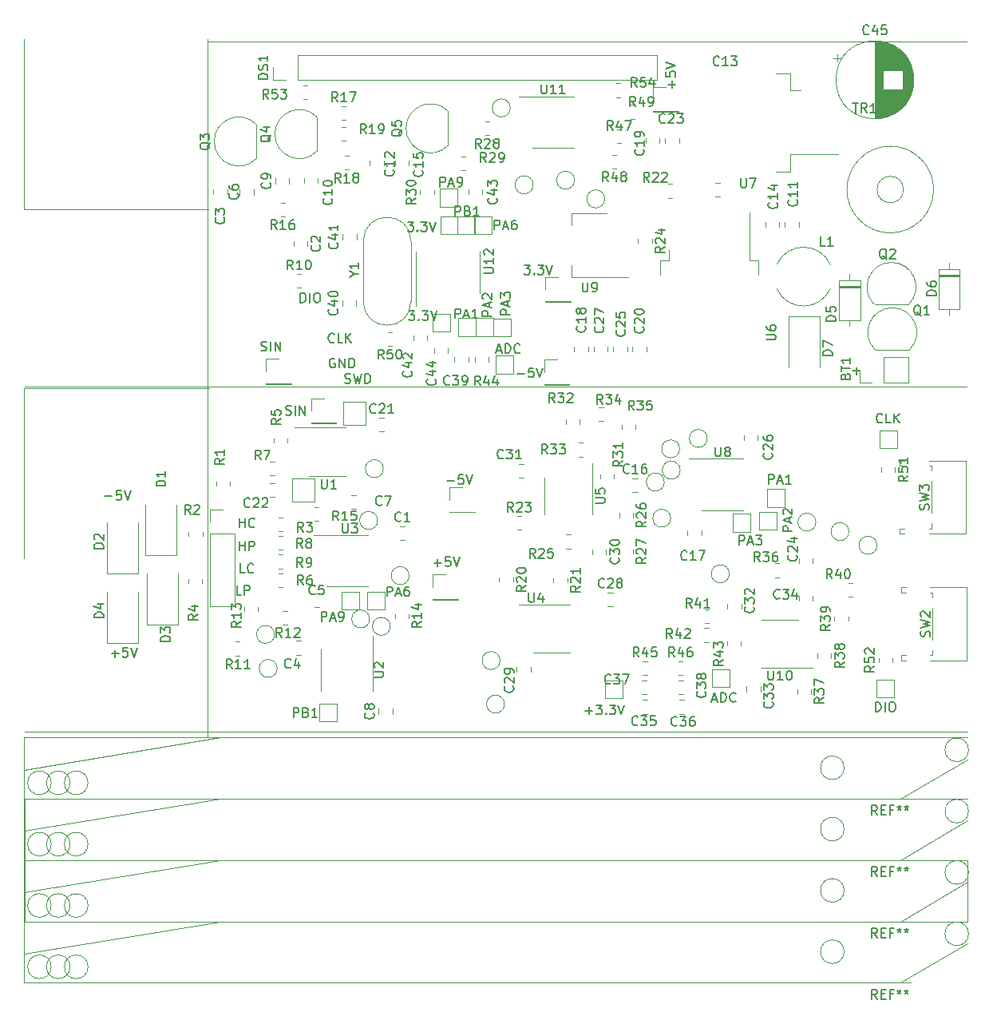
<source format=gbr>
%TF.GenerationSoftware,KiCad,Pcbnew,5.1.8-5.1.8*%
%TF.CreationDate,2022-04-12T10:04:15+08:00*%
%TF.ProjectId,lcr_6,6c63725f-362e-46b6-9963-61645f706362,rev?*%
%TF.SameCoordinates,Original*%
%TF.FileFunction,Legend,Top*%
%TF.FilePolarity,Positive*%
%FSLAX46Y46*%
G04 Gerber Fmt 4.6, Leading zero omitted, Abs format (unit mm)*
G04 Created by KiCad (PCBNEW 5.1.8-5.1.8) date 2022-04-12 10:04:15*
%MOMM*%
%LPD*%
G01*
G04 APERTURE LIST*
%ADD10C,0.120000*%
%ADD11C,0.150000*%
G04 APERTURE END LIST*
D10*
X81000000Y-130500000D02*
X81000000Y-126200000D01*
X81000000Y-130500000D02*
X81000000Y-124000000D01*
X81019000Y-123994000D02*
X181000000Y-124000000D01*
X173900000Y-130500000D02*
X181000000Y-126300000D01*
X81000000Y-130500000D02*
X81000000Y-124500000D01*
X175025000Y-130499000D02*
X80998000Y-130502000D01*
X81000000Y-130500000D02*
X81000000Y-124000000D01*
X81000000Y-127400000D02*
X101800000Y-124000000D01*
X81000000Y-133900000D02*
X101800000Y-130500000D01*
X81000000Y-137000000D02*
X81000000Y-130500000D01*
X81000000Y-137000000D02*
X81000000Y-132700000D01*
X173900000Y-137000000D02*
X181000000Y-132800000D01*
X81000000Y-137000000D02*
X81000000Y-131000000D01*
X81000000Y-137000000D02*
X81000000Y-130500000D01*
X175025000Y-136999000D02*
X80998000Y-137002000D01*
X81019000Y-130494000D02*
X181000000Y-130500000D01*
X81000000Y-143500000D02*
X81000000Y-137000000D01*
X81000000Y-143500000D02*
X81000000Y-137500000D01*
X175025000Y-143499000D02*
X80998000Y-143502000D01*
X81000000Y-140400000D02*
X101800000Y-137000000D01*
X173900000Y-143500000D02*
X181000000Y-139300000D01*
X81019000Y-136994000D02*
X181000000Y-137000000D01*
X81000000Y-143500000D02*
X81000000Y-139200000D01*
X81000000Y-143500000D02*
X81000000Y-137000000D01*
X81000000Y-146900000D02*
X101800000Y-143500000D01*
X173900000Y-150000000D02*
X181000000Y-145800000D01*
X81000000Y-130500000D02*
X181000000Y-130500000D01*
X81000000Y-137000000D02*
X81000000Y-130500000D01*
X181000000Y-137000000D02*
X81000000Y-137000000D01*
X181000000Y-143500000D02*
X181000000Y-137000000D01*
X81019000Y-143494000D02*
X181000000Y-143500000D01*
X81000000Y-150000000D02*
X81000000Y-143500000D01*
X81000000Y-150000000D02*
X81000000Y-145700000D01*
X81000000Y-123980000D02*
X181000000Y-123980000D01*
X175044000Y-123973000D02*
X81017000Y-123976000D01*
X81000000Y-130480000D02*
X81000000Y-123980000D01*
X81000000Y-130480000D02*
X81000000Y-124480000D01*
X81010000Y-138050000D02*
X81010000Y-131550000D01*
X81010000Y-138050000D02*
X81010000Y-132050000D01*
X81010000Y-143490000D02*
X81010000Y-136990000D01*
X81010000Y-143490000D02*
X81010000Y-137490000D01*
D11*
X156834333Y-103578380D02*
X156834333Y-102578380D01*
X157215285Y-102578380D01*
X157310523Y-102626000D01*
X157358142Y-102673619D01*
X157405761Y-102768857D01*
X157405761Y-102911714D01*
X157358142Y-103006952D01*
X157310523Y-103054571D01*
X157215285Y-103102190D01*
X156834333Y-103102190D01*
X157786714Y-103292666D02*
X158262904Y-103292666D01*
X157691476Y-103578380D02*
X158024809Y-102578380D01*
X158358142Y-103578380D01*
X158596238Y-102578380D02*
X159215285Y-102578380D01*
X158881952Y-102959333D01*
X159024809Y-102959333D01*
X159120047Y-103006952D01*
X159167666Y-103054571D01*
X159215285Y-103149809D01*
X159215285Y-103387904D01*
X159167666Y-103483142D01*
X159120047Y-103530761D01*
X159024809Y-103578380D01*
X158739095Y-103578380D01*
X158643857Y-103530761D01*
X158596238Y-103483142D01*
X162434380Y-102132666D02*
X161434380Y-102132666D01*
X161434380Y-101751714D01*
X161482000Y-101656476D01*
X161529619Y-101608857D01*
X161624857Y-101561238D01*
X161767714Y-101561238D01*
X161862952Y-101608857D01*
X161910571Y-101656476D01*
X161958190Y-101751714D01*
X161958190Y-102132666D01*
X162148666Y-101180285D02*
X162148666Y-100704095D01*
X162434380Y-101275523D02*
X161434380Y-100942190D01*
X162434380Y-100608857D01*
X161529619Y-100323142D02*
X161482000Y-100275523D01*
X161434380Y-100180285D01*
X161434380Y-99942190D01*
X161482000Y-99846952D01*
X161529619Y-99799333D01*
X161624857Y-99751714D01*
X161720095Y-99751714D01*
X161862952Y-99799333D01*
X162434380Y-100370761D01*
X162434380Y-99751714D01*
X159958333Y-97101380D02*
X159958333Y-96101380D01*
X160339285Y-96101380D01*
X160434523Y-96149000D01*
X160482142Y-96196619D01*
X160529761Y-96291857D01*
X160529761Y-96434714D01*
X160482142Y-96529952D01*
X160434523Y-96577571D01*
X160339285Y-96625190D01*
X159958333Y-96625190D01*
X160910714Y-96815666D02*
X161386904Y-96815666D01*
X160815476Y-97101380D02*
X161148809Y-96101380D01*
X161482142Y-97101380D01*
X162339285Y-97101380D02*
X161767857Y-97101380D01*
X162053571Y-97101380D02*
X162053571Y-96101380D01*
X161958333Y-96244238D01*
X161863095Y-96339476D01*
X161767857Y-96387095D01*
X104018523Y-108881380D02*
X103542333Y-108881380D01*
X103542333Y-107881380D01*
X104351857Y-108881380D02*
X104351857Y-107881380D01*
X104732809Y-107881380D01*
X104828047Y-107929000D01*
X104875666Y-107976619D01*
X104923285Y-108071857D01*
X104923285Y-108214714D01*
X104875666Y-108309952D01*
X104828047Y-108357571D01*
X104732809Y-108405190D01*
X104351857Y-108405190D01*
X104380523Y-106543380D02*
X103904333Y-106543380D01*
X103904333Y-105543380D01*
X105285285Y-106448142D02*
X105237666Y-106495761D01*
X105094809Y-106543380D01*
X104999571Y-106543380D01*
X104856714Y-106495761D01*
X104761476Y-106400523D01*
X104713857Y-106305285D01*
X104666238Y-106114809D01*
X104666238Y-105971952D01*
X104713857Y-105781476D01*
X104761476Y-105686238D01*
X104856714Y-105591000D01*
X104999571Y-105543380D01*
X105094809Y-105543380D01*
X105237666Y-105591000D01*
X105285285Y-105638619D01*
X103812285Y-104188380D02*
X103812285Y-103188380D01*
X103812285Y-103664571D02*
X104383714Y-103664571D01*
X104383714Y-104188380D02*
X104383714Y-103188380D01*
X104859904Y-104188380D02*
X104859904Y-103188380D01*
X105240857Y-103188380D01*
X105336095Y-103236000D01*
X105383714Y-103283619D01*
X105431333Y-103378857D01*
X105431333Y-103521714D01*
X105383714Y-103616952D01*
X105336095Y-103664571D01*
X105240857Y-103712190D01*
X104859904Y-103712190D01*
X103812285Y-101728380D02*
X103812285Y-100728380D01*
X103812285Y-101204571D02*
X104383714Y-101204571D01*
X104383714Y-101728380D02*
X104383714Y-100728380D01*
X105431333Y-101633142D02*
X105383714Y-101680761D01*
X105240857Y-101728380D01*
X105145619Y-101728380D01*
X105002761Y-101680761D01*
X104907523Y-101585523D01*
X104859904Y-101490285D01*
X104812285Y-101299809D01*
X104812285Y-101156952D01*
X104859904Y-100966476D01*
X104907523Y-100871238D01*
X105002761Y-100776000D01*
X105145619Y-100728380D01*
X105240857Y-100728380D01*
X105383714Y-100776000D01*
X105431333Y-100823619D01*
X133280285Y-85438428D02*
X134042190Y-85438428D01*
X134994571Y-84819380D02*
X134518380Y-84819380D01*
X134470761Y-85295571D01*
X134518380Y-85247952D01*
X134613619Y-85200333D01*
X134851714Y-85200333D01*
X134946952Y-85247952D01*
X134994571Y-85295571D01*
X135042190Y-85390809D01*
X135042190Y-85628904D01*
X134994571Y-85724142D01*
X134946952Y-85771761D01*
X134851714Y-85819380D01*
X134613619Y-85819380D01*
X134518380Y-85771761D01*
X134470761Y-85724142D01*
X135327904Y-84819380D02*
X135661238Y-85819380D01*
X135994571Y-84819380D01*
X168853047Y-85130428D02*
X169614952Y-85130428D01*
X169234000Y-85511380D02*
X169234000Y-84749476D01*
X134021809Y-73904380D02*
X134640857Y-73904380D01*
X134307523Y-74285333D01*
X134450380Y-74285333D01*
X134545619Y-74332952D01*
X134593238Y-74380571D01*
X134640857Y-74475809D01*
X134640857Y-74713904D01*
X134593238Y-74809142D01*
X134545619Y-74856761D01*
X134450380Y-74904380D01*
X134164666Y-74904380D01*
X134069428Y-74856761D01*
X134021809Y-74809142D01*
X135069428Y-74809142D02*
X135117047Y-74856761D01*
X135069428Y-74904380D01*
X135021809Y-74856761D01*
X135069428Y-74809142D01*
X135069428Y-74904380D01*
X135450380Y-73904380D02*
X136069428Y-73904380D01*
X135736095Y-74285333D01*
X135878952Y-74285333D01*
X135974190Y-74332952D01*
X136021809Y-74380571D01*
X136069428Y-74475809D01*
X136069428Y-74713904D01*
X136021809Y-74809142D01*
X135974190Y-74856761D01*
X135878952Y-74904380D01*
X135593238Y-74904380D01*
X135498000Y-74856761D01*
X135450380Y-74809142D01*
X136355142Y-73904380D02*
X136688476Y-74904380D01*
X137021809Y-73904380D01*
X149681428Y-55158714D02*
X149681428Y-54396809D01*
X150062380Y-54777761D02*
X149300476Y-54777761D01*
X149062380Y-53444428D02*
X149062380Y-53920619D01*
X149538571Y-53968238D01*
X149490952Y-53920619D01*
X149443333Y-53825380D01*
X149443333Y-53587285D01*
X149490952Y-53492047D01*
X149538571Y-53444428D01*
X149633809Y-53396809D01*
X149871904Y-53396809D01*
X149967142Y-53444428D01*
X150014761Y-53492047D01*
X150062380Y-53587285D01*
X150062380Y-53825380D01*
X150014761Y-53920619D01*
X149967142Y-53968238D01*
X149062380Y-53111095D02*
X150062380Y-52777761D01*
X149062380Y-52444428D01*
X113923095Y-83846000D02*
X113827857Y-83798380D01*
X113685000Y-83798380D01*
X113542142Y-83846000D01*
X113446904Y-83941238D01*
X113399285Y-84036476D01*
X113351666Y-84226952D01*
X113351666Y-84369809D01*
X113399285Y-84560285D01*
X113446904Y-84655523D01*
X113542142Y-84750761D01*
X113685000Y-84798380D01*
X113780238Y-84798380D01*
X113923095Y-84750761D01*
X113970714Y-84703142D01*
X113970714Y-84369809D01*
X113780238Y-84369809D01*
X114399285Y-84798380D02*
X114399285Y-83798380D01*
X114970714Y-84798380D01*
X114970714Y-83798380D01*
X115446904Y-84798380D02*
X115446904Y-83798380D01*
X115685000Y-83798380D01*
X115827857Y-83846000D01*
X115923095Y-83941238D01*
X115970714Y-84036476D01*
X116018333Y-84226952D01*
X116018333Y-84369809D01*
X115970714Y-84560285D01*
X115923095Y-84655523D01*
X115827857Y-84750761D01*
X115685000Y-84798380D01*
X115446904Y-84798380D01*
X115008857Y-86391761D02*
X115151714Y-86439380D01*
X115389809Y-86439380D01*
X115485047Y-86391761D01*
X115532666Y-86344142D01*
X115580285Y-86248904D01*
X115580285Y-86153666D01*
X115532666Y-86058428D01*
X115485047Y-86010809D01*
X115389809Y-85963190D01*
X115199333Y-85915571D01*
X115104095Y-85867952D01*
X115056476Y-85820333D01*
X115008857Y-85725095D01*
X115008857Y-85629857D01*
X115056476Y-85534619D01*
X115104095Y-85487000D01*
X115199333Y-85439380D01*
X115437428Y-85439380D01*
X115580285Y-85487000D01*
X115913619Y-85439380D02*
X116151714Y-86439380D01*
X116342190Y-85725095D01*
X116532666Y-86439380D01*
X116770761Y-85439380D01*
X117151714Y-86439380D02*
X117151714Y-85439380D01*
X117389809Y-85439380D01*
X117532666Y-85487000D01*
X117627904Y-85582238D01*
X117675523Y-85677476D01*
X117723142Y-85867952D01*
X117723142Y-86010809D01*
X117675523Y-86201285D01*
X117627904Y-86296523D01*
X117532666Y-86391761D01*
X117389809Y-86439380D01*
X117151714Y-86439380D01*
X130860333Y-70153380D02*
X130860333Y-69153380D01*
X131241285Y-69153380D01*
X131336523Y-69201000D01*
X131384142Y-69248619D01*
X131431761Y-69343857D01*
X131431761Y-69486714D01*
X131384142Y-69581952D01*
X131336523Y-69629571D01*
X131241285Y-69677190D01*
X130860333Y-69677190D01*
X131812714Y-69867666D02*
X132288904Y-69867666D01*
X131717476Y-70153380D02*
X132050809Y-69153380D01*
X132384142Y-70153380D01*
X133146047Y-69153380D02*
X132955571Y-69153380D01*
X132860333Y-69201000D01*
X132812714Y-69248619D01*
X132717476Y-69391476D01*
X132669857Y-69581952D01*
X132669857Y-69962904D01*
X132717476Y-70058142D01*
X132765095Y-70105761D01*
X132860333Y-70153380D01*
X133050809Y-70153380D01*
X133146047Y-70105761D01*
X133193666Y-70058142D01*
X133241285Y-69962904D01*
X133241285Y-69724809D01*
X133193666Y-69629571D01*
X133146047Y-69581952D01*
X133050809Y-69534333D01*
X132860333Y-69534333D01*
X132765095Y-69581952D01*
X132717476Y-69629571D01*
X132669857Y-69724809D01*
X126710904Y-68700380D02*
X126710904Y-67700380D01*
X127091857Y-67700380D01*
X127187095Y-67748000D01*
X127234714Y-67795619D01*
X127282333Y-67890857D01*
X127282333Y-68033714D01*
X127234714Y-68128952D01*
X127187095Y-68176571D01*
X127091857Y-68224190D01*
X126710904Y-68224190D01*
X128044238Y-68176571D02*
X128187095Y-68224190D01*
X128234714Y-68271809D01*
X128282333Y-68367047D01*
X128282333Y-68509904D01*
X128234714Y-68605142D01*
X128187095Y-68652761D01*
X128091857Y-68700380D01*
X127710904Y-68700380D01*
X127710904Y-67700380D01*
X128044238Y-67700380D01*
X128139476Y-67748000D01*
X128187095Y-67795619D01*
X128234714Y-67890857D01*
X128234714Y-67986095D01*
X128187095Y-68081333D01*
X128139476Y-68128952D01*
X128044238Y-68176571D01*
X127710904Y-68176571D01*
X129234714Y-68700380D02*
X128663285Y-68700380D01*
X128949000Y-68700380D02*
X128949000Y-67700380D01*
X128853761Y-67843238D01*
X128758523Y-67938476D01*
X128663285Y-67986095D01*
X121647809Y-69332380D02*
X122266857Y-69332380D01*
X121933523Y-69713333D01*
X122076380Y-69713333D01*
X122171619Y-69760952D01*
X122219238Y-69808571D01*
X122266857Y-69903809D01*
X122266857Y-70141904D01*
X122219238Y-70237142D01*
X122171619Y-70284761D01*
X122076380Y-70332380D01*
X121790666Y-70332380D01*
X121695428Y-70284761D01*
X121647809Y-70237142D01*
X122695428Y-70237142D02*
X122743047Y-70284761D01*
X122695428Y-70332380D01*
X122647809Y-70284761D01*
X122695428Y-70237142D01*
X122695428Y-70332380D01*
X123076380Y-69332380D02*
X123695428Y-69332380D01*
X123362095Y-69713333D01*
X123504952Y-69713333D01*
X123600190Y-69760952D01*
X123647809Y-69808571D01*
X123695428Y-69903809D01*
X123695428Y-70141904D01*
X123647809Y-70237142D01*
X123600190Y-70284761D01*
X123504952Y-70332380D01*
X123219238Y-70332380D01*
X123124000Y-70284761D01*
X123076380Y-70237142D01*
X123981142Y-69332380D02*
X124314476Y-70332380D01*
X124647809Y-69332380D01*
X125101333Y-65590380D02*
X125101333Y-64590380D01*
X125482285Y-64590380D01*
X125577523Y-64638000D01*
X125625142Y-64685619D01*
X125672761Y-64780857D01*
X125672761Y-64923714D01*
X125625142Y-65018952D01*
X125577523Y-65066571D01*
X125482285Y-65114190D01*
X125101333Y-65114190D01*
X126053714Y-65304666D02*
X126529904Y-65304666D01*
X125958476Y-65590380D02*
X126291809Y-64590380D01*
X126625142Y-65590380D01*
X127006095Y-65590380D02*
X127196571Y-65590380D01*
X127291809Y-65542761D01*
X127339428Y-65495142D01*
X127434666Y-65352285D01*
X127482285Y-65161809D01*
X127482285Y-64780857D01*
X127434666Y-64685619D01*
X127387047Y-64638000D01*
X127291809Y-64590380D01*
X127101333Y-64590380D01*
X127006095Y-64638000D01*
X126958476Y-64685619D01*
X126910857Y-64780857D01*
X126910857Y-65018952D01*
X126958476Y-65114190D01*
X127006095Y-65161809D01*
X127101333Y-65209428D01*
X127291809Y-65209428D01*
X127387047Y-65161809D01*
X127434666Y-65114190D01*
X127482285Y-65018952D01*
X113869761Y-82073142D02*
X113822142Y-82120761D01*
X113679285Y-82168380D01*
X113584047Y-82168380D01*
X113441190Y-82120761D01*
X113345952Y-82025523D01*
X113298333Y-81930285D01*
X113250714Y-81739809D01*
X113250714Y-81596952D01*
X113298333Y-81406476D01*
X113345952Y-81311238D01*
X113441190Y-81216000D01*
X113584047Y-81168380D01*
X113679285Y-81168380D01*
X113822142Y-81216000D01*
X113869761Y-81263619D01*
X114774523Y-82168380D02*
X114298333Y-82168380D01*
X114298333Y-81168380D01*
X115107857Y-82168380D02*
X115107857Y-81168380D01*
X115679285Y-82168380D02*
X115250714Y-81596952D01*
X115679285Y-81168380D02*
X115107857Y-81739809D01*
X110283190Y-77877380D02*
X110283190Y-76877380D01*
X110521285Y-76877380D01*
X110664142Y-76925000D01*
X110759380Y-77020238D01*
X110807000Y-77115476D01*
X110854619Y-77305952D01*
X110854619Y-77448809D01*
X110807000Y-77639285D01*
X110759380Y-77734523D01*
X110664142Y-77829761D01*
X110521285Y-77877380D01*
X110283190Y-77877380D01*
X111283190Y-77877380D02*
X111283190Y-76877380D01*
X111949857Y-76877380D02*
X112140333Y-76877380D01*
X112235571Y-76925000D01*
X112330809Y-77020238D01*
X112378428Y-77210714D01*
X112378428Y-77544047D01*
X112330809Y-77734523D01*
X112235571Y-77829761D01*
X112140333Y-77877380D01*
X111949857Y-77877380D01*
X111854619Y-77829761D01*
X111759380Y-77734523D01*
X111711761Y-77544047D01*
X111711761Y-77210714D01*
X111759380Y-77020238D01*
X111854619Y-76925000D01*
X111949857Y-76877380D01*
X106110380Y-82976761D02*
X106253238Y-83024380D01*
X106491333Y-83024380D01*
X106586571Y-82976761D01*
X106634190Y-82929142D01*
X106681809Y-82833904D01*
X106681809Y-82738666D01*
X106634190Y-82643428D01*
X106586571Y-82595809D01*
X106491333Y-82548190D01*
X106300857Y-82500571D01*
X106205619Y-82452952D01*
X106158000Y-82405333D01*
X106110380Y-82310095D01*
X106110380Y-82214857D01*
X106158000Y-82119619D01*
X106205619Y-82072000D01*
X106300857Y-82024380D01*
X106538952Y-82024380D01*
X106681809Y-82072000D01*
X107110380Y-83024380D02*
X107110380Y-82024380D01*
X107586571Y-83024380D02*
X107586571Y-82024380D01*
X108158000Y-83024380D01*
X108158000Y-82024380D01*
X108731380Y-89766761D02*
X108874238Y-89814380D01*
X109112333Y-89814380D01*
X109207571Y-89766761D01*
X109255190Y-89719142D01*
X109302809Y-89623904D01*
X109302809Y-89528666D01*
X109255190Y-89433428D01*
X109207571Y-89385809D01*
X109112333Y-89338190D01*
X108921857Y-89290571D01*
X108826619Y-89242952D01*
X108779000Y-89195333D01*
X108731380Y-89100095D01*
X108731380Y-89004857D01*
X108779000Y-88909619D01*
X108826619Y-88862000D01*
X108921857Y-88814380D01*
X109159952Y-88814380D01*
X109302809Y-88862000D01*
X109731380Y-89814380D02*
X109731380Y-88814380D01*
X110207571Y-89814380D02*
X110207571Y-88814380D01*
X110779000Y-89814380D01*
X110779000Y-88814380D01*
X119468333Y-109023380D02*
X119468333Y-108023380D01*
X119849285Y-108023380D01*
X119944523Y-108071000D01*
X119992142Y-108118619D01*
X120039761Y-108213857D01*
X120039761Y-108356714D01*
X119992142Y-108451952D01*
X119944523Y-108499571D01*
X119849285Y-108547190D01*
X119468333Y-108547190D01*
X120420714Y-108737666D02*
X120896904Y-108737666D01*
X120325476Y-109023380D02*
X120658809Y-108023380D01*
X120992142Y-109023380D01*
X121754047Y-108023380D02*
X121563571Y-108023380D01*
X121468333Y-108071000D01*
X121420714Y-108118619D01*
X121325476Y-108261476D01*
X121277857Y-108451952D01*
X121277857Y-108832904D01*
X121325476Y-108928142D01*
X121373095Y-108975761D01*
X121468333Y-109023380D01*
X121658809Y-109023380D01*
X121754047Y-108975761D01*
X121801666Y-108928142D01*
X121849285Y-108832904D01*
X121849285Y-108594809D01*
X121801666Y-108499571D01*
X121754047Y-108451952D01*
X121658809Y-108404333D01*
X121468333Y-108404333D01*
X121373095Y-108451952D01*
X121325476Y-108499571D01*
X121277857Y-108594809D01*
X112509333Y-111667380D02*
X112509333Y-110667380D01*
X112890285Y-110667380D01*
X112985523Y-110715000D01*
X113033142Y-110762619D01*
X113080761Y-110857857D01*
X113080761Y-111000714D01*
X113033142Y-111095952D01*
X112985523Y-111143571D01*
X112890285Y-111191190D01*
X112509333Y-111191190D01*
X113461714Y-111381666D02*
X113937904Y-111381666D01*
X113366476Y-111667380D02*
X113699809Y-110667380D01*
X114033142Y-111667380D01*
X114414095Y-111667380D02*
X114604571Y-111667380D01*
X114699809Y-111619761D01*
X114747428Y-111572142D01*
X114842666Y-111429285D01*
X114890285Y-111238809D01*
X114890285Y-110857857D01*
X114842666Y-110762619D01*
X114795047Y-110715000D01*
X114699809Y-110667380D01*
X114509333Y-110667380D01*
X114414095Y-110715000D01*
X114366476Y-110762619D01*
X114318857Y-110857857D01*
X114318857Y-111095952D01*
X114366476Y-111191190D01*
X114414095Y-111238809D01*
X114509333Y-111286428D01*
X114699809Y-111286428D01*
X114795047Y-111238809D01*
X114842666Y-111191190D01*
X114890285Y-111095952D01*
X109533904Y-121839380D02*
X109533904Y-120839380D01*
X109914857Y-120839380D01*
X110010095Y-120887000D01*
X110057714Y-120934619D01*
X110105333Y-121029857D01*
X110105333Y-121172714D01*
X110057714Y-121267952D01*
X110010095Y-121315571D01*
X109914857Y-121363190D01*
X109533904Y-121363190D01*
X110867238Y-121315571D02*
X111010095Y-121363190D01*
X111057714Y-121410809D01*
X111105333Y-121506047D01*
X111105333Y-121648904D01*
X111057714Y-121744142D01*
X111010095Y-121791761D01*
X110914857Y-121839380D01*
X110533904Y-121839380D01*
X110533904Y-120839380D01*
X110867238Y-120839380D01*
X110962476Y-120887000D01*
X111010095Y-120934619D01*
X111057714Y-121029857D01*
X111057714Y-121125095D01*
X111010095Y-121220333D01*
X110962476Y-121267952D01*
X110867238Y-121315571D01*
X110533904Y-121315571D01*
X112057714Y-121839380D02*
X111486285Y-121839380D01*
X111772000Y-121839380D02*
X111772000Y-120839380D01*
X111676761Y-120982238D01*
X111581523Y-121077476D01*
X111486285Y-121125095D01*
X89550285Y-98430428D02*
X90312190Y-98430428D01*
X91264571Y-97811380D02*
X90788380Y-97811380D01*
X90740761Y-98287571D01*
X90788380Y-98239952D01*
X90883619Y-98192333D01*
X91121714Y-98192333D01*
X91216952Y-98239952D01*
X91264571Y-98287571D01*
X91312190Y-98382809D01*
X91312190Y-98620904D01*
X91264571Y-98716142D01*
X91216952Y-98763761D01*
X91121714Y-98811380D01*
X90883619Y-98811380D01*
X90788380Y-98763761D01*
X90740761Y-98716142D01*
X91597904Y-97811380D02*
X91931238Y-98811380D01*
X92264571Y-97811380D01*
X90238285Y-115080428D02*
X91000190Y-115080428D01*
X90619238Y-115461380D02*
X90619238Y-114699476D01*
X91952571Y-114461380D02*
X91476380Y-114461380D01*
X91428761Y-114937571D01*
X91476380Y-114889952D01*
X91571619Y-114842333D01*
X91809714Y-114842333D01*
X91904952Y-114889952D01*
X91952571Y-114937571D01*
X92000190Y-115032809D01*
X92000190Y-115270904D01*
X91952571Y-115366142D01*
X91904952Y-115413761D01*
X91809714Y-115461380D01*
X91571619Y-115461380D01*
X91476380Y-115413761D01*
X91428761Y-115366142D01*
X92285904Y-114461380D02*
X92619238Y-115461380D01*
X92952571Y-114461380D01*
X171278190Y-121236380D02*
X171278190Y-120236380D01*
X171516285Y-120236380D01*
X171659142Y-120284000D01*
X171754380Y-120379238D01*
X171802000Y-120474476D01*
X171849619Y-120664952D01*
X171849619Y-120807809D01*
X171802000Y-120998285D01*
X171754380Y-121093523D01*
X171659142Y-121188761D01*
X171516285Y-121236380D01*
X171278190Y-121236380D01*
X172278190Y-121236380D02*
X172278190Y-120236380D01*
X172944857Y-120236380D02*
X173135333Y-120236380D01*
X173230571Y-120284000D01*
X173325809Y-120379238D01*
X173373428Y-120569714D01*
X173373428Y-120903047D01*
X173325809Y-121093523D01*
X173230571Y-121188761D01*
X173135333Y-121236380D01*
X172944857Y-121236380D01*
X172849619Y-121188761D01*
X172754380Y-121093523D01*
X172706761Y-120903047D01*
X172706761Y-120569714D01*
X172754380Y-120379238D01*
X172849619Y-120284000D01*
X172944857Y-120236380D01*
X172007761Y-90553142D02*
X171960142Y-90600761D01*
X171817285Y-90648380D01*
X171722047Y-90648380D01*
X171579190Y-90600761D01*
X171483952Y-90505523D01*
X171436333Y-90410285D01*
X171388714Y-90219809D01*
X171388714Y-90076952D01*
X171436333Y-89886476D01*
X171483952Y-89791238D01*
X171579190Y-89696000D01*
X171722047Y-89648380D01*
X171817285Y-89648380D01*
X171960142Y-89696000D01*
X172007761Y-89743619D01*
X172912523Y-90648380D02*
X172436333Y-90648380D01*
X172436333Y-89648380D01*
X173245857Y-90648380D02*
X173245857Y-89648380D01*
X173817285Y-90648380D02*
X173388714Y-90076952D01*
X173817285Y-89648380D02*
X173245857Y-90219809D01*
X153976904Y-119948666D02*
X154453095Y-119948666D01*
X153881666Y-120234380D02*
X154215000Y-119234380D01*
X154548333Y-120234380D01*
X154881666Y-120234380D02*
X154881666Y-119234380D01*
X155119761Y-119234380D01*
X155262619Y-119282000D01*
X155357857Y-119377238D01*
X155405476Y-119472476D01*
X155453095Y-119662952D01*
X155453095Y-119805809D01*
X155405476Y-119996285D01*
X155357857Y-120091523D01*
X155262619Y-120186761D01*
X155119761Y-120234380D01*
X154881666Y-120234380D01*
X156453095Y-120139142D02*
X156405476Y-120186761D01*
X156262619Y-120234380D01*
X156167380Y-120234380D01*
X156024523Y-120186761D01*
X155929285Y-120091523D01*
X155881666Y-119996285D01*
X155834047Y-119805809D01*
X155834047Y-119662952D01*
X155881666Y-119472476D01*
X155929285Y-119377238D01*
X156024523Y-119282000D01*
X156167380Y-119234380D01*
X156262619Y-119234380D01*
X156405476Y-119282000D01*
X156453095Y-119329619D01*
X140510000Y-121158428D02*
X141271904Y-121158428D01*
X140890952Y-121539380D02*
X140890952Y-120777476D01*
X141652857Y-120539380D02*
X142271904Y-120539380D01*
X141938571Y-120920333D01*
X142081428Y-120920333D01*
X142176666Y-120967952D01*
X142224285Y-121015571D01*
X142271904Y-121110809D01*
X142271904Y-121348904D01*
X142224285Y-121444142D01*
X142176666Y-121491761D01*
X142081428Y-121539380D01*
X141795714Y-121539380D01*
X141700476Y-121491761D01*
X141652857Y-121444142D01*
X142700476Y-121444142D02*
X142748095Y-121491761D01*
X142700476Y-121539380D01*
X142652857Y-121491761D01*
X142700476Y-121444142D01*
X142700476Y-121539380D01*
X143081428Y-120539380D02*
X143700476Y-120539380D01*
X143367142Y-120920333D01*
X143510000Y-120920333D01*
X143605238Y-120967952D01*
X143652857Y-121015571D01*
X143700476Y-121110809D01*
X143700476Y-121348904D01*
X143652857Y-121444142D01*
X143605238Y-121491761D01*
X143510000Y-121539380D01*
X143224285Y-121539380D01*
X143129047Y-121491761D01*
X143081428Y-121444142D01*
X143986190Y-120539380D02*
X144319523Y-121539380D01*
X144652857Y-120539380D01*
X125823285Y-96766428D02*
X126585190Y-96766428D01*
X127537571Y-96147380D02*
X127061380Y-96147380D01*
X127013761Y-96623571D01*
X127061380Y-96575952D01*
X127156619Y-96528333D01*
X127394714Y-96528333D01*
X127489952Y-96575952D01*
X127537571Y-96623571D01*
X127585190Y-96718809D01*
X127585190Y-96956904D01*
X127537571Y-97052142D01*
X127489952Y-97099761D01*
X127394714Y-97147380D01*
X127156619Y-97147380D01*
X127061380Y-97099761D01*
X127013761Y-97052142D01*
X127870904Y-96147380D02*
X128204238Y-97147380D01*
X128537571Y-96147380D01*
X124457285Y-105470428D02*
X125219190Y-105470428D01*
X124838238Y-105851380D02*
X124838238Y-105089476D01*
X126171571Y-104851380D02*
X125695380Y-104851380D01*
X125647761Y-105327571D01*
X125695380Y-105279952D01*
X125790619Y-105232333D01*
X126028714Y-105232333D01*
X126123952Y-105279952D01*
X126171571Y-105327571D01*
X126219190Y-105422809D01*
X126219190Y-105660904D01*
X126171571Y-105756142D01*
X126123952Y-105803761D01*
X126028714Y-105851380D01*
X125790619Y-105851380D01*
X125695380Y-105803761D01*
X125647761Y-105756142D01*
X126504904Y-104851380D02*
X126838238Y-105851380D01*
X127171571Y-104851380D01*
X121768809Y-78776380D02*
X122387857Y-78776380D01*
X122054523Y-79157333D01*
X122197380Y-79157333D01*
X122292619Y-79204952D01*
X122340238Y-79252571D01*
X122387857Y-79347809D01*
X122387857Y-79585904D01*
X122340238Y-79681142D01*
X122292619Y-79728761D01*
X122197380Y-79776380D01*
X121911666Y-79776380D01*
X121816428Y-79728761D01*
X121768809Y-79681142D01*
X122816428Y-79681142D02*
X122864047Y-79728761D01*
X122816428Y-79776380D01*
X122768809Y-79728761D01*
X122816428Y-79681142D01*
X122816428Y-79776380D01*
X123197380Y-78776380D02*
X123816428Y-78776380D01*
X123483095Y-79157333D01*
X123625952Y-79157333D01*
X123721190Y-79204952D01*
X123768809Y-79252571D01*
X123816428Y-79347809D01*
X123816428Y-79585904D01*
X123768809Y-79681142D01*
X123721190Y-79728761D01*
X123625952Y-79776380D01*
X123340238Y-79776380D01*
X123245000Y-79728761D01*
X123197380Y-79681142D01*
X124102142Y-78776380D02*
X124435476Y-79776380D01*
X124768809Y-78776380D01*
X131087904Y-82974666D02*
X131564095Y-82974666D01*
X130992666Y-83260380D02*
X131326000Y-82260380D01*
X131659333Y-83260380D01*
X131992666Y-83260380D02*
X131992666Y-82260380D01*
X132230761Y-82260380D01*
X132373619Y-82308000D01*
X132468857Y-82403238D01*
X132516476Y-82498476D01*
X132564095Y-82688952D01*
X132564095Y-82831809D01*
X132516476Y-83022285D01*
X132468857Y-83117523D01*
X132373619Y-83212761D01*
X132230761Y-83260380D01*
X131992666Y-83260380D01*
X133564095Y-83165142D02*
X133516476Y-83212761D01*
X133373619Y-83260380D01*
X133278380Y-83260380D01*
X133135523Y-83212761D01*
X133040285Y-83117523D01*
X132992666Y-83022285D01*
X132945047Y-82831809D01*
X132945047Y-82688952D01*
X132992666Y-82498476D01*
X133040285Y-82403238D01*
X133135523Y-82308000D01*
X133278380Y-82260380D01*
X133373619Y-82260380D01*
X133516476Y-82308000D01*
X133564095Y-82355619D01*
X132535380Y-79168666D02*
X131535380Y-79168666D01*
X131535380Y-78787714D01*
X131583000Y-78692476D01*
X131630619Y-78644857D01*
X131725857Y-78597238D01*
X131868714Y-78597238D01*
X131963952Y-78644857D01*
X132011571Y-78692476D01*
X132059190Y-78787714D01*
X132059190Y-79168666D01*
X132249666Y-78216285D02*
X132249666Y-77740095D01*
X132535380Y-78311523D02*
X131535380Y-77978190D01*
X132535380Y-77644857D01*
X131535380Y-77406761D02*
X131535380Y-76787714D01*
X131916333Y-77121047D01*
X131916333Y-76978190D01*
X131963952Y-76882952D01*
X132011571Y-76835333D01*
X132106809Y-76787714D01*
X132344904Y-76787714D01*
X132440142Y-76835333D01*
X132487761Y-76882952D01*
X132535380Y-76978190D01*
X132535380Y-77263904D01*
X132487761Y-77359142D01*
X132440142Y-77406761D01*
X130596380Y-79311666D02*
X129596380Y-79311666D01*
X129596380Y-78930714D01*
X129644000Y-78835476D01*
X129691619Y-78787857D01*
X129786857Y-78740238D01*
X129929714Y-78740238D01*
X130024952Y-78787857D01*
X130072571Y-78835476D01*
X130120190Y-78930714D01*
X130120190Y-79311666D01*
X130310666Y-78359285D02*
X130310666Y-77883095D01*
X130596380Y-78454523D02*
X129596380Y-78121190D01*
X130596380Y-77787857D01*
X129691619Y-77502142D02*
X129644000Y-77454523D01*
X129596380Y-77359285D01*
X129596380Y-77121190D01*
X129644000Y-77025952D01*
X129691619Y-76978333D01*
X129786857Y-76930714D01*
X129882095Y-76930714D01*
X130024952Y-76978333D01*
X130596380Y-77549761D01*
X130596380Y-76930714D01*
X126707333Y-79554380D02*
X126707333Y-78554380D01*
X127088285Y-78554380D01*
X127183523Y-78602000D01*
X127231142Y-78649619D01*
X127278761Y-78744857D01*
X127278761Y-78887714D01*
X127231142Y-78982952D01*
X127183523Y-79030571D01*
X127088285Y-79078190D01*
X126707333Y-79078190D01*
X127659714Y-79268666D02*
X128135904Y-79268666D01*
X127564476Y-79554380D02*
X127897809Y-78554380D01*
X128231142Y-79554380D01*
X129088285Y-79554380D02*
X128516857Y-79554380D01*
X128802571Y-79554380D02*
X128802571Y-78554380D01*
X128707333Y-78697238D01*
X128612095Y-78792476D01*
X128516857Y-78840095D01*
D10*
X100463000Y-123349000D02*
X180995000Y-123349000D01*
X100471000Y-123295000D02*
X100439000Y-86537000D01*
X80986000Y-123978000D02*
X180986000Y-123978000D01*
X80986000Y-130478000D02*
X80986000Y-124478000D01*
X80986000Y-130478000D02*
X80986000Y-123978000D01*
X81039000Y-136991000D02*
X81039000Y-130491000D01*
X81039000Y-136991000D02*
X81039000Y-130991000D01*
X81019000Y-143494000D02*
X81019000Y-136994000D01*
X81019000Y-143494000D02*
X81019000Y-137494000D01*
X175025000Y-149999000D02*
X80998000Y-150002000D01*
X81000000Y-87000000D02*
X81000000Y-105000000D01*
X81000000Y-68000000D02*
X100500000Y-68000000D01*
X81000000Y-50000000D02*
X81000000Y-68000000D01*
X81000000Y-137000000D02*
X81000000Y-130500000D01*
X181000000Y-143500000D02*
X181000000Y-137000000D01*
X81000000Y-150000000D02*
X81000000Y-143500000D01*
X81000000Y-150000000D02*
X81000000Y-144000000D01*
X100423000Y-123393000D02*
X81012000Y-123393000D01*
X100560000Y-87004000D02*
X81027000Y-87004000D01*
X100435000Y-86767000D02*
X81015000Y-86770000D01*
X100419000Y-86823000D02*
X180951000Y-86823000D01*
X100430000Y-86755000D02*
X100409000Y-124001000D01*
X81000000Y-124000000D02*
X181000000Y-124000000D01*
X81000000Y-150000000D02*
X81000000Y-124000000D01*
X100427000Y-86769000D02*
X100395000Y-50011000D01*
X180978000Y-50265000D02*
X100406000Y-50198000D01*
%TO.C,REF\u002A\u002A*%
X83851000Y-128800000D02*
G75*
G03*
X83851000Y-128800000I-1251000J0D01*
G01*
X87751000Y-128800000D02*
G75*
G03*
X87751000Y-128800000I-1251000J0D01*
G01*
X85851000Y-128800000D02*
G75*
G03*
X85851000Y-128800000I-1251000J0D01*
G01*
X181151000Y-125300000D02*
G75*
G03*
X181151000Y-125300000I-1251000J0D01*
G01*
X167951000Y-127200000D02*
G75*
G03*
X167951000Y-127200000I-1251000J0D01*
G01*
X85851000Y-135300000D02*
G75*
G03*
X85851000Y-135300000I-1251000J0D01*
G01*
X167951000Y-133700000D02*
G75*
G03*
X167951000Y-133700000I-1251000J0D01*
G01*
X87751000Y-135300000D02*
G75*
G03*
X87751000Y-135300000I-1251000J0D01*
G01*
X181151000Y-131800000D02*
G75*
G03*
X181151000Y-131800000I-1251000J0D01*
G01*
X83851000Y-135300000D02*
G75*
G03*
X83851000Y-135300000I-1251000J0D01*
G01*
X167951000Y-140200000D02*
G75*
G03*
X167951000Y-140200000I-1251000J0D01*
G01*
X85851000Y-141800000D02*
G75*
G03*
X85851000Y-141800000I-1251000J0D01*
G01*
X181151000Y-138300000D02*
G75*
G03*
X181151000Y-138300000I-1251000J0D01*
G01*
X83851000Y-141800000D02*
G75*
G03*
X83851000Y-141800000I-1251000J0D01*
G01*
X87751000Y-141800000D02*
G75*
G03*
X87751000Y-141800000I-1251000J0D01*
G01*
X167951000Y-146700000D02*
G75*
G03*
X167951000Y-146700000I-1251000J0D01*
G01*
X87751000Y-148300000D02*
G75*
G03*
X87751000Y-148300000I-1251000J0D01*
G01*
X181151000Y-144800000D02*
G75*
G03*
X181151000Y-144800000I-1251000J0D01*
G01*
X85851000Y-148300000D02*
G75*
G03*
X85851000Y-148300000I-1251000J0D01*
G01*
X83851000Y-148300000D02*
G75*
G03*
X83851000Y-148300000I-1251000J0D01*
G01*
%TO.C,C45*%
X175335000Y-54283000D02*
G75*
G03*
X175335000Y-54283000I-4120000J0D01*
G01*
X171215000Y-50203000D02*
X171215000Y-58363000D01*
X171255000Y-50203000D02*
X171255000Y-58363000D01*
X171295000Y-50203000D02*
X171295000Y-58363000D01*
X171335000Y-50204000D02*
X171335000Y-58362000D01*
X171375000Y-50206000D02*
X171375000Y-58360000D01*
X171415000Y-50207000D02*
X171415000Y-58359000D01*
X171455000Y-50209000D02*
X171455000Y-58357000D01*
X171495000Y-50212000D02*
X171495000Y-58354000D01*
X171535000Y-50215000D02*
X171535000Y-58351000D01*
X171575000Y-50218000D02*
X171575000Y-58348000D01*
X171615000Y-50222000D02*
X171615000Y-58344000D01*
X171655000Y-50226000D02*
X171655000Y-58340000D01*
X171695000Y-50231000D02*
X171695000Y-58335000D01*
X171735000Y-50235000D02*
X171735000Y-58331000D01*
X171775000Y-50241000D02*
X171775000Y-58325000D01*
X171815000Y-50246000D02*
X171815000Y-58320000D01*
X171855000Y-50253000D02*
X171855000Y-58313000D01*
X171895000Y-50259000D02*
X171895000Y-58307000D01*
X171936000Y-50266000D02*
X171936000Y-58300000D01*
X171976000Y-50273000D02*
X171976000Y-58293000D01*
X172016000Y-50281000D02*
X172016000Y-58285000D01*
X172056000Y-50289000D02*
X172056000Y-58277000D01*
X172096000Y-50298000D02*
X172096000Y-53243000D01*
X172096000Y-55323000D02*
X172096000Y-58268000D01*
X172136000Y-50307000D02*
X172136000Y-53243000D01*
X172136000Y-55323000D02*
X172136000Y-58259000D01*
X172176000Y-50316000D02*
X172176000Y-53243000D01*
X172176000Y-55323000D02*
X172176000Y-58250000D01*
X172216000Y-50326000D02*
X172216000Y-53243000D01*
X172216000Y-55323000D02*
X172216000Y-58240000D01*
X172256000Y-50336000D02*
X172256000Y-53243000D01*
X172256000Y-55323000D02*
X172256000Y-58230000D01*
X172296000Y-50347000D02*
X172296000Y-53243000D01*
X172296000Y-55323000D02*
X172296000Y-58219000D01*
X172336000Y-50358000D02*
X172336000Y-53243000D01*
X172336000Y-55323000D02*
X172336000Y-58208000D01*
X172376000Y-50369000D02*
X172376000Y-53243000D01*
X172376000Y-55323000D02*
X172376000Y-58197000D01*
X172416000Y-50381000D02*
X172416000Y-53243000D01*
X172416000Y-55323000D02*
X172416000Y-58185000D01*
X172456000Y-50394000D02*
X172456000Y-53243000D01*
X172456000Y-55323000D02*
X172456000Y-58172000D01*
X172496000Y-50406000D02*
X172496000Y-53243000D01*
X172496000Y-55323000D02*
X172496000Y-58160000D01*
X172536000Y-50420000D02*
X172536000Y-53243000D01*
X172536000Y-55323000D02*
X172536000Y-58146000D01*
X172576000Y-50433000D02*
X172576000Y-53243000D01*
X172576000Y-55323000D02*
X172576000Y-58133000D01*
X172616000Y-50448000D02*
X172616000Y-53243000D01*
X172616000Y-55323000D02*
X172616000Y-58118000D01*
X172656000Y-50462000D02*
X172656000Y-53243000D01*
X172656000Y-55323000D02*
X172656000Y-58104000D01*
X172696000Y-50478000D02*
X172696000Y-53243000D01*
X172696000Y-55323000D02*
X172696000Y-58088000D01*
X172736000Y-50493000D02*
X172736000Y-53243000D01*
X172736000Y-55323000D02*
X172736000Y-58073000D01*
X172776000Y-50509000D02*
X172776000Y-53243000D01*
X172776000Y-55323000D02*
X172776000Y-58057000D01*
X172816000Y-50526000D02*
X172816000Y-53243000D01*
X172816000Y-55323000D02*
X172816000Y-58040000D01*
X172856000Y-50543000D02*
X172856000Y-53243000D01*
X172856000Y-55323000D02*
X172856000Y-58023000D01*
X172896000Y-50561000D02*
X172896000Y-53243000D01*
X172896000Y-55323000D02*
X172896000Y-58005000D01*
X172936000Y-50579000D02*
X172936000Y-53243000D01*
X172936000Y-55323000D02*
X172936000Y-57987000D01*
X172976000Y-50597000D02*
X172976000Y-53243000D01*
X172976000Y-55323000D02*
X172976000Y-57969000D01*
X173016000Y-50617000D02*
X173016000Y-53243000D01*
X173016000Y-55323000D02*
X173016000Y-57949000D01*
X173056000Y-50636000D02*
X173056000Y-53243000D01*
X173056000Y-55323000D02*
X173056000Y-57930000D01*
X173096000Y-50656000D02*
X173096000Y-53243000D01*
X173096000Y-55323000D02*
X173096000Y-57910000D01*
X173136000Y-50677000D02*
X173136000Y-53243000D01*
X173136000Y-55323000D02*
X173136000Y-57889000D01*
X173176000Y-50699000D02*
X173176000Y-53243000D01*
X173176000Y-55323000D02*
X173176000Y-57867000D01*
X173216000Y-50721000D02*
X173216000Y-53243000D01*
X173216000Y-55323000D02*
X173216000Y-57845000D01*
X173256000Y-50743000D02*
X173256000Y-53243000D01*
X173256000Y-55323000D02*
X173256000Y-57823000D01*
X173296000Y-50766000D02*
X173296000Y-53243000D01*
X173296000Y-55323000D02*
X173296000Y-57800000D01*
X173336000Y-50790000D02*
X173336000Y-53243000D01*
X173336000Y-55323000D02*
X173336000Y-57776000D01*
X173376000Y-50814000D02*
X173376000Y-53243000D01*
X173376000Y-55323000D02*
X173376000Y-57752000D01*
X173416000Y-50839000D02*
X173416000Y-53243000D01*
X173416000Y-55323000D02*
X173416000Y-57727000D01*
X173456000Y-50865000D02*
X173456000Y-53243000D01*
X173456000Y-55323000D02*
X173456000Y-57701000D01*
X173496000Y-50891000D02*
X173496000Y-53243000D01*
X173496000Y-55323000D02*
X173496000Y-57675000D01*
X173536000Y-50918000D02*
X173536000Y-53243000D01*
X173536000Y-55323000D02*
X173536000Y-57648000D01*
X173576000Y-50945000D02*
X173576000Y-53243000D01*
X173576000Y-55323000D02*
X173576000Y-57621000D01*
X173616000Y-50974000D02*
X173616000Y-53243000D01*
X173616000Y-55323000D02*
X173616000Y-57592000D01*
X173656000Y-51003000D02*
X173656000Y-53243000D01*
X173656000Y-55323000D02*
X173656000Y-57563000D01*
X173696000Y-51033000D02*
X173696000Y-53243000D01*
X173696000Y-55323000D02*
X173696000Y-57533000D01*
X173736000Y-51063000D02*
X173736000Y-53243000D01*
X173736000Y-55323000D02*
X173736000Y-57503000D01*
X173776000Y-51094000D02*
X173776000Y-53243000D01*
X173776000Y-55323000D02*
X173776000Y-57472000D01*
X173816000Y-51127000D02*
X173816000Y-53243000D01*
X173816000Y-55323000D02*
X173816000Y-57439000D01*
X173856000Y-51159000D02*
X173856000Y-53243000D01*
X173856000Y-55323000D02*
X173856000Y-57407000D01*
X173896000Y-51193000D02*
X173896000Y-53243000D01*
X173896000Y-55323000D02*
X173896000Y-57373000D01*
X173936000Y-51228000D02*
X173936000Y-53243000D01*
X173936000Y-55323000D02*
X173936000Y-57338000D01*
X173976000Y-51264000D02*
X173976000Y-53243000D01*
X173976000Y-55323000D02*
X173976000Y-57302000D01*
X174016000Y-51300000D02*
X174016000Y-53243000D01*
X174016000Y-55323000D02*
X174016000Y-57266000D01*
X174056000Y-51338000D02*
X174056000Y-53243000D01*
X174056000Y-55323000D02*
X174056000Y-57228000D01*
X174096000Y-51376000D02*
X174096000Y-53243000D01*
X174096000Y-55323000D02*
X174096000Y-57190000D01*
X174136000Y-51416000D02*
X174136000Y-53243000D01*
X174136000Y-55323000D02*
X174136000Y-57150000D01*
X174176000Y-51457000D02*
X174176000Y-57109000D01*
X174216000Y-51499000D02*
X174216000Y-57067000D01*
X174256000Y-51542000D02*
X174256000Y-57024000D01*
X174296000Y-51586000D02*
X174296000Y-56980000D01*
X174336000Y-51632000D02*
X174336000Y-56934000D01*
X174376000Y-51679000D02*
X174376000Y-56887000D01*
X174416000Y-51727000D02*
X174416000Y-56839000D01*
X174456000Y-51778000D02*
X174456000Y-56788000D01*
X174496000Y-51829000D02*
X174496000Y-56737000D01*
X174536000Y-51883000D02*
X174536000Y-56683000D01*
X174576000Y-51938000D02*
X174576000Y-56628000D01*
X174616000Y-51996000D02*
X174616000Y-56570000D01*
X174656000Y-52055000D02*
X174656000Y-56511000D01*
X174696000Y-52117000D02*
X174696000Y-56449000D01*
X174736000Y-52181000D02*
X174736000Y-56385000D01*
X174776000Y-52249000D02*
X174776000Y-56317000D01*
X174816000Y-52319000D02*
X174816000Y-56247000D01*
X174856000Y-52393000D02*
X174856000Y-56173000D01*
X174896000Y-52470000D02*
X174896000Y-56096000D01*
X174936000Y-52552000D02*
X174936000Y-56014000D01*
X174976000Y-52638000D02*
X174976000Y-55928000D01*
X175016000Y-52731000D02*
X175016000Y-55835000D01*
X175056000Y-52830000D02*
X175056000Y-55736000D01*
X175096000Y-52937000D02*
X175096000Y-55629000D01*
X175136000Y-53054000D02*
X175136000Y-55512000D01*
X175176000Y-53185000D02*
X175176000Y-55381000D01*
X175216000Y-53335000D02*
X175216000Y-55231000D01*
X175256000Y-53515000D02*
X175256000Y-55051000D01*
X175296000Y-53750000D02*
X175296000Y-54816000D01*
X166805302Y-51968000D02*
X167605302Y-51968000D01*
X167205302Y-51568000D02*
X167205302Y-52368000D01*
%TO.C,C28*%
X142884748Y-108628000D02*
X143407252Y-108628000D01*
X142884748Y-110098000D02*
X143407252Y-110098000D01*
%TO.C,J3*%
X126103000Y-100127000D02*
X128763000Y-100127000D01*
X126103000Y-100067000D02*
X126103000Y-100127000D01*
X128763000Y-100067000D02*
X128763000Y-100127000D01*
X126103000Y-100067000D02*
X128763000Y-100067000D01*
X126103000Y-98797000D02*
X126103000Y-97467000D01*
X126103000Y-97467000D02*
X127433000Y-97467000D01*
%TO.C,TR1*%
X177447000Y-65910000D02*
G75*
G03*
X177447000Y-65910000I-4600000J0D01*
G01*
X174247000Y-65910000D02*
G75*
G03*
X174247000Y-65910000I-1400000J0D01*
G01*
%TO.C,Q2*%
X171177000Y-78084000D02*
X174777000Y-78084000D01*
X174815478Y-78072478D02*
G75*
G03*
X172977000Y-73634000I-1838478J1838478D01*
G01*
X171138522Y-78072478D02*
G75*
G02*
X172977000Y-73634000I1838478J1838478D01*
G01*
%TO.C,Q1*%
X171263000Y-82888000D02*
X174863000Y-82888000D01*
X174901478Y-82876478D02*
G75*
G03*
X173063000Y-78438000I-1838478J1838478D01*
G01*
X171224522Y-82876478D02*
G75*
G02*
X173063000Y-78438000I1838478J1838478D01*
G01*
%TO.C,D6*%
X180196000Y-74312000D02*
X177956000Y-74312000D01*
X177956000Y-74312000D02*
X177956000Y-78552000D01*
X177956000Y-78552000D02*
X180196000Y-78552000D01*
X180196000Y-78552000D02*
X180196000Y-74312000D01*
X179076000Y-73662000D02*
X179076000Y-74312000D01*
X179076000Y-79202000D02*
X179076000Y-78552000D01*
X180196000Y-75032000D02*
X177956000Y-75032000D01*
X180196000Y-75152000D02*
X177956000Y-75152000D01*
X180196000Y-74912000D02*
X177956000Y-74912000D01*
%TO.C,D5*%
X169647000Y-75497000D02*
X167407000Y-75497000D01*
X167407000Y-75497000D02*
X167407000Y-79737000D01*
X167407000Y-79737000D02*
X169647000Y-79737000D01*
X169647000Y-79737000D02*
X169647000Y-75497000D01*
X168527000Y-74847000D02*
X168527000Y-75497000D01*
X168527000Y-80387000D02*
X168527000Y-79737000D01*
X169647000Y-76217000D02*
X167407000Y-76217000D01*
X169647000Y-76337000D02*
X167407000Y-76337000D01*
X169647000Y-76097000D02*
X167407000Y-76097000D01*
%TO.C,BT1*%
X174780000Y-86338000D02*
X174780000Y-83678000D01*
X172180000Y-86338000D02*
X174780000Y-86338000D01*
X172180000Y-83678000D02*
X174780000Y-83678000D01*
X172180000Y-86338000D02*
X172180000Y-83678000D01*
X170910000Y-86338000D02*
X169580000Y-86338000D01*
X169580000Y-86338000D02*
X169580000Y-85008000D01*
%TO.C,REF\u002A\u002A*%
X168469000Y-102170000D02*
G75*
G03*
X168469000Y-102170000I-950000J0D01*
G01*
X164954000Y-101168000D02*
G75*
G03*
X164954000Y-101168000I-950000J0D01*
G01*
X171434000Y-103616000D02*
G75*
G03*
X171434000Y-103616000I-950000J0D01*
G01*
X155771000Y-106643000D02*
G75*
G03*
X155771000Y-106643000I-950000J0D01*
G01*
X132536000Y-57260000D02*
G75*
G03*
X132536000Y-57260000I-950000J0D01*
G01*
X142560000Y-66903000D02*
G75*
G03*
X142560000Y-66903000I-950000J0D01*
G01*
X139357000Y-64922000D02*
G75*
G03*
X139357000Y-64922000I-950000J0D01*
G01*
X134959000Y-65407000D02*
G75*
G03*
X134959000Y-65407000I-950000J0D01*
G01*
%TO.C,J2*%
X124335000Y-109373000D02*
X126995000Y-109373000D01*
X124335000Y-109313000D02*
X124335000Y-109373000D01*
X126995000Y-109313000D02*
X126995000Y-109373000D01*
X124335000Y-109313000D02*
X126995000Y-109313000D01*
X124335000Y-108043000D02*
X124335000Y-106713000D01*
X124335000Y-106713000D02*
X125665000Y-106713000D01*
%TO.C,REF\u002A\u002A*%
X171395000Y-117845000D02*
X171395000Y-119745000D01*
X171395000Y-119745000D02*
X173245000Y-119745000D01*
X173245000Y-119745000D02*
X173245000Y-117895000D01*
X173245000Y-117895000D02*
X173245000Y-117845000D01*
X173245000Y-117845000D02*
X171395000Y-117845000D01*
X171699000Y-91421000D02*
X171699000Y-93321000D01*
X171699000Y-93321000D02*
X173549000Y-93321000D01*
X173549000Y-93321000D02*
X173549000Y-91471000D01*
X173549000Y-91471000D02*
X173549000Y-91421000D01*
X173549000Y-91421000D02*
X171699000Y-91421000D01*
X144450000Y-117959000D02*
X142600000Y-117959000D01*
X144450000Y-118009000D02*
X144450000Y-117959000D01*
X144450000Y-119859000D02*
X144450000Y-118009000D01*
X142600000Y-119859000D02*
X144450000Y-119859000D01*
X142600000Y-117959000D02*
X142600000Y-119859000D01*
X153925000Y-116753000D02*
X153925000Y-118653000D01*
X153925000Y-118653000D02*
X155775000Y-118653000D01*
X155775000Y-118653000D02*
X155775000Y-116803000D01*
X155775000Y-116803000D02*
X155775000Y-116753000D01*
X155775000Y-116753000D02*
X153925000Y-116753000D01*
X159771000Y-97649000D02*
X159771000Y-99549000D01*
X159771000Y-99549000D02*
X161621000Y-99549000D01*
X161621000Y-99549000D02*
X161621000Y-97699000D01*
X161621000Y-97699000D02*
X161621000Y-97649000D01*
X161621000Y-97649000D02*
X159771000Y-97649000D01*
X160810000Y-100087000D02*
X158960000Y-100087000D01*
X160810000Y-100137000D02*
X160810000Y-100087000D01*
X160810000Y-101987000D02*
X160810000Y-100137000D01*
X158960000Y-101987000D02*
X160810000Y-101987000D01*
X158960000Y-100087000D02*
X158960000Y-101987000D01*
X156180000Y-100302000D02*
X156180000Y-102202000D01*
X156180000Y-102202000D02*
X158030000Y-102202000D01*
X158030000Y-102202000D02*
X158030000Y-100352000D01*
X158030000Y-100352000D02*
X158030000Y-100302000D01*
X158030000Y-100302000D02*
X156180000Y-100302000D01*
X149556000Y-100752000D02*
G75*
G03*
X149556000Y-100752000I-950000J0D01*
G01*
X148878000Y-96920000D02*
G75*
G03*
X148878000Y-96920000I-950000J0D01*
G01*
X150561000Y-95655000D02*
G75*
G03*
X150561000Y-95655000I-950000J0D01*
G01*
X150508000Y-93398000D02*
G75*
G03*
X150508000Y-93398000I-950000J0D01*
G01*
X153435000Y-92293000D02*
G75*
G03*
X153435000Y-92293000I-950000J0D01*
G01*
X131921000Y-120452000D02*
G75*
G03*
X131921000Y-120452000I-950000J0D01*
G01*
X131456000Y-115835000D02*
G75*
G03*
X131456000Y-115835000I-950000J0D01*
G01*
X112264000Y-120397000D02*
X112264000Y-122297000D01*
X112264000Y-122297000D02*
X114114000Y-122297000D01*
X114114000Y-122297000D02*
X114114000Y-120447000D01*
X114114000Y-120447000D02*
X114114000Y-120397000D01*
X114114000Y-120397000D02*
X112264000Y-120397000D01*
X117621000Y-111419000D02*
G75*
G03*
X117621000Y-111419000I-950000J0D01*
G01*
X107535000Y-113067000D02*
G75*
G03*
X107535000Y-113067000I-950000J0D01*
G01*
X107812000Y-116672000D02*
G75*
G03*
X107812000Y-116672000I-950000J0D01*
G01*
X119815000Y-112214000D02*
G75*
G03*
X119815000Y-112214000I-950000J0D01*
G01*
X121819000Y-106835000D02*
G75*
G03*
X121819000Y-106835000I-950000J0D01*
G01*
X117337000Y-110439000D02*
X119237000Y-110439000D01*
X119237000Y-110439000D02*
X119237000Y-108589000D01*
X119237000Y-108589000D02*
X117387000Y-108589000D01*
X117387000Y-108589000D02*
X117337000Y-108589000D01*
X117337000Y-108589000D02*
X117337000Y-110439000D01*
X114626000Y-108523000D02*
X114626000Y-110423000D01*
X114626000Y-110423000D02*
X116476000Y-110423000D01*
X116476000Y-110423000D02*
X116476000Y-108573000D01*
X116476000Y-108573000D02*
X116476000Y-108523000D01*
X116476000Y-108523000D02*
X114626000Y-108523000D01*
%TO.C,D1*%
X93857000Y-104699000D02*
X97157000Y-104699000D01*
X97157000Y-104699000D02*
X97157000Y-99299000D01*
X93857000Y-104699000D02*
X93857000Y-99299000D01*
%TO.C,REF\u002A\u002A*%
X118465000Y-100990000D02*
G75*
G03*
X118465000Y-100990000I-950000J0D01*
G01*
X119077000Y-95502000D02*
G75*
G03*
X119077000Y-95502000I-950000J0D01*
G01*
X114818000Y-88449000D02*
X117218000Y-88449000D01*
X117218000Y-88449000D02*
X117218000Y-90849000D01*
X117218000Y-90849000D02*
X114818000Y-90849000D01*
X114818000Y-90849000D02*
X114818000Y-88449000D01*
X109382000Y-96567000D02*
X111782000Y-96567000D01*
X111782000Y-96567000D02*
X111782000Y-98967000D01*
X111782000Y-98967000D02*
X109382000Y-98967000D01*
X109382000Y-98967000D02*
X109382000Y-96567000D01*
%TO.C,J1*%
X111442000Y-90705000D02*
X114102000Y-90705000D01*
X111442000Y-90645000D02*
X111442000Y-90705000D01*
X114102000Y-90645000D02*
X114102000Y-90705000D01*
X111442000Y-90645000D02*
X114102000Y-90645000D01*
X111442000Y-89375000D02*
X111442000Y-88045000D01*
X111442000Y-88045000D02*
X112772000Y-88045000D01*
%TO.C,REF\u002A\u002A*%
X100682000Y-110093000D02*
X103342000Y-110093000D01*
X100682000Y-102413000D02*
X100682000Y-110093000D01*
X103342000Y-102413000D02*
X103342000Y-110093000D01*
X100682000Y-102413000D02*
X103342000Y-102413000D01*
X100682000Y-101143000D02*
X100682000Y-99813000D01*
X100682000Y-99813000D02*
X102012000Y-99813000D01*
X131033000Y-83523000D02*
X131033000Y-85423000D01*
X131033000Y-85423000D02*
X132883000Y-85423000D01*
X132883000Y-85423000D02*
X132883000Y-83573000D01*
X132883000Y-83573000D02*
X132883000Y-83523000D01*
X132883000Y-83523000D02*
X131033000Y-83523000D01*
X132574000Y-79563000D02*
X130724000Y-79563000D01*
X132574000Y-79613000D02*
X132574000Y-79563000D01*
X132574000Y-81463000D02*
X132574000Y-79613000D01*
X130724000Y-81463000D02*
X132574000Y-81463000D01*
X130724000Y-79563000D02*
X130724000Y-81463000D01*
X128889000Y-79543000D02*
X128889000Y-81443000D01*
X128889000Y-81443000D02*
X130739000Y-81443000D01*
X130739000Y-81443000D02*
X130739000Y-79593000D01*
X130739000Y-79593000D02*
X130739000Y-79543000D01*
X130739000Y-79543000D02*
X128889000Y-79543000D01*
X128841000Y-79543000D02*
X126991000Y-79543000D01*
X128841000Y-79593000D02*
X128841000Y-79543000D01*
X128841000Y-81443000D02*
X128841000Y-79593000D01*
X126991000Y-81443000D02*
X128841000Y-81443000D01*
X126991000Y-79543000D02*
X126991000Y-81443000D01*
X125108000Y-65818000D02*
X125108000Y-67718000D01*
X125108000Y-67718000D02*
X126958000Y-67718000D01*
X126958000Y-67718000D02*
X126958000Y-65868000D01*
X126958000Y-65868000D02*
X126958000Y-65818000D01*
X126958000Y-65818000D02*
X125108000Y-65818000D01*
X128764000Y-68750000D02*
X126914000Y-68750000D01*
X128764000Y-68800000D02*
X128764000Y-68750000D01*
X128764000Y-70650000D02*
X128764000Y-68800000D01*
X126914000Y-70650000D02*
X128764000Y-70650000D01*
X126914000Y-68750000D02*
X126914000Y-70650000D01*
X128749000Y-68766000D02*
X128749000Y-70666000D01*
X128749000Y-70666000D02*
X130599000Y-70666000D01*
X130599000Y-70666000D02*
X130599000Y-68816000D01*
X130599000Y-68816000D02*
X130599000Y-68766000D01*
X130599000Y-68766000D02*
X128749000Y-68766000D01*
X124296000Y-79081000D02*
X124296000Y-80981000D01*
X124296000Y-80981000D02*
X126146000Y-80981000D01*
X126146000Y-80981000D02*
X126146000Y-79131000D01*
X126146000Y-79131000D02*
X126146000Y-79081000D01*
X126146000Y-79081000D02*
X124296000Y-79081000D01*
X126972000Y-68727000D02*
X125122000Y-68727000D01*
X126972000Y-68777000D02*
X126972000Y-68727000D01*
X126972000Y-70627000D02*
X126972000Y-68777000D01*
X125122000Y-70627000D02*
X126972000Y-70627000D01*
X125122000Y-68727000D02*
X125122000Y-70627000D01*
%TO.C,DS1*%
X107371000Y-54305000D02*
X107371000Y-52975000D01*
X108701000Y-54305000D02*
X107371000Y-54305000D01*
X109971000Y-54305000D02*
X109971000Y-51645000D01*
X109971000Y-51645000D02*
X148131000Y-51645000D01*
X109971000Y-54305000D02*
X148131000Y-54305000D01*
X148131000Y-54305000D02*
X148131000Y-51645000D01*
%TO.C,Y1*%
X116953000Y-71369000D02*
X116953000Y-77769000D01*
X122003000Y-71369000D02*
X122003000Y-77769000D01*
X116953000Y-77769000D02*
G75*
G03*
X122003000Y-77769000I2525000J0D01*
G01*
X116953000Y-71369000D02*
G75*
G02*
X122003000Y-71369000I2525000J0D01*
G01*
%TO.C,U12*%
X122526000Y-74677000D02*
X122526000Y-78277000D01*
X122526000Y-74677000D02*
X122526000Y-72477000D01*
X129296000Y-74677000D02*
X129296000Y-76877000D01*
X129296000Y-74677000D02*
X129296000Y-72477000D01*
%TO.C,U11*%
X137065000Y-56027000D02*
X133465000Y-56027000D01*
X137065000Y-56027000D02*
X139265000Y-56027000D01*
X137065000Y-61497000D02*
X134865000Y-61497000D01*
X137065000Y-61497000D02*
X139265000Y-61497000D01*
%TO.C,U10*%
X161130000Y-116612000D02*
X164580000Y-116612000D01*
X161130000Y-116612000D02*
X159180000Y-116612000D01*
X161130000Y-111492000D02*
X163080000Y-111492000D01*
X161130000Y-111492000D02*
X159180000Y-111492000D01*
%TO.C,U8*%
X155059000Y-94459000D02*
X151459000Y-94459000D01*
X155059000Y-94459000D02*
X157259000Y-94459000D01*
X155059000Y-99929000D02*
X152859000Y-99929000D01*
X155059000Y-99929000D02*
X157259000Y-99929000D01*
%TO.C,U9*%
X145047000Y-75223000D02*
X139037000Y-75223000D01*
X142797000Y-68403000D02*
X139037000Y-68403000D01*
X139037000Y-75223000D02*
X139037000Y-73963000D01*
X139037000Y-68403000D02*
X139037000Y-69663000D01*
%TO.C,U5*%
X141280000Y-98392000D02*
X141280000Y-94942000D01*
X141280000Y-98392000D02*
X141280000Y-100342000D01*
X136160000Y-98392000D02*
X136160000Y-96442000D01*
X136160000Y-98392000D02*
X136160000Y-100342000D01*
%TO.C,U7*%
X162219000Y-55421000D02*
X163319000Y-55421000D01*
X162219000Y-53611000D02*
X162219000Y-55421000D01*
X160719000Y-53611000D02*
X162219000Y-53611000D01*
X162219000Y-62201000D02*
X167344000Y-62201000D01*
X162219000Y-64011000D02*
X162219000Y-62201000D01*
X160719000Y-64011000D02*
X162219000Y-64011000D01*
%TO.C,U6*%
X149401000Y-73425000D02*
X149401000Y-72325000D01*
X148451000Y-73425000D02*
X149401000Y-73425000D01*
X148451000Y-74925000D02*
X148451000Y-73425000D01*
X157901000Y-73425000D02*
X157901000Y-68300000D01*
X158851000Y-73425000D02*
X157901000Y-73425000D01*
X158851000Y-74925000D02*
X158851000Y-73425000D01*
%TO.C,U4*%
X136894028Y-109906348D02*
X133444028Y-109906348D01*
X136894028Y-109906348D02*
X138844028Y-109906348D01*
X136894028Y-115026348D02*
X134944028Y-115026348D01*
X136894028Y-115026348D02*
X138844028Y-115026348D01*
%TO.C,U3*%
X115262000Y-102519000D02*
X111662000Y-102519000D01*
X115262000Y-102519000D02*
X117462000Y-102519000D01*
X115262000Y-107989000D02*
X113062000Y-107989000D01*
X115262000Y-107989000D02*
X117462000Y-107989000D01*
%TO.C,U2*%
X117921000Y-116820000D02*
X117921000Y-113220000D01*
X117921000Y-116820000D02*
X117921000Y-119020000D01*
X112451000Y-116820000D02*
X112451000Y-114620000D01*
X112451000Y-116820000D02*
X112451000Y-119020000D01*
%TO.C,U1*%
X113121000Y-91145000D02*
X109671000Y-91145000D01*
X113121000Y-91145000D02*
X115071000Y-91145000D01*
X113121000Y-96265000D02*
X111171000Y-96265000D01*
X113121000Y-96265000D02*
X115071000Y-96265000D01*
%TO.C,SW3*%
X177211000Y-96812000D02*
X177211000Y-100212000D01*
X177211000Y-95172000D02*
X177211000Y-95712000D01*
X174381000Y-102372000D02*
X173871000Y-102372000D01*
X173871000Y-101852000D02*
X173871000Y-102372000D01*
X174381000Y-101852000D02*
X173871000Y-101852000D01*
X177211000Y-101312000D02*
X177211000Y-101852000D01*
X174381000Y-94652000D02*
X173871000Y-94652000D01*
X174381000Y-95172000D02*
X173871000Y-95172000D01*
X177211000Y-101852000D02*
X176981000Y-101852000D01*
X180881000Y-94652000D02*
X176981000Y-94652000D01*
X173871000Y-94652000D02*
X173871000Y-95172000D01*
X180881000Y-102372000D02*
X176981000Y-102372000D01*
X180881000Y-94652000D02*
X180881000Y-102372000D01*
X177211000Y-95172000D02*
X176981000Y-95172000D01*
%TO.C,SW2*%
X177319000Y-110245000D02*
X177319000Y-113645000D01*
X177319000Y-108605000D02*
X177319000Y-109145000D01*
X174489000Y-115805000D02*
X173979000Y-115805000D01*
X173979000Y-115285000D02*
X173979000Y-115805000D01*
X174489000Y-115285000D02*
X173979000Y-115285000D01*
X177319000Y-114745000D02*
X177319000Y-115285000D01*
X174489000Y-108085000D02*
X173979000Y-108085000D01*
X174489000Y-108605000D02*
X173979000Y-108605000D01*
X177319000Y-115285000D02*
X177089000Y-115285000D01*
X180989000Y-108085000D02*
X177089000Y-108085000D01*
X173979000Y-108085000D02*
X173979000Y-108605000D01*
X180989000Y-115805000D02*
X177089000Y-115805000D01*
X180989000Y-108085000D02*
X180989000Y-115805000D01*
X177319000Y-108605000D02*
X177089000Y-108605000D01*
%TO.C,R4*%
X99838000Y-107637064D02*
X99838000Y-107182936D01*
X98368000Y-107637064D02*
X98368000Y-107182936D01*
%TO.C,R2*%
X98425000Y-102185936D02*
X98425000Y-102640064D01*
X99895000Y-102185936D02*
X99895000Y-102640064D01*
%TO.C,R40*%
X168376936Y-109059000D02*
X168831064Y-109059000D01*
X168376936Y-107589000D02*
X168831064Y-107589000D01*
%TO.C,R39*%
X168389000Y-111619064D02*
X168389000Y-111164936D01*
X166919000Y-111619064D02*
X166919000Y-111164936D01*
%TO.C,R36*%
X161044064Y-105531000D02*
X160589936Y-105531000D01*
X161044064Y-107001000D02*
X160589936Y-107001000D01*
%TO.C,R54*%
X143771936Y-56112000D02*
X144226064Y-56112000D01*
X143771936Y-54642000D02*
X144226064Y-54642000D01*
%TO.C,R53*%
X110562936Y-56356000D02*
X111017064Y-56356000D01*
X110562936Y-54886000D02*
X111017064Y-54886000D01*
%TO.C,R52*%
X173079000Y-116011064D02*
X173079000Y-115556936D01*
X171609000Y-116011064D02*
X171609000Y-115556936D01*
%TO.C,R51*%
X171886000Y-95375936D02*
X171886000Y-95830064D01*
X173356000Y-95375936D02*
X173356000Y-95830064D01*
%TO.C,R50*%
X119979064Y-81036000D02*
X119524936Y-81036000D01*
X119979064Y-82506000D02*
X119524936Y-82506000D01*
%TO.C,R49*%
X145738064Y-56945000D02*
X145283936Y-56945000D01*
X145738064Y-58415000D02*
X145283936Y-58415000D01*
%TO.C,R48*%
X143815064Y-62217000D02*
X143360936Y-62217000D01*
X143815064Y-63687000D02*
X143360936Y-63687000D01*
%TO.C,R47*%
X144296064Y-59519000D02*
X143841936Y-59519000D01*
X144296064Y-60989000D02*
X143841936Y-60989000D01*
%TO.C,R45*%
X146594936Y-117374000D02*
X147049064Y-117374000D01*
X146594936Y-115904000D02*
X147049064Y-115904000D01*
%TO.C,R46*%
X150377936Y-117372000D02*
X150832064Y-117372000D01*
X150377936Y-115902000D02*
X150832064Y-115902000D01*
%TO.C,R44*%
X128774000Y-83688936D02*
X128774000Y-84143064D01*
X130244000Y-83688936D02*
X130244000Y-84143064D01*
%TO.C,R35*%
X145816000Y-91308064D02*
X145816000Y-90853936D01*
X144346000Y-91308064D02*
X144346000Y-90853936D01*
%TO.C,R34*%
X142400064Y-88981000D02*
X141945936Y-88981000D01*
X142400064Y-90451000D02*
X141945936Y-90451000D01*
%TO.C,R27*%
X144099000Y-104034936D02*
X144099000Y-104489064D01*
X145569000Y-104034936D02*
X145569000Y-104489064D01*
%TO.C,R26*%
X144102000Y-100208936D02*
X144102000Y-100663064D01*
X145572000Y-100208936D02*
X145572000Y-100663064D01*
%TO.C,R38*%
X165121000Y-115104936D02*
X165121000Y-115559064D01*
X166591000Y-115104936D02*
X166591000Y-115559064D01*
%TO.C,R37*%
X162966000Y-118903936D02*
X162966000Y-119358064D01*
X164436000Y-118903936D02*
X164436000Y-119358064D01*
%TO.C,R33*%
X140259064Y-92738000D02*
X139804936Y-92738000D01*
X140259064Y-94208000D02*
X139804936Y-94208000D01*
%TO.C,R14*%
X121776000Y-111349064D02*
X121776000Y-110894936D01*
X120306000Y-111349064D02*
X120306000Y-110894936D01*
%TO.C,R32*%
X138415000Y-90304936D02*
X138415000Y-90759064D01*
X139885000Y-90304936D02*
X139885000Y-90759064D01*
%TO.C,R13*%
X105782000Y-110632064D02*
X105782000Y-110177936D01*
X104312000Y-110632064D02*
X104312000Y-110177936D01*
%TO.C,R43*%
X157018000Y-114229064D02*
X157018000Y-113774936D01*
X155548000Y-114229064D02*
X155548000Y-113774936D01*
%TO.C,R25*%
X138941064Y-102481000D02*
X138486936Y-102481000D01*
X138941064Y-103951000D02*
X138486936Y-103951000D01*
%TO.C,R23*%
X133265936Y-101995000D02*
X133720064Y-101995000D01*
X133265936Y-100525000D02*
X133720064Y-100525000D01*
%TO.C,R28*%
X130316064Y-58692000D02*
X129861936Y-58692000D01*
X130316064Y-60162000D02*
X129861936Y-60162000D01*
%TO.C,R21*%
X137111000Y-107083936D02*
X137111000Y-107538064D01*
X138581000Y-107083936D02*
X138581000Y-107538064D01*
%TO.C,R20*%
X131371000Y-107042936D02*
X131371000Y-107497064D01*
X132841000Y-107042936D02*
X132841000Y-107497064D01*
%TO.C,R30*%
X124441000Y-66430064D02*
X124441000Y-65975936D01*
X122971000Y-66430064D02*
X122971000Y-65975936D01*
%TO.C,R42*%
X153578064Y-112387000D02*
X153123936Y-112387000D01*
X153578064Y-113857000D02*
X153123936Y-113857000D01*
%TO.C,R19*%
X114664936Y-60747000D02*
X115119064Y-60747000D01*
X114664936Y-59277000D02*
X115119064Y-59277000D01*
%TO.C,R18*%
X115407064Y-62335000D02*
X114952936Y-62335000D01*
X115407064Y-63805000D02*
X114952936Y-63805000D01*
%TO.C,R41*%
X153609064Y-110391000D02*
X153154936Y-110391000D01*
X153609064Y-111861000D02*
X153154936Y-111861000D01*
%TO.C,R31*%
X143536000Y-96569064D02*
X143536000Y-96114936D01*
X142066000Y-96569064D02*
X142066000Y-96114936D01*
%TO.C,R24*%
X146099000Y-71120936D02*
X146099000Y-71575064D01*
X147569000Y-71120936D02*
X147569000Y-71575064D01*
%TO.C,R17*%
X114638936Y-58519000D02*
X115093064Y-58519000D01*
X114638936Y-57049000D02*
X115093064Y-57049000D01*
%TO.C,R16*%
X108635064Y-67288000D02*
X108180936Y-67288000D01*
X108635064Y-68758000D02*
X108180936Y-68758000D01*
%TO.C,R22*%
X149262936Y-66805000D02*
X149717064Y-66805000D01*
X149262936Y-65335000D02*
X149717064Y-65335000D01*
%TO.C,R29*%
X127319936Y-63859000D02*
X127774064Y-63859000D01*
X127319936Y-62389000D02*
X127774064Y-62389000D01*
%TO.C,R15*%
X112216064Y-99590000D02*
X111761936Y-99590000D01*
X112216064Y-101060000D02*
X111761936Y-101060000D01*
%TO.C,R10*%
X109909936Y-76316000D02*
X110364064Y-76316000D01*
X109909936Y-74846000D02*
X110364064Y-74846000D01*
%TO.C,R9*%
X107928936Y-106089000D02*
X108383064Y-106089000D01*
X107928936Y-104619000D02*
X108383064Y-104619000D01*
%TO.C,R8*%
X107926936Y-104109000D02*
X108381064Y-104109000D01*
X107926936Y-102639000D02*
X108381064Y-102639000D01*
%TO.C,R7*%
X107506064Y-94759000D02*
X107051936Y-94759000D01*
X107506064Y-96229000D02*
X107051936Y-96229000D01*
%TO.C,R12*%
X108871064Y-110566000D02*
X108416936Y-110566000D01*
X108871064Y-112036000D02*
X108416936Y-112036000D01*
%TO.C,R11*%
X103838064Y-113841000D02*
X103383936Y-113841000D01*
X103838064Y-115311000D02*
X103383936Y-115311000D01*
%TO.C,R6*%
X107952936Y-108069000D02*
X108407064Y-108069000D01*
X107952936Y-106599000D02*
X108407064Y-106599000D01*
%TO.C,R5*%
X108897000Y-92762064D02*
X108897000Y-92307936D01*
X107427000Y-92762064D02*
X107427000Y-92307936D01*
%TO.C,R3*%
X107947936Y-102140000D02*
X108402064Y-102140000D01*
X107947936Y-100670000D02*
X108402064Y-100670000D01*
%TO.C,R1*%
X101357000Y-96854936D02*
X101357000Y-97309064D01*
X102827000Y-96854936D02*
X102827000Y-97309064D01*
%TO.C,Q5*%
X125934000Y-61221000D02*
X125934000Y-57621000D01*
X125922478Y-57582522D02*
G75*
G03*
X121484000Y-59421000I-1838478J-1838478D01*
G01*
X125922478Y-61259478D02*
G75*
G02*
X121484000Y-59421000I-1838478J1838478D01*
G01*
%TO.C,Q4*%
X112021000Y-61836000D02*
X112021000Y-58236000D01*
X112009478Y-58197522D02*
G75*
G03*
X107571000Y-60036000I-1838478J-1838478D01*
G01*
X112009478Y-61874478D02*
G75*
G02*
X107571000Y-60036000I-1838478J1838478D01*
G01*
%TO.C,Q3*%
X105589000Y-62621000D02*
X105589000Y-59021000D01*
X105577478Y-58982522D02*
G75*
G03*
X101139000Y-60821000I-1838478J-1838478D01*
G01*
X105577478Y-62659478D02*
G75*
G02*
X101139000Y-60821000I-1838478J1838478D01*
G01*
%TO.C,L1*%
X160794740Y-73878000D02*
G75*
G02*
X166503260Y-73878000I2854260J-1260000D01*
G01*
X160794740Y-76398000D02*
G75*
G03*
X166503260Y-76398000I2854260J1260000D01*
G01*
%TO.C,J1*%
X106634000Y-83849000D02*
X107964000Y-83849000D01*
X106634000Y-85179000D02*
X106634000Y-83849000D01*
X106634000Y-86449000D02*
X109294000Y-86449000D01*
X109294000Y-86449000D02*
X109294000Y-86509000D01*
X106634000Y-86449000D02*
X106634000Y-86509000D01*
X106634000Y-86509000D02*
X109294000Y-86509000D01*
%TO.C,J4*%
X136279000Y-75167000D02*
X137609000Y-75167000D01*
X136279000Y-76497000D02*
X136279000Y-75167000D01*
X136279000Y-77767000D02*
X138939000Y-77767000D01*
X138939000Y-77767000D02*
X138939000Y-77827000D01*
X136279000Y-77767000D02*
X136279000Y-77827000D01*
X136279000Y-77827000D02*
X138939000Y-77827000D01*
%TO.C,J3*%
X136154000Y-83948000D02*
X137484000Y-83948000D01*
X136154000Y-85278000D02*
X136154000Y-83948000D01*
X136154000Y-86548000D02*
X138814000Y-86548000D01*
X138814000Y-86548000D02*
X138814000Y-86608000D01*
X136154000Y-86548000D02*
X136154000Y-86608000D01*
X136154000Y-86608000D02*
X138814000Y-86608000D01*
%TO.C,J2*%
X147699000Y-55024000D02*
X149029000Y-55024000D01*
X147699000Y-56354000D02*
X147699000Y-55024000D01*
X147699000Y-57624000D02*
X150359000Y-57624000D01*
X150359000Y-57624000D02*
X150359000Y-57684000D01*
X147699000Y-57624000D02*
X147699000Y-57684000D01*
X147699000Y-57684000D02*
X150359000Y-57684000D01*
%TO.C,D7*%
X165393000Y-79363000D02*
X165393000Y-84763000D01*
X162093000Y-79363000D02*
X162093000Y-84763000D01*
X165393000Y-79363000D02*
X162093000Y-79363000D01*
%TO.C,D4*%
X89802000Y-113941000D02*
X89802000Y-108541000D01*
X93102000Y-113941000D02*
X93102000Y-108541000D01*
X89802000Y-113941000D02*
X93102000Y-113941000D01*
%TO.C,D3*%
X94002000Y-112000000D02*
X94002000Y-106600000D01*
X97302000Y-112000000D02*
X97302000Y-106600000D01*
X94002000Y-112000000D02*
X97302000Y-112000000D01*
%TO.C,D2*%
X89788000Y-106609000D02*
X89788000Y-101209000D01*
X93088000Y-106609000D02*
X93088000Y-101209000D01*
X89788000Y-106609000D02*
X93088000Y-106609000D01*
%TO.C,C24*%
X164622000Y-105501752D02*
X164622000Y-104979248D01*
X163152000Y-105501752D02*
X163152000Y-104979248D01*
%TO.C,C7*%
X115678748Y-99763000D02*
X116201252Y-99763000D01*
X115678748Y-98293000D02*
X116201252Y-98293000D01*
%TO.C,C37*%
X146515748Y-119396000D02*
X147038252Y-119396000D01*
X146515748Y-117926000D02*
X147038252Y-117926000D01*
%TO.C,C43*%
X129579000Y-66381252D02*
X129579000Y-65858748D01*
X128109000Y-66381252D02*
X128109000Y-65858748D01*
%TO.C,C35*%
X146542748Y-121476000D02*
X147065252Y-121476000D01*
X146542748Y-120006000D02*
X147065252Y-120006000D01*
%TO.C,C42*%
X122242000Y-81397748D02*
X122242000Y-81920252D01*
X123712000Y-81397748D02*
X123712000Y-81920252D01*
%TO.C,C41*%
X116232000Y-71189252D02*
X116232000Y-70666748D01*
X114762000Y-71189252D02*
X114762000Y-70666748D01*
%TO.C,C40*%
X116207000Y-78207252D02*
X116207000Y-77684748D01*
X114737000Y-78207252D02*
X114737000Y-77684748D01*
%TO.C,C39*%
X126629000Y-83633748D02*
X126629000Y-84156252D01*
X128099000Y-83633748D02*
X128099000Y-84156252D01*
%TO.C,C38*%
X150383748Y-119394000D02*
X150906252Y-119394000D01*
X150383748Y-117924000D02*
X150906252Y-117924000D01*
%TO.C,C34*%
X164650000Y-109502252D02*
X164650000Y-108979748D01*
X163180000Y-109502252D02*
X163180000Y-108979748D01*
%TO.C,C33*%
X157596000Y-118590748D02*
X157596000Y-119113252D01*
X159066000Y-118590748D02*
X159066000Y-119113252D01*
%TO.C,C36*%
X150434748Y-121490000D02*
X150957252Y-121490000D01*
X150434748Y-120020000D02*
X150957252Y-120020000D01*
%TO.C,C44*%
X124455000Y-82738748D02*
X124455000Y-83261252D01*
X125925000Y-82738748D02*
X125925000Y-83261252D01*
%TO.C,C31*%
X133980252Y-95012000D02*
X133457748Y-95012000D01*
X133980252Y-96482000D02*
X133457748Y-96482000D01*
%TO.C,C30*%
X141246000Y-104036748D02*
X141246000Y-104559252D01*
X142716000Y-104036748D02*
X142716000Y-104559252D01*
%TO.C,C26*%
X157307000Y-91961248D02*
X157307000Y-92483752D01*
X158777000Y-91961248D02*
X158777000Y-92483752D01*
%TO.C,C27*%
X142857000Y-83086252D02*
X142857000Y-82563748D01*
X141387000Y-83086252D02*
X141387000Y-82563748D01*
%TO.C,C29*%
X133219000Y-116538748D02*
X133219000Y-117061252D01*
X134689000Y-116538748D02*
X134689000Y-117061252D01*
%TO.C,C25*%
X144927000Y-83083252D02*
X144927000Y-82560748D01*
X143457000Y-83083252D02*
X143457000Y-82560748D01*
%TO.C,C22*%
X107523752Y-97006000D02*
X107001248Y-97006000D01*
X107523752Y-98476000D02*
X107001248Y-98476000D01*
%TO.C,C21*%
X118645748Y-91579000D02*
X119168252Y-91579000D01*
X118645748Y-90109000D02*
X119168252Y-90109000D01*
%TO.C,C17*%
X151343000Y-102016748D02*
X151343000Y-102539252D01*
X152813000Y-102016748D02*
X152813000Y-102539252D01*
%TO.C,C20*%
X146986000Y-83066252D02*
X146986000Y-82543748D01*
X145516000Y-83066252D02*
X145516000Y-82543748D01*
%TO.C,C23*%
X148964000Y-60435748D02*
X148964000Y-60958252D01*
X150434000Y-60435748D02*
X150434000Y-60958252D01*
%TO.C,C11*%
X161680000Y-69359748D02*
X161680000Y-69882252D01*
X163150000Y-69359748D02*
X163150000Y-69882252D01*
%TO.C,C19*%
X146896000Y-60436748D02*
X146896000Y-60959252D01*
X148366000Y-60436748D02*
X148366000Y-60959252D01*
%TO.C,C18*%
X140796000Y-83098252D02*
X140796000Y-82575748D01*
X139326000Y-83098252D02*
X139326000Y-82575748D01*
%TO.C,C12*%
X119116000Y-63382252D02*
X119116000Y-62859748D01*
X117646000Y-63382252D02*
X117646000Y-62859748D01*
%TO.C,C32*%
X157061000Y-110312252D02*
X157061000Y-109789748D01*
X155591000Y-110312252D02*
X155591000Y-109789748D01*
%TO.C,C16*%
X145507748Y-97969000D02*
X146030252Y-97969000D01*
X145507748Y-96499000D02*
X146030252Y-96499000D01*
%TO.C,C10*%
X112147000Y-65188252D02*
X112147000Y-64665748D01*
X110677000Y-65188252D02*
X110677000Y-64665748D01*
%TO.C,C9*%
X109108000Y-65264252D02*
X109108000Y-64741748D01*
X107638000Y-65264252D02*
X107638000Y-64741748D01*
%TO.C,C8*%
X120052000Y-121483252D02*
X120052000Y-120960748D01*
X118582000Y-121483252D02*
X118582000Y-120960748D01*
%TO.C,C6*%
X105316000Y-66438252D02*
X105316000Y-65915748D01*
X103846000Y-66438252D02*
X103846000Y-65915748D01*
%TO.C,C13*%
X154304748Y-66688000D02*
X154827252Y-66688000D01*
X154304748Y-65218000D02*
X154827252Y-65218000D01*
%TO.C,C14*%
X159622000Y-69359748D02*
X159622000Y-69882252D01*
X161092000Y-69359748D02*
X161092000Y-69882252D01*
%TO.C,C5*%
X112310252Y-108687000D02*
X111787748Y-108687000D01*
X112310252Y-110157000D02*
X111787748Y-110157000D01*
%TO.C,C4*%
X110309752Y-113741000D02*
X109787248Y-113741000D01*
X110309752Y-115211000D02*
X109787248Y-115211000D01*
%TO.C,C3*%
X102526000Y-66433252D02*
X102526000Y-65910748D01*
X101056000Y-66433252D02*
X101056000Y-65910748D01*
%TO.C,C2*%
X109537000Y-71400748D02*
X109537000Y-71923252D01*
X111007000Y-71400748D02*
X111007000Y-71923252D01*
%TO.C,C15*%
X121767000Y-63321252D02*
X121767000Y-62798748D01*
X120297000Y-63321252D02*
X120297000Y-62798748D01*
%TO.C,C1*%
X120841748Y-103060000D02*
X121364252Y-103060000D01*
X120841748Y-101590000D02*
X121364252Y-101590000D01*
%TO.C,REF\u002A\u002A*%
D11*
X171466666Y-132202380D02*
X171133333Y-131726190D01*
X170895238Y-132202380D02*
X170895238Y-131202380D01*
X171276190Y-131202380D01*
X171371428Y-131250000D01*
X171419047Y-131297619D01*
X171466666Y-131392857D01*
X171466666Y-131535714D01*
X171419047Y-131630952D01*
X171371428Y-131678571D01*
X171276190Y-131726190D01*
X170895238Y-131726190D01*
X171895238Y-131678571D02*
X172228571Y-131678571D01*
X172371428Y-132202380D02*
X171895238Y-132202380D01*
X171895238Y-131202380D01*
X172371428Y-131202380D01*
X173133333Y-131678571D02*
X172800000Y-131678571D01*
X172800000Y-132202380D02*
X172800000Y-131202380D01*
X173276190Y-131202380D01*
X173800000Y-131202380D02*
X173800000Y-131440476D01*
X173561904Y-131345238D02*
X173800000Y-131440476D01*
X174038095Y-131345238D01*
X173657142Y-131630952D02*
X173800000Y-131440476D01*
X173942857Y-131630952D01*
X174561904Y-131202380D02*
X174561904Y-131440476D01*
X174323809Y-131345238D02*
X174561904Y-131440476D01*
X174800000Y-131345238D01*
X174419047Y-131630952D02*
X174561904Y-131440476D01*
X174704761Y-131630952D01*
X171466666Y-138702380D02*
X171133333Y-138226190D01*
X170895238Y-138702380D02*
X170895238Y-137702380D01*
X171276190Y-137702380D01*
X171371428Y-137750000D01*
X171419047Y-137797619D01*
X171466666Y-137892857D01*
X171466666Y-138035714D01*
X171419047Y-138130952D01*
X171371428Y-138178571D01*
X171276190Y-138226190D01*
X170895238Y-138226190D01*
X171895238Y-138178571D02*
X172228571Y-138178571D01*
X172371428Y-138702380D02*
X171895238Y-138702380D01*
X171895238Y-137702380D01*
X172371428Y-137702380D01*
X173133333Y-138178571D02*
X172800000Y-138178571D01*
X172800000Y-138702380D02*
X172800000Y-137702380D01*
X173276190Y-137702380D01*
X173800000Y-137702380D02*
X173800000Y-137940476D01*
X173561904Y-137845238D02*
X173800000Y-137940476D01*
X174038095Y-137845238D01*
X173657142Y-138130952D02*
X173800000Y-137940476D01*
X173942857Y-138130952D01*
X174561904Y-137702380D02*
X174561904Y-137940476D01*
X174323809Y-137845238D02*
X174561904Y-137940476D01*
X174800000Y-137845238D01*
X174419047Y-138130952D02*
X174561904Y-137940476D01*
X174704761Y-138130952D01*
X171466666Y-145202380D02*
X171133333Y-144726190D01*
X170895238Y-145202380D02*
X170895238Y-144202380D01*
X171276190Y-144202380D01*
X171371428Y-144250000D01*
X171419047Y-144297619D01*
X171466666Y-144392857D01*
X171466666Y-144535714D01*
X171419047Y-144630952D01*
X171371428Y-144678571D01*
X171276190Y-144726190D01*
X170895238Y-144726190D01*
X171895238Y-144678571D02*
X172228571Y-144678571D01*
X172371428Y-145202380D02*
X171895238Y-145202380D01*
X171895238Y-144202380D01*
X172371428Y-144202380D01*
X173133333Y-144678571D02*
X172800000Y-144678571D01*
X172800000Y-145202380D02*
X172800000Y-144202380D01*
X173276190Y-144202380D01*
X173800000Y-144202380D02*
X173800000Y-144440476D01*
X173561904Y-144345238D02*
X173800000Y-144440476D01*
X174038095Y-144345238D01*
X173657142Y-144630952D02*
X173800000Y-144440476D01*
X173942857Y-144630952D01*
X174561904Y-144202380D02*
X174561904Y-144440476D01*
X174323809Y-144345238D02*
X174561904Y-144440476D01*
X174800000Y-144345238D01*
X174419047Y-144630952D02*
X174561904Y-144440476D01*
X174704761Y-144630952D01*
X171466666Y-151702380D02*
X171133333Y-151226190D01*
X170895238Y-151702380D02*
X170895238Y-150702380D01*
X171276190Y-150702380D01*
X171371428Y-150750000D01*
X171419047Y-150797619D01*
X171466666Y-150892857D01*
X171466666Y-151035714D01*
X171419047Y-151130952D01*
X171371428Y-151178571D01*
X171276190Y-151226190D01*
X170895238Y-151226190D01*
X171895238Y-151178571D02*
X172228571Y-151178571D01*
X172371428Y-151702380D02*
X171895238Y-151702380D01*
X171895238Y-150702380D01*
X172371428Y-150702380D01*
X173133333Y-151178571D02*
X172800000Y-151178571D01*
X172800000Y-151702380D02*
X172800000Y-150702380D01*
X173276190Y-150702380D01*
X173800000Y-150702380D02*
X173800000Y-150940476D01*
X173561904Y-150845238D02*
X173800000Y-150940476D01*
X174038095Y-150845238D01*
X173657142Y-151130952D02*
X173800000Y-150940476D01*
X173942857Y-151130952D01*
X174561904Y-150702380D02*
X174561904Y-150940476D01*
X174323809Y-150845238D02*
X174561904Y-150940476D01*
X174800000Y-150845238D01*
X174419047Y-151130952D02*
X174561904Y-150940476D01*
X174704761Y-151130952D01*
%TO.C,C45*%
X170572142Y-49390142D02*
X170524523Y-49437761D01*
X170381666Y-49485380D01*
X170286428Y-49485380D01*
X170143571Y-49437761D01*
X170048333Y-49342523D01*
X170000714Y-49247285D01*
X169953095Y-49056809D01*
X169953095Y-48913952D01*
X170000714Y-48723476D01*
X170048333Y-48628238D01*
X170143571Y-48533000D01*
X170286428Y-48485380D01*
X170381666Y-48485380D01*
X170524523Y-48533000D01*
X170572142Y-48580619D01*
X171429285Y-48818714D02*
X171429285Y-49485380D01*
X171191190Y-48437761D02*
X170953095Y-49152047D01*
X171572142Y-49152047D01*
X172429285Y-48485380D02*
X171953095Y-48485380D01*
X171905476Y-48961571D01*
X171953095Y-48913952D01*
X172048333Y-48866333D01*
X172286428Y-48866333D01*
X172381666Y-48913952D01*
X172429285Y-48961571D01*
X172476904Y-49056809D01*
X172476904Y-49294904D01*
X172429285Y-49390142D01*
X172381666Y-49437761D01*
X172286428Y-49485380D01*
X172048333Y-49485380D01*
X171953095Y-49437761D01*
X171905476Y-49390142D01*
%TO.C,C28*%
X142503142Y-108040142D02*
X142455523Y-108087761D01*
X142312666Y-108135380D01*
X142217428Y-108135380D01*
X142074571Y-108087761D01*
X141979333Y-107992523D01*
X141931714Y-107897285D01*
X141884095Y-107706809D01*
X141884095Y-107563952D01*
X141931714Y-107373476D01*
X141979333Y-107278238D01*
X142074571Y-107183000D01*
X142217428Y-107135380D01*
X142312666Y-107135380D01*
X142455523Y-107183000D01*
X142503142Y-107230619D01*
X142884095Y-107230619D02*
X142931714Y-107183000D01*
X143026952Y-107135380D01*
X143265047Y-107135380D01*
X143360285Y-107183000D01*
X143407904Y-107230619D01*
X143455523Y-107325857D01*
X143455523Y-107421095D01*
X143407904Y-107563952D01*
X142836476Y-108135380D01*
X143455523Y-108135380D01*
X144026952Y-107563952D02*
X143931714Y-107516333D01*
X143884095Y-107468714D01*
X143836476Y-107373476D01*
X143836476Y-107325857D01*
X143884095Y-107230619D01*
X143931714Y-107183000D01*
X144026952Y-107135380D01*
X144217428Y-107135380D01*
X144312666Y-107183000D01*
X144360285Y-107230619D01*
X144407904Y-107325857D01*
X144407904Y-107373476D01*
X144360285Y-107468714D01*
X144312666Y-107516333D01*
X144217428Y-107563952D01*
X144026952Y-107563952D01*
X143931714Y-107611571D01*
X143884095Y-107659190D01*
X143836476Y-107754428D01*
X143836476Y-107944904D01*
X143884095Y-108040142D01*
X143931714Y-108087761D01*
X144026952Y-108135380D01*
X144217428Y-108135380D01*
X144312666Y-108087761D01*
X144360285Y-108040142D01*
X144407904Y-107944904D01*
X144407904Y-107754428D01*
X144360285Y-107659190D01*
X144312666Y-107611571D01*
X144217428Y-107563952D01*
%TO.C,TR1*%
X168884095Y-56764380D02*
X169455523Y-56764380D01*
X169169809Y-57764380D02*
X169169809Y-56764380D01*
X170360285Y-57764380D02*
X170026952Y-57288190D01*
X169788857Y-57764380D02*
X169788857Y-56764380D01*
X170169809Y-56764380D01*
X170265047Y-56812000D01*
X170312666Y-56859619D01*
X170360285Y-56954857D01*
X170360285Y-57097714D01*
X170312666Y-57192952D01*
X170265047Y-57240571D01*
X170169809Y-57288190D01*
X169788857Y-57288190D01*
X171312666Y-57764380D02*
X170741238Y-57764380D01*
X171026952Y-57764380D02*
X171026952Y-56764380D01*
X170931714Y-56907238D01*
X170836476Y-57002476D01*
X170741238Y-57050095D01*
%TO.C,Q2*%
X172468761Y-73306619D02*
X172373523Y-73259000D01*
X172278285Y-73163761D01*
X172135428Y-73020904D01*
X172040190Y-72973285D01*
X171944952Y-72973285D01*
X171992571Y-73211380D02*
X171897333Y-73163761D01*
X171802095Y-73068523D01*
X171754476Y-72878047D01*
X171754476Y-72544714D01*
X171802095Y-72354238D01*
X171897333Y-72259000D01*
X171992571Y-72211380D01*
X172183047Y-72211380D01*
X172278285Y-72259000D01*
X172373523Y-72354238D01*
X172421142Y-72544714D01*
X172421142Y-72878047D01*
X172373523Y-73068523D01*
X172278285Y-73163761D01*
X172183047Y-73211380D01*
X171992571Y-73211380D01*
X172802095Y-72306619D02*
X172849714Y-72259000D01*
X172944952Y-72211380D01*
X173183047Y-72211380D01*
X173278285Y-72259000D01*
X173325904Y-72306619D01*
X173373523Y-72401857D01*
X173373523Y-72497095D01*
X173325904Y-72639952D01*
X172754476Y-73211380D01*
X173373523Y-73211380D01*
%TO.C,Q1*%
X176100761Y-79281619D02*
X176005523Y-79234000D01*
X175910285Y-79138761D01*
X175767428Y-78995904D01*
X175672190Y-78948285D01*
X175576952Y-78948285D01*
X175624571Y-79186380D02*
X175529333Y-79138761D01*
X175434095Y-79043523D01*
X175386476Y-78853047D01*
X175386476Y-78519714D01*
X175434095Y-78329238D01*
X175529333Y-78234000D01*
X175624571Y-78186380D01*
X175815047Y-78186380D01*
X175910285Y-78234000D01*
X176005523Y-78329238D01*
X176053142Y-78519714D01*
X176053142Y-78853047D01*
X176005523Y-79043523D01*
X175910285Y-79138761D01*
X175815047Y-79186380D01*
X175624571Y-79186380D01*
X177005523Y-79186380D02*
X176434095Y-79186380D01*
X176719809Y-79186380D02*
X176719809Y-78186380D01*
X176624571Y-78329238D01*
X176529333Y-78424476D01*
X176434095Y-78472095D01*
%TO.C,D6*%
X177728380Y-77140095D02*
X176728380Y-77140095D01*
X176728380Y-76902000D01*
X176776000Y-76759142D01*
X176871238Y-76663904D01*
X176966476Y-76616285D01*
X177156952Y-76568666D01*
X177299809Y-76568666D01*
X177490285Y-76616285D01*
X177585523Y-76663904D01*
X177680761Y-76759142D01*
X177728380Y-76902000D01*
X177728380Y-77140095D01*
X176728380Y-75711523D02*
X176728380Y-75902000D01*
X176776000Y-75997238D01*
X176823619Y-76044857D01*
X176966476Y-76140095D01*
X177156952Y-76187714D01*
X177537904Y-76187714D01*
X177633142Y-76140095D01*
X177680761Y-76092476D01*
X177728380Y-75997238D01*
X177728380Y-75806761D01*
X177680761Y-75711523D01*
X177633142Y-75663904D01*
X177537904Y-75616285D01*
X177299809Y-75616285D01*
X177204571Y-75663904D01*
X177156952Y-75711523D01*
X177109333Y-75806761D01*
X177109333Y-75997238D01*
X177156952Y-76092476D01*
X177204571Y-76140095D01*
X177299809Y-76187714D01*
%TO.C,D5*%
X167061380Y-79831095D02*
X166061380Y-79831095D01*
X166061380Y-79593000D01*
X166109000Y-79450142D01*
X166204238Y-79354904D01*
X166299476Y-79307285D01*
X166489952Y-79259666D01*
X166632809Y-79259666D01*
X166823285Y-79307285D01*
X166918523Y-79354904D01*
X167013761Y-79450142D01*
X167061380Y-79593000D01*
X167061380Y-79831095D01*
X166061380Y-78354904D02*
X166061380Y-78831095D01*
X166537571Y-78878714D01*
X166489952Y-78831095D01*
X166442333Y-78735857D01*
X166442333Y-78497761D01*
X166489952Y-78402523D01*
X166537571Y-78354904D01*
X166632809Y-78307285D01*
X166870904Y-78307285D01*
X166966142Y-78354904D01*
X167013761Y-78402523D01*
X167061380Y-78497761D01*
X167061380Y-78735857D01*
X167013761Y-78831095D01*
X166966142Y-78878714D01*
%TO.C,BT1*%
X168101571Y-85701714D02*
X168149190Y-85558857D01*
X168196809Y-85511238D01*
X168292047Y-85463619D01*
X168434904Y-85463619D01*
X168530142Y-85511238D01*
X168577761Y-85558857D01*
X168625380Y-85654095D01*
X168625380Y-86035047D01*
X167625380Y-86035047D01*
X167625380Y-85701714D01*
X167673000Y-85606476D01*
X167720619Y-85558857D01*
X167815857Y-85511238D01*
X167911095Y-85511238D01*
X168006333Y-85558857D01*
X168053952Y-85606476D01*
X168101571Y-85701714D01*
X168101571Y-86035047D01*
X167625380Y-85177904D02*
X167625380Y-84606476D01*
X168625380Y-84892190D02*
X167625380Y-84892190D01*
X168625380Y-83749333D02*
X168625380Y-84320761D01*
X168625380Y-84035047D02*
X167625380Y-84035047D01*
X167768238Y-84130285D01*
X167863476Y-84225523D01*
X167911095Y-84320761D01*
%TO.C,D1*%
X95973380Y-97339095D02*
X94973380Y-97339095D01*
X94973380Y-97101000D01*
X95021000Y-96958142D01*
X95116238Y-96862904D01*
X95211476Y-96815285D01*
X95401952Y-96767666D01*
X95544809Y-96767666D01*
X95735285Y-96815285D01*
X95830523Y-96862904D01*
X95925761Y-96958142D01*
X95973380Y-97101000D01*
X95973380Y-97339095D01*
X95973380Y-95815285D02*
X95973380Y-96386714D01*
X95973380Y-96101000D02*
X94973380Y-96101000D01*
X95116238Y-96196238D01*
X95211476Y-96291476D01*
X95259095Y-96386714D01*
%TO.C,DS1*%
X106823380Y-54189285D02*
X105823380Y-54189285D01*
X105823380Y-53951190D01*
X105871000Y-53808333D01*
X105966238Y-53713095D01*
X106061476Y-53665476D01*
X106251952Y-53617857D01*
X106394809Y-53617857D01*
X106585285Y-53665476D01*
X106680523Y-53713095D01*
X106775761Y-53808333D01*
X106823380Y-53951190D01*
X106823380Y-54189285D01*
X106775761Y-53236904D02*
X106823380Y-53094047D01*
X106823380Y-52855952D01*
X106775761Y-52760714D01*
X106728142Y-52713095D01*
X106632904Y-52665476D01*
X106537666Y-52665476D01*
X106442428Y-52713095D01*
X106394809Y-52760714D01*
X106347190Y-52855952D01*
X106299571Y-53046428D01*
X106251952Y-53141666D01*
X106204333Y-53189285D01*
X106109095Y-53236904D01*
X106013857Y-53236904D01*
X105918619Y-53189285D01*
X105871000Y-53141666D01*
X105823380Y-53046428D01*
X105823380Y-52808333D01*
X105871000Y-52665476D01*
X106823380Y-51713095D02*
X106823380Y-52284523D01*
X106823380Y-51998809D02*
X105823380Y-51998809D01*
X105966238Y-52094047D01*
X106061476Y-52189285D01*
X106109095Y-52284523D01*
%TO.C,Y1*%
X115992190Y-74885190D02*
X116468380Y-74885190D01*
X115468380Y-75218523D02*
X115992190Y-74885190D01*
X115468380Y-74551857D01*
X116468380Y-73694714D02*
X116468380Y-74266142D01*
X116468380Y-73980428D02*
X115468380Y-73980428D01*
X115611238Y-74075666D01*
X115706476Y-74170904D01*
X115754095Y-74266142D01*
%TO.C,U12*%
X129756380Y-74762095D02*
X130565904Y-74762095D01*
X130661142Y-74714476D01*
X130708761Y-74666857D01*
X130756380Y-74571619D01*
X130756380Y-74381142D01*
X130708761Y-74285904D01*
X130661142Y-74238285D01*
X130565904Y-74190666D01*
X129756380Y-74190666D01*
X130756380Y-73190666D02*
X130756380Y-73762095D01*
X130756380Y-73476380D02*
X129756380Y-73476380D01*
X129899238Y-73571619D01*
X129994476Y-73666857D01*
X130042095Y-73762095D01*
X129851619Y-72809714D02*
X129804000Y-72762095D01*
X129756380Y-72666857D01*
X129756380Y-72428761D01*
X129804000Y-72333523D01*
X129851619Y-72285904D01*
X129946857Y-72238285D01*
X130042095Y-72238285D01*
X130184952Y-72285904D01*
X130756380Y-72857333D01*
X130756380Y-72238285D01*
%TO.C,U11*%
X135826904Y-54764380D02*
X135826904Y-55573904D01*
X135874523Y-55669142D01*
X135922142Y-55716761D01*
X136017380Y-55764380D01*
X136207857Y-55764380D01*
X136303095Y-55716761D01*
X136350714Y-55669142D01*
X136398333Y-55573904D01*
X136398333Y-54764380D01*
X137398333Y-55764380D02*
X136826904Y-55764380D01*
X137112619Y-55764380D02*
X137112619Y-54764380D01*
X137017380Y-54907238D01*
X136922142Y-55002476D01*
X136826904Y-55050095D01*
X138350714Y-55764380D02*
X137779285Y-55764380D01*
X138065000Y-55764380D02*
X138065000Y-54764380D01*
X137969761Y-54907238D01*
X137874523Y-55002476D01*
X137779285Y-55050095D01*
%TO.C,U10*%
X159891904Y-116904380D02*
X159891904Y-117713904D01*
X159939523Y-117809142D01*
X159987142Y-117856761D01*
X160082380Y-117904380D01*
X160272857Y-117904380D01*
X160368095Y-117856761D01*
X160415714Y-117809142D01*
X160463333Y-117713904D01*
X160463333Y-116904380D01*
X161463333Y-117904380D02*
X160891904Y-117904380D01*
X161177619Y-117904380D02*
X161177619Y-116904380D01*
X161082380Y-117047238D01*
X160987142Y-117142476D01*
X160891904Y-117190095D01*
X162082380Y-116904380D02*
X162177619Y-116904380D01*
X162272857Y-116952000D01*
X162320476Y-116999619D01*
X162368095Y-117094857D01*
X162415714Y-117285333D01*
X162415714Y-117523428D01*
X162368095Y-117713904D01*
X162320476Y-117809142D01*
X162272857Y-117856761D01*
X162177619Y-117904380D01*
X162082380Y-117904380D01*
X161987142Y-117856761D01*
X161939523Y-117809142D01*
X161891904Y-117713904D01*
X161844285Y-117523428D01*
X161844285Y-117285333D01*
X161891904Y-117094857D01*
X161939523Y-116999619D01*
X161987142Y-116952000D01*
X162082380Y-116904380D01*
%TO.C,U8*%
X154297095Y-93196380D02*
X154297095Y-94005904D01*
X154344714Y-94101142D01*
X154392333Y-94148761D01*
X154487571Y-94196380D01*
X154678047Y-94196380D01*
X154773285Y-94148761D01*
X154820904Y-94101142D01*
X154868523Y-94005904D01*
X154868523Y-93196380D01*
X155487571Y-93624952D02*
X155392333Y-93577333D01*
X155344714Y-93529714D01*
X155297095Y-93434476D01*
X155297095Y-93386857D01*
X155344714Y-93291619D01*
X155392333Y-93244000D01*
X155487571Y-93196380D01*
X155678047Y-93196380D01*
X155773285Y-93244000D01*
X155820904Y-93291619D01*
X155868523Y-93386857D01*
X155868523Y-93434476D01*
X155820904Y-93529714D01*
X155773285Y-93577333D01*
X155678047Y-93624952D01*
X155487571Y-93624952D01*
X155392333Y-93672571D01*
X155344714Y-93720190D01*
X155297095Y-93815428D01*
X155297095Y-94005904D01*
X155344714Y-94101142D01*
X155392333Y-94148761D01*
X155487571Y-94196380D01*
X155678047Y-94196380D01*
X155773285Y-94148761D01*
X155820904Y-94101142D01*
X155868523Y-94005904D01*
X155868523Y-93815428D01*
X155820904Y-93720190D01*
X155773285Y-93672571D01*
X155678047Y-93624952D01*
%TO.C,U9*%
X140185095Y-75765380D02*
X140185095Y-76574904D01*
X140232714Y-76670142D01*
X140280333Y-76717761D01*
X140375571Y-76765380D01*
X140566047Y-76765380D01*
X140661285Y-76717761D01*
X140708904Y-76670142D01*
X140756523Y-76574904D01*
X140756523Y-75765380D01*
X141280333Y-76765380D02*
X141470809Y-76765380D01*
X141566047Y-76717761D01*
X141613666Y-76670142D01*
X141708904Y-76527285D01*
X141756523Y-76336809D01*
X141756523Y-75955857D01*
X141708904Y-75860619D01*
X141661285Y-75813000D01*
X141566047Y-75765380D01*
X141375571Y-75765380D01*
X141280333Y-75813000D01*
X141232714Y-75860619D01*
X141185095Y-75955857D01*
X141185095Y-76193952D01*
X141232714Y-76289190D01*
X141280333Y-76336809D01*
X141375571Y-76384428D01*
X141566047Y-76384428D01*
X141661285Y-76336809D01*
X141708904Y-76289190D01*
X141756523Y-76193952D01*
%TO.C,U5*%
X141572380Y-99153904D02*
X142381904Y-99153904D01*
X142477142Y-99106285D01*
X142524761Y-99058666D01*
X142572380Y-98963428D01*
X142572380Y-98772952D01*
X142524761Y-98677714D01*
X142477142Y-98630095D01*
X142381904Y-98582476D01*
X141572380Y-98582476D01*
X141572380Y-97630095D02*
X141572380Y-98106285D01*
X142048571Y-98153904D01*
X142000952Y-98106285D01*
X141953333Y-98011047D01*
X141953333Y-97772952D01*
X142000952Y-97677714D01*
X142048571Y-97630095D01*
X142143809Y-97582476D01*
X142381904Y-97582476D01*
X142477142Y-97630095D01*
X142524761Y-97677714D01*
X142572380Y-97772952D01*
X142572380Y-98011047D01*
X142524761Y-98106285D01*
X142477142Y-98153904D01*
%TO.C,U7*%
X157005095Y-64711380D02*
X157005095Y-65520904D01*
X157052714Y-65616142D01*
X157100333Y-65663761D01*
X157195571Y-65711380D01*
X157386047Y-65711380D01*
X157481285Y-65663761D01*
X157528904Y-65616142D01*
X157576523Y-65520904D01*
X157576523Y-64711380D01*
X157957476Y-64711380D02*
X158624142Y-64711380D01*
X158195571Y-65711380D01*
%TO.C,U6*%
X159700380Y-81830904D02*
X160509904Y-81830904D01*
X160605142Y-81783285D01*
X160652761Y-81735666D01*
X160700380Y-81640428D01*
X160700380Y-81449952D01*
X160652761Y-81354714D01*
X160605142Y-81307095D01*
X160509904Y-81259476D01*
X159700380Y-81259476D01*
X159700380Y-80354714D02*
X159700380Y-80545190D01*
X159748000Y-80640428D01*
X159795619Y-80688047D01*
X159938476Y-80783285D01*
X160128952Y-80830904D01*
X160509904Y-80830904D01*
X160605142Y-80783285D01*
X160652761Y-80735666D01*
X160700380Y-80640428D01*
X160700380Y-80449952D01*
X160652761Y-80354714D01*
X160605142Y-80307095D01*
X160509904Y-80259476D01*
X160271809Y-80259476D01*
X160176571Y-80307095D01*
X160128952Y-80354714D01*
X160081333Y-80449952D01*
X160081333Y-80640428D01*
X160128952Y-80735666D01*
X160176571Y-80783285D01*
X160271809Y-80830904D01*
%TO.C,U4*%
X134503095Y-108657380D02*
X134503095Y-109466904D01*
X134550714Y-109562142D01*
X134598333Y-109609761D01*
X134693571Y-109657380D01*
X134884047Y-109657380D01*
X134979285Y-109609761D01*
X135026904Y-109562142D01*
X135074523Y-109466904D01*
X135074523Y-108657380D01*
X135979285Y-108990714D02*
X135979285Y-109657380D01*
X135741190Y-108609761D02*
X135503095Y-109324047D01*
X136122142Y-109324047D01*
%TO.C,U3*%
X114759095Y-101299380D02*
X114759095Y-102108904D01*
X114806714Y-102204142D01*
X114854333Y-102251761D01*
X114949571Y-102299380D01*
X115140047Y-102299380D01*
X115235285Y-102251761D01*
X115282904Y-102204142D01*
X115330523Y-102108904D01*
X115330523Y-101299380D01*
X115711476Y-101299380D02*
X116330523Y-101299380D01*
X115997190Y-101680333D01*
X116140047Y-101680333D01*
X116235285Y-101727952D01*
X116282904Y-101775571D01*
X116330523Y-101870809D01*
X116330523Y-102108904D01*
X116282904Y-102204142D01*
X116235285Y-102251761D01*
X116140047Y-102299380D01*
X115854333Y-102299380D01*
X115759095Y-102251761D01*
X115711476Y-102204142D01*
%TO.C,U2*%
X118088380Y-117581904D02*
X118897904Y-117581904D01*
X118993142Y-117534285D01*
X119040761Y-117486666D01*
X119088380Y-117391428D01*
X119088380Y-117200952D01*
X119040761Y-117105714D01*
X118993142Y-117058095D01*
X118897904Y-117010476D01*
X118088380Y-117010476D01*
X118183619Y-116581904D02*
X118136000Y-116534285D01*
X118088380Y-116439047D01*
X118088380Y-116200952D01*
X118136000Y-116105714D01*
X118183619Y-116058095D01*
X118278857Y-116010476D01*
X118374095Y-116010476D01*
X118516952Y-116058095D01*
X119088380Y-116629523D01*
X119088380Y-116010476D01*
%TO.C,U1*%
X112526095Y-96609380D02*
X112526095Y-97418904D01*
X112573714Y-97514142D01*
X112621333Y-97561761D01*
X112716571Y-97609380D01*
X112907047Y-97609380D01*
X113002285Y-97561761D01*
X113049904Y-97514142D01*
X113097523Y-97418904D01*
X113097523Y-96609380D01*
X114097523Y-97609380D02*
X113526095Y-97609380D01*
X113811809Y-97609380D02*
X113811809Y-96609380D01*
X113716571Y-96752238D01*
X113621333Y-96847476D01*
X113526095Y-96895095D01*
%TO.C,SW3*%
X176905761Y-99845333D02*
X176953380Y-99702476D01*
X176953380Y-99464380D01*
X176905761Y-99369142D01*
X176858142Y-99321523D01*
X176762904Y-99273904D01*
X176667666Y-99273904D01*
X176572428Y-99321523D01*
X176524809Y-99369142D01*
X176477190Y-99464380D01*
X176429571Y-99654857D01*
X176381952Y-99750095D01*
X176334333Y-99797714D01*
X176239095Y-99845333D01*
X176143857Y-99845333D01*
X176048619Y-99797714D01*
X176001000Y-99750095D01*
X175953380Y-99654857D01*
X175953380Y-99416761D01*
X176001000Y-99273904D01*
X175953380Y-98940571D02*
X176953380Y-98702476D01*
X176239095Y-98512000D01*
X176953380Y-98321523D01*
X175953380Y-98083428D01*
X175953380Y-97797714D02*
X175953380Y-97178666D01*
X176334333Y-97512000D01*
X176334333Y-97369142D01*
X176381952Y-97273904D01*
X176429571Y-97226285D01*
X176524809Y-97178666D01*
X176762904Y-97178666D01*
X176858142Y-97226285D01*
X176905761Y-97273904D01*
X176953380Y-97369142D01*
X176953380Y-97654857D01*
X176905761Y-97750095D01*
X176858142Y-97797714D01*
%TO.C,SW2*%
X177013761Y-113278333D02*
X177061380Y-113135476D01*
X177061380Y-112897380D01*
X177013761Y-112802142D01*
X176966142Y-112754523D01*
X176870904Y-112706904D01*
X176775666Y-112706904D01*
X176680428Y-112754523D01*
X176632809Y-112802142D01*
X176585190Y-112897380D01*
X176537571Y-113087857D01*
X176489952Y-113183095D01*
X176442333Y-113230714D01*
X176347095Y-113278333D01*
X176251857Y-113278333D01*
X176156619Y-113230714D01*
X176109000Y-113183095D01*
X176061380Y-113087857D01*
X176061380Y-112849761D01*
X176109000Y-112706904D01*
X176061380Y-112373571D02*
X177061380Y-112135476D01*
X176347095Y-111945000D01*
X177061380Y-111754523D01*
X176061380Y-111516428D01*
X176156619Y-111183095D02*
X176109000Y-111135476D01*
X176061380Y-111040238D01*
X176061380Y-110802142D01*
X176109000Y-110706904D01*
X176156619Y-110659285D01*
X176251857Y-110611666D01*
X176347095Y-110611666D01*
X176489952Y-110659285D01*
X177061380Y-111230714D01*
X177061380Y-110611666D01*
%TO.C,R4*%
X99409380Y-110930666D02*
X98933190Y-111264000D01*
X99409380Y-111502095D02*
X98409380Y-111502095D01*
X98409380Y-111121142D01*
X98457000Y-111025904D01*
X98504619Y-110978285D01*
X98599857Y-110930666D01*
X98742714Y-110930666D01*
X98837952Y-110978285D01*
X98885571Y-111025904D01*
X98933190Y-111121142D01*
X98933190Y-111502095D01*
X98742714Y-110073523D02*
X99409380Y-110073523D01*
X98361761Y-110311619D02*
X99076047Y-110549714D01*
X99076047Y-109930666D01*
%TO.C,R2*%
X98616333Y-100335380D02*
X98283000Y-99859190D01*
X98044904Y-100335380D02*
X98044904Y-99335380D01*
X98425857Y-99335380D01*
X98521095Y-99383000D01*
X98568714Y-99430619D01*
X98616333Y-99525857D01*
X98616333Y-99668714D01*
X98568714Y-99763952D01*
X98521095Y-99811571D01*
X98425857Y-99859190D01*
X98044904Y-99859190D01*
X98997285Y-99430619D02*
X99044904Y-99383000D01*
X99140142Y-99335380D01*
X99378238Y-99335380D01*
X99473476Y-99383000D01*
X99521095Y-99430619D01*
X99568714Y-99525857D01*
X99568714Y-99621095D01*
X99521095Y-99763952D01*
X98949666Y-100335380D01*
X99568714Y-100335380D01*
%TO.C,R40*%
X166679142Y-107138380D02*
X166345809Y-106662190D01*
X166107714Y-107138380D02*
X166107714Y-106138380D01*
X166488666Y-106138380D01*
X166583904Y-106186000D01*
X166631523Y-106233619D01*
X166679142Y-106328857D01*
X166679142Y-106471714D01*
X166631523Y-106566952D01*
X166583904Y-106614571D01*
X166488666Y-106662190D01*
X166107714Y-106662190D01*
X167536285Y-106471714D02*
X167536285Y-107138380D01*
X167298190Y-106090761D02*
X167060095Y-106805047D01*
X167679142Y-106805047D01*
X168250571Y-106138380D02*
X168345809Y-106138380D01*
X168441047Y-106186000D01*
X168488666Y-106233619D01*
X168536285Y-106328857D01*
X168583904Y-106519333D01*
X168583904Y-106757428D01*
X168536285Y-106947904D01*
X168488666Y-107043142D01*
X168441047Y-107090761D01*
X168345809Y-107138380D01*
X168250571Y-107138380D01*
X168155333Y-107090761D01*
X168107714Y-107043142D01*
X168060095Y-106947904D01*
X168012476Y-106757428D01*
X168012476Y-106519333D01*
X168060095Y-106328857D01*
X168107714Y-106233619D01*
X168155333Y-106186000D01*
X168250571Y-106138380D01*
%TO.C,R39*%
X166456380Y-112034857D02*
X165980190Y-112368190D01*
X166456380Y-112606285D02*
X165456380Y-112606285D01*
X165456380Y-112225333D01*
X165504000Y-112130095D01*
X165551619Y-112082476D01*
X165646857Y-112034857D01*
X165789714Y-112034857D01*
X165884952Y-112082476D01*
X165932571Y-112130095D01*
X165980190Y-112225333D01*
X165980190Y-112606285D01*
X165456380Y-111701523D02*
X165456380Y-111082476D01*
X165837333Y-111415809D01*
X165837333Y-111272952D01*
X165884952Y-111177714D01*
X165932571Y-111130095D01*
X166027809Y-111082476D01*
X166265904Y-111082476D01*
X166361142Y-111130095D01*
X166408761Y-111177714D01*
X166456380Y-111272952D01*
X166456380Y-111558666D01*
X166408761Y-111653904D01*
X166361142Y-111701523D01*
X166456380Y-110606285D02*
X166456380Y-110415809D01*
X166408761Y-110320571D01*
X166361142Y-110272952D01*
X166218285Y-110177714D01*
X166027809Y-110130095D01*
X165646857Y-110130095D01*
X165551619Y-110177714D01*
X165504000Y-110225333D01*
X165456380Y-110320571D01*
X165456380Y-110511047D01*
X165504000Y-110606285D01*
X165551619Y-110653904D01*
X165646857Y-110701523D01*
X165884952Y-110701523D01*
X165980190Y-110653904D01*
X166027809Y-110606285D01*
X166075428Y-110511047D01*
X166075428Y-110320571D01*
X166027809Y-110225333D01*
X165980190Y-110177714D01*
X165884952Y-110130095D01*
%TO.C,R36*%
X159015142Y-105329380D02*
X158681809Y-104853190D01*
X158443714Y-105329380D02*
X158443714Y-104329380D01*
X158824666Y-104329380D01*
X158919904Y-104377000D01*
X158967523Y-104424619D01*
X159015142Y-104519857D01*
X159015142Y-104662714D01*
X158967523Y-104757952D01*
X158919904Y-104805571D01*
X158824666Y-104853190D01*
X158443714Y-104853190D01*
X159348476Y-104329380D02*
X159967523Y-104329380D01*
X159634190Y-104710333D01*
X159777047Y-104710333D01*
X159872285Y-104757952D01*
X159919904Y-104805571D01*
X159967523Y-104900809D01*
X159967523Y-105138904D01*
X159919904Y-105234142D01*
X159872285Y-105281761D01*
X159777047Y-105329380D01*
X159491333Y-105329380D01*
X159396095Y-105281761D01*
X159348476Y-105234142D01*
X160824666Y-104329380D02*
X160634190Y-104329380D01*
X160538952Y-104377000D01*
X160491333Y-104424619D01*
X160396095Y-104567476D01*
X160348476Y-104757952D01*
X160348476Y-105138904D01*
X160396095Y-105234142D01*
X160443714Y-105281761D01*
X160538952Y-105329380D01*
X160729428Y-105329380D01*
X160824666Y-105281761D01*
X160872285Y-105234142D01*
X160919904Y-105138904D01*
X160919904Y-104900809D01*
X160872285Y-104805571D01*
X160824666Y-104757952D01*
X160729428Y-104710333D01*
X160538952Y-104710333D01*
X160443714Y-104757952D01*
X160396095Y-104805571D01*
X160348476Y-104900809D01*
%TO.C,R54*%
X145958142Y-55042380D02*
X145624809Y-54566190D01*
X145386714Y-55042380D02*
X145386714Y-54042380D01*
X145767666Y-54042380D01*
X145862904Y-54090000D01*
X145910523Y-54137619D01*
X145958142Y-54232857D01*
X145958142Y-54375714D01*
X145910523Y-54470952D01*
X145862904Y-54518571D01*
X145767666Y-54566190D01*
X145386714Y-54566190D01*
X146862904Y-54042380D02*
X146386714Y-54042380D01*
X146339095Y-54518571D01*
X146386714Y-54470952D01*
X146481952Y-54423333D01*
X146720047Y-54423333D01*
X146815285Y-54470952D01*
X146862904Y-54518571D01*
X146910523Y-54613809D01*
X146910523Y-54851904D01*
X146862904Y-54947142D01*
X146815285Y-54994761D01*
X146720047Y-55042380D01*
X146481952Y-55042380D01*
X146386714Y-54994761D01*
X146339095Y-54947142D01*
X147767666Y-54375714D02*
X147767666Y-55042380D01*
X147529571Y-53994761D02*
X147291476Y-54709047D01*
X147910523Y-54709047D01*
%TO.C,R53*%
X106893142Y-56282380D02*
X106559809Y-55806190D01*
X106321714Y-56282380D02*
X106321714Y-55282380D01*
X106702666Y-55282380D01*
X106797904Y-55330000D01*
X106845523Y-55377619D01*
X106893142Y-55472857D01*
X106893142Y-55615714D01*
X106845523Y-55710952D01*
X106797904Y-55758571D01*
X106702666Y-55806190D01*
X106321714Y-55806190D01*
X107797904Y-55282380D02*
X107321714Y-55282380D01*
X107274095Y-55758571D01*
X107321714Y-55710952D01*
X107416952Y-55663333D01*
X107655047Y-55663333D01*
X107750285Y-55710952D01*
X107797904Y-55758571D01*
X107845523Y-55853809D01*
X107845523Y-56091904D01*
X107797904Y-56187142D01*
X107750285Y-56234761D01*
X107655047Y-56282380D01*
X107416952Y-56282380D01*
X107321714Y-56234761D01*
X107274095Y-56187142D01*
X108178857Y-55282380D02*
X108797904Y-55282380D01*
X108464571Y-55663333D01*
X108607428Y-55663333D01*
X108702666Y-55710952D01*
X108750285Y-55758571D01*
X108797904Y-55853809D01*
X108797904Y-56091904D01*
X108750285Y-56187142D01*
X108702666Y-56234761D01*
X108607428Y-56282380D01*
X108321714Y-56282380D01*
X108226476Y-56234761D01*
X108178857Y-56187142D01*
%TO.C,R52*%
X171146380Y-116426857D02*
X170670190Y-116760190D01*
X171146380Y-116998285D02*
X170146380Y-116998285D01*
X170146380Y-116617333D01*
X170194000Y-116522095D01*
X170241619Y-116474476D01*
X170336857Y-116426857D01*
X170479714Y-116426857D01*
X170574952Y-116474476D01*
X170622571Y-116522095D01*
X170670190Y-116617333D01*
X170670190Y-116998285D01*
X170146380Y-115522095D02*
X170146380Y-115998285D01*
X170622571Y-116045904D01*
X170574952Y-115998285D01*
X170527333Y-115903047D01*
X170527333Y-115664952D01*
X170574952Y-115569714D01*
X170622571Y-115522095D01*
X170717809Y-115474476D01*
X170955904Y-115474476D01*
X171051142Y-115522095D01*
X171098761Y-115569714D01*
X171146380Y-115664952D01*
X171146380Y-115903047D01*
X171098761Y-115998285D01*
X171051142Y-116045904D01*
X170241619Y-115093523D02*
X170194000Y-115045904D01*
X170146380Y-114950666D01*
X170146380Y-114712571D01*
X170194000Y-114617333D01*
X170241619Y-114569714D01*
X170336857Y-114522095D01*
X170432095Y-114522095D01*
X170574952Y-114569714D01*
X171146380Y-115141142D01*
X171146380Y-114522095D01*
%TO.C,R51*%
X174723380Y-96245857D02*
X174247190Y-96579190D01*
X174723380Y-96817285D02*
X173723380Y-96817285D01*
X173723380Y-96436333D01*
X173771000Y-96341095D01*
X173818619Y-96293476D01*
X173913857Y-96245857D01*
X174056714Y-96245857D01*
X174151952Y-96293476D01*
X174199571Y-96341095D01*
X174247190Y-96436333D01*
X174247190Y-96817285D01*
X173723380Y-95341095D02*
X173723380Y-95817285D01*
X174199571Y-95864904D01*
X174151952Y-95817285D01*
X174104333Y-95722047D01*
X174104333Y-95483952D01*
X174151952Y-95388714D01*
X174199571Y-95341095D01*
X174294809Y-95293476D01*
X174532904Y-95293476D01*
X174628142Y-95341095D01*
X174675761Y-95388714D01*
X174723380Y-95483952D01*
X174723380Y-95722047D01*
X174675761Y-95817285D01*
X174628142Y-95864904D01*
X174723380Y-94341095D02*
X174723380Y-94912523D01*
X174723380Y-94626809D02*
X173723380Y-94626809D01*
X173866238Y-94722047D01*
X173961476Y-94817285D01*
X174009095Y-94912523D01*
%TO.C,R50*%
X119109142Y-83873380D02*
X118775809Y-83397190D01*
X118537714Y-83873380D02*
X118537714Y-82873380D01*
X118918666Y-82873380D01*
X119013904Y-82921000D01*
X119061523Y-82968619D01*
X119109142Y-83063857D01*
X119109142Y-83206714D01*
X119061523Y-83301952D01*
X119013904Y-83349571D01*
X118918666Y-83397190D01*
X118537714Y-83397190D01*
X120013904Y-82873380D02*
X119537714Y-82873380D01*
X119490095Y-83349571D01*
X119537714Y-83301952D01*
X119632952Y-83254333D01*
X119871047Y-83254333D01*
X119966285Y-83301952D01*
X120013904Y-83349571D01*
X120061523Y-83444809D01*
X120061523Y-83682904D01*
X120013904Y-83778142D01*
X119966285Y-83825761D01*
X119871047Y-83873380D01*
X119632952Y-83873380D01*
X119537714Y-83825761D01*
X119490095Y-83778142D01*
X120680571Y-82873380D02*
X120775809Y-82873380D01*
X120871047Y-82921000D01*
X120918666Y-82968619D01*
X120966285Y-83063857D01*
X121013904Y-83254333D01*
X121013904Y-83492428D01*
X120966285Y-83682904D01*
X120918666Y-83778142D01*
X120871047Y-83825761D01*
X120775809Y-83873380D01*
X120680571Y-83873380D01*
X120585333Y-83825761D01*
X120537714Y-83778142D01*
X120490095Y-83682904D01*
X120442476Y-83492428D01*
X120442476Y-83254333D01*
X120490095Y-83063857D01*
X120537714Y-82968619D01*
X120585333Y-82921000D01*
X120680571Y-82873380D01*
%TO.C,R49*%
X145819142Y-57082380D02*
X145485809Y-56606190D01*
X145247714Y-57082380D02*
X145247714Y-56082380D01*
X145628666Y-56082380D01*
X145723904Y-56130000D01*
X145771523Y-56177619D01*
X145819142Y-56272857D01*
X145819142Y-56415714D01*
X145771523Y-56510952D01*
X145723904Y-56558571D01*
X145628666Y-56606190D01*
X145247714Y-56606190D01*
X146676285Y-56415714D02*
X146676285Y-57082380D01*
X146438190Y-56034761D02*
X146200095Y-56749047D01*
X146819142Y-56749047D01*
X147247714Y-57082380D02*
X147438190Y-57082380D01*
X147533428Y-57034761D01*
X147581047Y-56987142D01*
X147676285Y-56844285D01*
X147723904Y-56653809D01*
X147723904Y-56272857D01*
X147676285Y-56177619D01*
X147628666Y-56130000D01*
X147533428Y-56082380D01*
X147342952Y-56082380D01*
X147247714Y-56130000D01*
X147200095Y-56177619D01*
X147152476Y-56272857D01*
X147152476Y-56510952D01*
X147200095Y-56606190D01*
X147247714Y-56653809D01*
X147342952Y-56701428D01*
X147533428Y-56701428D01*
X147628666Y-56653809D01*
X147676285Y-56606190D01*
X147723904Y-56510952D01*
%TO.C,R48*%
X142945142Y-65054380D02*
X142611809Y-64578190D01*
X142373714Y-65054380D02*
X142373714Y-64054380D01*
X142754666Y-64054380D01*
X142849904Y-64102000D01*
X142897523Y-64149619D01*
X142945142Y-64244857D01*
X142945142Y-64387714D01*
X142897523Y-64482952D01*
X142849904Y-64530571D01*
X142754666Y-64578190D01*
X142373714Y-64578190D01*
X143802285Y-64387714D02*
X143802285Y-65054380D01*
X143564190Y-64006761D02*
X143326095Y-64721047D01*
X143945142Y-64721047D01*
X144468952Y-64482952D02*
X144373714Y-64435333D01*
X144326095Y-64387714D01*
X144278476Y-64292476D01*
X144278476Y-64244857D01*
X144326095Y-64149619D01*
X144373714Y-64102000D01*
X144468952Y-64054380D01*
X144659428Y-64054380D01*
X144754666Y-64102000D01*
X144802285Y-64149619D01*
X144849904Y-64244857D01*
X144849904Y-64292476D01*
X144802285Y-64387714D01*
X144754666Y-64435333D01*
X144659428Y-64482952D01*
X144468952Y-64482952D01*
X144373714Y-64530571D01*
X144326095Y-64578190D01*
X144278476Y-64673428D01*
X144278476Y-64863904D01*
X144326095Y-64959142D01*
X144373714Y-65006761D01*
X144468952Y-65054380D01*
X144659428Y-65054380D01*
X144754666Y-65006761D01*
X144802285Y-64959142D01*
X144849904Y-64863904D01*
X144849904Y-64673428D01*
X144802285Y-64578190D01*
X144754666Y-64530571D01*
X144659428Y-64482952D01*
%TO.C,R47*%
X143434142Y-59621380D02*
X143100809Y-59145190D01*
X142862714Y-59621380D02*
X142862714Y-58621380D01*
X143243666Y-58621380D01*
X143338904Y-58669000D01*
X143386523Y-58716619D01*
X143434142Y-58811857D01*
X143434142Y-58954714D01*
X143386523Y-59049952D01*
X143338904Y-59097571D01*
X143243666Y-59145190D01*
X142862714Y-59145190D01*
X144291285Y-58954714D02*
X144291285Y-59621380D01*
X144053190Y-58573761D02*
X143815095Y-59288047D01*
X144434142Y-59288047D01*
X144719857Y-58621380D02*
X145386523Y-58621380D01*
X144957952Y-59621380D01*
%TO.C,R45*%
X146179142Y-115441380D02*
X145845809Y-114965190D01*
X145607714Y-115441380D02*
X145607714Y-114441380D01*
X145988666Y-114441380D01*
X146083904Y-114489000D01*
X146131523Y-114536619D01*
X146179142Y-114631857D01*
X146179142Y-114774714D01*
X146131523Y-114869952D01*
X146083904Y-114917571D01*
X145988666Y-114965190D01*
X145607714Y-114965190D01*
X147036285Y-114774714D02*
X147036285Y-115441380D01*
X146798190Y-114393761D02*
X146560095Y-115108047D01*
X147179142Y-115108047D01*
X148036285Y-114441380D02*
X147560095Y-114441380D01*
X147512476Y-114917571D01*
X147560095Y-114869952D01*
X147655333Y-114822333D01*
X147893428Y-114822333D01*
X147988666Y-114869952D01*
X148036285Y-114917571D01*
X148083904Y-115012809D01*
X148083904Y-115250904D01*
X148036285Y-115346142D01*
X147988666Y-115393761D01*
X147893428Y-115441380D01*
X147655333Y-115441380D01*
X147560095Y-115393761D01*
X147512476Y-115346142D01*
%TO.C,R46*%
X149962142Y-115439380D02*
X149628809Y-114963190D01*
X149390714Y-115439380D02*
X149390714Y-114439380D01*
X149771666Y-114439380D01*
X149866904Y-114487000D01*
X149914523Y-114534619D01*
X149962142Y-114629857D01*
X149962142Y-114772714D01*
X149914523Y-114867952D01*
X149866904Y-114915571D01*
X149771666Y-114963190D01*
X149390714Y-114963190D01*
X150819285Y-114772714D02*
X150819285Y-115439380D01*
X150581190Y-114391761D02*
X150343095Y-115106047D01*
X150962142Y-115106047D01*
X151771666Y-114439380D02*
X151581190Y-114439380D01*
X151485952Y-114487000D01*
X151438333Y-114534619D01*
X151343095Y-114677476D01*
X151295476Y-114867952D01*
X151295476Y-115248904D01*
X151343095Y-115344142D01*
X151390714Y-115391761D01*
X151485952Y-115439380D01*
X151676428Y-115439380D01*
X151771666Y-115391761D01*
X151819285Y-115344142D01*
X151866904Y-115248904D01*
X151866904Y-115010809D01*
X151819285Y-114915571D01*
X151771666Y-114867952D01*
X151676428Y-114820333D01*
X151485952Y-114820333D01*
X151390714Y-114867952D01*
X151343095Y-114915571D01*
X151295476Y-115010809D01*
%TO.C,R44*%
X129356142Y-86669380D02*
X129022809Y-86193190D01*
X128784714Y-86669380D02*
X128784714Y-85669380D01*
X129165666Y-85669380D01*
X129260904Y-85717000D01*
X129308523Y-85764619D01*
X129356142Y-85859857D01*
X129356142Y-86002714D01*
X129308523Y-86097952D01*
X129260904Y-86145571D01*
X129165666Y-86193190D01*
X128784714Y-86193190D01*
X130213285Y-86002714D02*
X130213285Y-86669380D01*
X129975190Y-85621761D02*
X129737095Y-86336047D01*
X130356142Y-86336047D01*
X131165666Y-86002714D02*
X131165666Y-86669380D01*
X130927571Y-85621761D02*
X130689476Y-86336047D01*
X131308523Y-86336047D01*
%TO.C,R35*%
X145669142Y-89295380D02*
X145335809Y-88819190D01*
X145097714Y-89295380D02*
X145097714Y-88295380D01*
X145478666Y-88295380D01*
X145573904Y-88343000D01*
X145621523Y-88390619D01*
X145669142Y-88485857D01*
X145669142Y-88628714D01*
X145621523Y-88723952D01*
X145573904Y-88771571D01*
X145478666Y-88819190D01*
X145097714Y-88819190D01*
X146002476Y-88295380D02*
X146621523Y-88295380D01*
X146288190Y-88676333D01*
X146431047Y-88676333D01*
X146526285Y-88723952D01*
X146573904Y-88771571D01*
X146621523Y-88866809D01*
X146621523Y-89104904D01*
X146573904Y-89200142D01*
X146526285Y-89247761D01*
X146431047Y-89295380D01*
X146145333Y-89295380D01*
X146050095Y-89247761D01*
X146002476Y-89200142D01*
X147526285Y-88295380D02*
X147050095Y-88295380D01*
X147002476Y-88771571D01*
X147050095Y-88723952D01*
X147145333Y-88676333D01*
X147383428Y-88676333D01*
X147478666Y-88723952D01*
X147526285Y-88771571D01*
X147573904Y-88866809D01*
X147573904Y-89104904D01*
X147526285Y-89200142D01*
X147478666Y-89247761D01*
X147383428Y-89295380D01*
X147145333Y-89295380D01*
X147050095Y-89247761D01*
X147002476Y-89200142D01*
%TO.C,R34*%
X142346142Y-88641380D02*
X142012809Y-88165190D01*
X141774714Y-88641380D02*
X141774714Y-87641380D01*
X142155666Y-87641380D01*
X142250904Y-87689000D01*
X142298523Y-87736619D01*
X142346142Y-87831857D01*
X142346142Y-87974714D01*
X142298523Y-88069952D01*
X142250904Y-88117571D01*
X142155666Y-88165190D01*
X141774714Y-88165190D01*
X142679476Y-87641380D02*
X143298523Y-87641380D01*
X142965190Y-88022333D01*
X143108047Y-88022333D01*
X143203285Y-88069952D01*
X143250904Y-88117571D01*
X143298523Y-88212809D01*
X143298523Y-88450904D01*
X143250904Y-88546142D01*
X143203285Y-88593761D01*
X143108047Y-88641380D01*
X142822333Y-88641380D01*
X142727095Y-88593761D01*
X142679476Y-88546142D01*
X144155666Y-87974714D02*
X144155666Y-88641380D01*
X143917571Y-87593761D02*
X143679476Y-88308047D01*
X144298523Y-88308047D01*
%TO.C,R27*%
X146936380Y-104904857D02*
X146460190Y-105238190D01*
X146936380Y-105476285D02*
X145936380Y-105476285D01*
X145936380Y-105095333D01*
X145984000Y-105000095D01*
X146031619Y-104952476D01*
X146126857Y-104904857D01*
X146269714Y-104904857D01*
X146364952Y-104952476D01*
X146412571Y-105000095D01*
X146460190Y-105095333D01*
X146460190Y-105476285D01*
X146031619Y-104523904D02*
X145984000Y-104476285D01*
X145936380Y-104381047D01*
X145936380Y-104142952D01*
X145984000Y-104047714D01*
X146031619Y-104000095D01*
X146126857Y-103952476D01*
X146222095Y-103952476D01*
X146364952Y-104000095D01*
X146936380Y-104571523D01*
X146936380Y-103952476D01*
X145936380Y-103619142D02*
X145936380Y-102952476D01*
X146936380Y-103381047D01*
%TO.C,R26*%
X146939380Y-101078857D02*
X146463190Y-101412190D01*
X146939380Y-101650285D02*
X145939380Y-101650285D01*
X145939380Y-101269333D01*
X145987000Y-101174095D01*
X146034619Y-101126476D01*
X146129857Y-101078857D01*
X146272714Y-101078857D01*
X146367952Y-101126476D01*
X146415571Y-101174095D01*
X146463190Y-101269333D01*
X146463190Y-101650285D01*
X146034619Y-100697904D02*
X145987000Y-100650285D01*
X145939380Y-100555047D01*
X145939380Y-100316952D01*
X145987000Y-100221714D01*
X146034619Y-100174095D01*
X146129857Y-100126476D01*
X146225095Y-100126476D01*
X146367952Y-100174095D01*
X146939380Y-100745523D01*
X146939380Y-100126476D01*
X145939380Y-99269333D02*
X145939380Y-99459809D01*
X145987000Y-99555047D01*
X146034619Y-99602666D01*
X146177476Y-99697904D01*
X146367952Y-99745523D01*
X146748904Y-99745523D01*
X146844142Y-99697904D01*
X146891761Y-99650285D01*
X146939380Y-99555047D01*
X146939380Y-99364571D01*
X146891761Y-99269333D01*
X146844142Y-99221714D01*
X146748904Y-99174095D01*
X146510809Y-99174095D01*
X146415571Y-99221714D01*
X146367952Y-99269333D01*
X146320333Y-99364571D01*
X146320333Y-99555047D01*
X146367952Y-99650285D01*
X146415571Y-99697904D01*
X146510809Y-99745523D01*
%TO.C,R38*%
X167958380Y-115974857D02*
X167482190Y-116308190D01*
X167958380Y-116546285D02*
X166958380Y-116546285D01*
X166958380Y-116165333D01*
X167006000Y-116070095D01*
X167053619Y-116022476D01*
X167148857Y-115974857D01*
X167291714Y-115974857D01*
X167386952Y-116022476D01*
X167434571Y-116070095D01*
X167482190Y-116165333D01*
X167482190Y-116546285D01*
X166958380Y-115641523D02*
X166958380Y-115022476D01*
X167339333Y-115355809D01*
X167339333Y-115212952D01*
X167386952Y-115117714D01*
X167434571Y-115070095D01*
X167529809Y-115022476D01*
X167767904Y-115022476D01*
X167863142Y-115070095D01*
X167910761Y-115117714D01*
X167958380Y-115212952D01*
X167958380Y-115498666D01*
X167910761Y-115593904D01*
X167863142Y-115641523D01*
X167386952Y-114451047D02*
X167339333Y-114546285D01*
X167291714Y-114593904D01*
X167196476Y-114641523D01*
X167148857Y-114641523D01*
X167053619Y-114593904D01*
X167006000Y-114546285D01*
X166958380Y-114451047D01*
X166958380Y-114260571D01*
X167006000Y-114165333D01*
X167053619Y-114117714D01*
X167148857Y-114070095D01*
X167196476Y-114070095D01*
X167291714Y-114117714D01*
X167339333Y-114165333D01*
X167386952Y-114260571D01*
X167386952Y-114451047D01*
X167434571Y-114546285D01*
X167482190Y-114593904D01*
X167577428Y-114641523D01*
X167767904Y-114641523D01*
X167863142Y-114593904D01*
X167910761Y-114546285D01*
X167958380Y-114451047D01*
X167958380Y-114260571D01*
X167910761Y-114165333D01*
X167863142Y-114117714D01*
X167767904Y-114070095D01*
X167577428Y-114070095D01*
X167482190Y-114117714D01*
X167434571Y-114165333D01*
X167386952Y-114260571D01*
%TO.C,R37*%
X165803380Y-119773857D02*
X165327190Y-120107190D01*
X165803380Y-120345285D02*
X164803380Y-120345285D01*
X164803380Y-119964333D01*
X164851000Y-119869095D01*
X164898619Y-119821476D01*
X164993857Y-119773857D01*
X165136714Y-119773857D01*
X165231952Y-119821476D01*
X165279571Y-119869095D01*
X165327190Y-119964333D01*
X165327190Y-120345285D01*
X164803380Y-119440523D02*
X164803380Y-118821476D01*
X165184333Y-119154809D01*
X165184333Y-119011952D01*
X165231952Y-118916714D01*
X165279571Y-118869095D01*
X165374809Y-118821476D01*
X165612904Y-118821476D01*
X165708142Y-118869095D01*
X165755761Y-118916714D01*
X165803380Y-119011952D01*
X165803380Y-119297666D01*
X165755761Y-119392904D01*
X165708142Y-119440523D01*
X164803380Y-118488142D02*
X164803380Y-117821476D01*
X165803380Y-118250047D01*
%TO.C,R33*%
X136465142Y-93929380D02*
X136131809Y-93453190D01*
X135893714Y-93929380D02*
X135893714Y-92929380D01*
X136274666Y-92929380D01*
X136369904Y-92977000D01*
X136417523Y-93024619D01*
X136465142Y-93119857D01*
X136465142Y-93262714D01*
X136417523Y-93357952D01*
X136369904Y-93405571D01*
X136274666Y-93453190D01*
X135893714Y-93453190D01*
X136798476Y-92929380D02*
X137417523Y-92929380D01*
X137084190Y-93310333D01*
X137227047Y-93310333D01*
X137322285Y-93357952D01*
X137369904Y-93405571D01*
X137417523Y-93500809D01*
X137417523Y-93738904D01*
X137369904Y-93834142D01*
X137322285Y-93881761D01*
X137227047Y-93929380D01*
X136941333Y-93929380D01*
X136846095Y-93881761D01*
X136798476Y-93834142D01*
X137750857Y-92929380D02*
X138369904Y-92929380D01*
X138036571Y-93310333D01*
X138179428Y-93310333D01*
X138274666Y-93357952D01*
X138322285Y-93405571D01*
X138369904Y-93500809D01*
X138369904Y-93738904D01*
X138322285Y-93834142D01*
X138274666Y-93881761D01*
X138179428Y-93929380D01*
X137893714Y-93929380D01*
X137798476Y-93881761D01*
X137750857Y-93834142D01*
%TO.C,R14*%
X123105380Y-111731857D02*
X122629190Y-112065190D01*
X123105380Y-112303285D02*
X122105380Y-112303285D01*
X122105380Y-111922333D01*
X122153000Y-111827095D01*
X122200619Y-111779476D01*
X122295857Y-111731857D01*
X122438714Y-111731857D01*
X122533952Y-111779476D01*
X122581571Y-111827095D01*
X122629190Y-111922333D01*
X122629190Y-112303285D01*
X123105380Y-110779476D02*
X123105380Y-111350904D01*
X123105380Y-111065190D02*
X122105380Y-111065190D01*
X122248238Y-111160428D01*
X122343476Y-111255666D01*
X122391095Y-111350904D01*
X122438714Y-109922333D02*
X123105380Y-109922333D01*
X122057761Y-110160428D02*
X122772047Y-110398523D01*
X122772047Y-109779476D01*
%TO.C,R32*%
X137265142Y-88485380D02*
X136931809Y-88009190D01*
X136693714Y-88485380D02*
X136693714Y-87485380D01*
X137074666Y-87485380D01*
X137169904Y-87533000D01*
X137217523Y-87580619D01*
X137265142Y-87675857D01*
X137265142Y-87818714D01*
X137217523Y-87913952D01*
X137169904Y-87961571D01*
X137074666Y-88009190D01*
X136693714Y-88009190D01*
X137598476Y-87485380D02*
X138217523Y-87485380D01*
X137884190Y-87866333D01*
X138027047Y-87866333D01*
X138122285Y-87913952D01*
X138169904Y-87961571D01*
X138217523Y-88056809D01*
X138217523Y-88294904D01*
X138169904Y-88390142D01*
X138122285Y-88437761D01*
X138027047Y-88485380D01*
X137741333Y-88485380D01*
X137646095Y-88437761D01*
X137598476Y-88390142D01*
X138598476Y-87580619D02*
X138646095Y-87533000D01*
X138741333Y-87485380D01*
X138979428Y-87485380D01*
X139074666Y-87533000D01*
X139122285Y-87580619D01*
X139169904Y-87675857D01*
X139169904Y-87771095D01*
X139122285Y-87913952D01*
X138550857Y-88485380D01*
X139169904Y-88485380D01*
%TO.C,R13*%
X103977380Y-111696857D02*
X103501190Y-112030190D01*
X103977380Y-112268285D02*
X102977380Y-112268285D01*
X102977380Y-111887333D01*
X103025000Y-111792095D01*
X103072619Y-111744476D01*
X103167857Y-111696857D01*
X103310714Y-111696857D01*
X103405952Y-111744476D01*
X103453571Y-111792095D01*
X103501190Y-111887333D01*
X103501190Y-112268285D01*
X103977380Y-110744476D02*
X103977380Y-111315904D01*
X103977380Y-111030190D02*
X102977380Y-111030190D01*
X103120238Y-111125428D01*
X103215476Y-111220666D01*
X103263095Y-111315904D01*
X102977380Y-110411142D02*
X102977380Y-109792095D01*
X103358333Y-110125428D01*
X103358333Y-109982571D01*
X103405952Y-109887333D01*
X103453571Y-109839714D01*
X103548809Y-109792095D01*
X103786904Y-109792095D01*
X103882142Y-109839714D01*
X103929761Y-109887333D01*
X103977380Y-109982571D01*
X103977380Y-110268285D01*
X103929761Y-110363523D01*
X103882142Y-110411142D01*
%TO.C,R43*%
X155119380Y-115759857D02*
X154643190Y-116093190D01*
X155119380Y-116331285D02*
X154119380Y-116331285D01*
X154119380Y-115950333D01*
X154167000Y-115855095D01*
X154214619Y-115807476D01*
X154309857Y-115759857D01*
X154452714Y-115759857D01*
X154547952Y-115807476D01*
X154595571Y-115855095D01*
X154643190Y-115950333D01*
X154643190Y-116331285D01*
X154452714Y-114902714D02*
X155119380Y-114902714D01*
X154071761Y-115140809D02*
X154786047Y-115378904D01*
X154786047Y-114759857D01*
X154119380Y-114474142D02*
X154119380Y-113855095D01*
X154500333Y-114188428D01*
X154500333Y-114045571D01*
X154547952Y-113950333D01*
X154595571Y-113902714D01*
X154690809Y-113855095D01*
X154928904Y-113855095D01*
X155024142Y-113902714D01*
X155071761Y-113950333D01*
X155119380Y-114045571D01*
X155119380Y-114331285D01*
X155071761Y-114426523D01*
X155024142Y-114474142D01*
%TO.C,R25*%
X135188142Y-104961380D02*
X134854809Y-104485190D01*
X134616714Y-104961380D02*
X134616714Y-103961380D01*
X134997666Y-103961380D01*
X135092904Y-104009000D01*
X135140523Y-104056619D01*
X135188142Y-104151857D01*
X135188142Y-104294714D01*
X135140523Y-104389952D01*
X135092904Y-104437571D01*
X134997666Y-104485190D01*
X134616714Y-104485190D01*
X135569095Y-104056619D02*
X135616714Y-104009000D01*
X135711952Y-103961380D01*
X135950047Y-103961380D01*
X136045285Y-104009000D01*
X136092904Y-104056619D01*
X136140523Y-104151857D01*
X136140523Y-104247095D01*
X136092904Y-104389952D01*
X135521476Y-104961380D01*
X136140523Y-104961380D01*
X137045285Y-103961380D02*
X136569095Y-103961380D01*
X136521476Y-104437571D01*
X136569095Y-104389952D01*
X136664333Y-104342333D01*
X136902428Y-104342333D01*
X136997666Y-104389952D01*
X137045285Y-104437571D01*
X137092904Y-104532809D01*
X137092904Y-104770904D01*
X137045285Y-104866142D01*
X136997666Y-104913761D01*
X136902428Y-104961380D01*
X136664333Y-104961380D01*
X136569095Y-104913761D01*
X136521476Y-104866142D01*
%TO.C,R23*%
X132850142Y-100062380D02*
X132516809Y-99586190D01*
X132278714Y-100062380D02*
X132278714Y-99062380D01*
X132659666Y-99062380D01*
X132754904Y-99110000D01*
X132802523Y-99157619D01*
X132850142Y-99252857D01*
X132850142Y-99395714D01*
X132802523Y-99490952D01*
X132754904Y-99538571D01*
X132659666Y-99586190D01*
X132278714Y-99586190D01*
X133231095Y-99157619D02*
X133278714Y-99110000D01*
X133373952Y-99062380D01*
X133612047Y-99062380D01*
X133707285Y-99110000D01*
X133754904Y-99157619D01*
X133802523Y-99252857D01*
X133802523Y-99348095D01*
X133754904Y-99490952D01*
X133183476Y-100062380D01*
X133802523Y-100062380D01*
X134135857Y-99062380D02*
X134754904Y-99062380D01*
X134421571Y-99443333D01*
X134564428Y-99443333D01*
X134659666Y-99490952D01*
X134707285Y-99538571D01*
X134754904Y-99633809D01*
X134754904Y-99871904D01*
X134707285Y-99967142D01*
X134659666Y-100014761D01*
X134564428Y-100062380D01*
X134278714Y-100062380D01*
X134183476Y-100014761D01*
X134135857Y-99967142D01*
%TO.C,R28*%
X129446142Y-61529380D02*
X129112809Y-61053190D01*
X128874714Y-61529380D02*
X128874714Y-60529380D01*
X129255666Y-60529380D01*
X129350904Y-60577000D01*
X129398523Y-60624619D01*
X129446142Y-60719857D01*
X129446142Y-60862714D01*
X129398523Y-60957952D01*
X129350904Y-61005571D01*
X129255666Y-61053190D01*
X128874714Y-61053190D01*
X129827095Y-60624619D02*
X129874714Y-60577000D01*
X129969952Y-60529380D01*
X130208047Y-60529380D01*
X130303285Y-60577000D01*
X130350904Y-60624619D01*
X130398523Y-60719857D01*
X130398523Y-60815095D01*
X130350904Y-60957952D01*
X129779476Y-61529380D01*
X130398523Y-61529380D01*
X130969952Y-60957952D02*
X130874714Y-60910333D01*
X130827095Y-60862714D01*
X130779476Y-60767476D01*
X130779476Y-60719857D01*
X130827095Y-60624619D01*
X130874714Y-60577000D01*
X130969952Y-60529380D01*
X131160428Y-60529380D01*
X131255666Y-60577000D01*
X131303285Y-60624619D01*
X131350904Y-60719857D01*
X131350904Y-60767476D01*
X131303285Y-60862714D01*
X131255666Y-60910333D01*
X131160428Y-60957952D01*
X130969952Y-60957952D01*
X130874714Y-61005571D01*
X130827095Y-61053190D01*
X130779476Y-61148428D01*
X130779476Y-61338904D01*
X130827095Y-61434142D01*
X130874714Y-61481761D01*
X130969952Y-61529380D01*
X131160428Y-61529380D01*
X131255666Y-61481761D01*
X131303285Y-61434142D01*
X131350904Y-61338904D01*
X131350904Y-61148428D01*
X131303285Y-61053190D01*
X131255666Y-61005571D01*
X131160428Y-60957952D01*
%TO.C,R21*%
X139948380Y-107953857D02*
X139472190Y-108287190D01*
X139948380Y-108525285D02*
X138948380Y-108525285D01*
X138948380Y-108144333D01*
X138996000Y-108049095D01*
X139043619Y-108001476D01*
X139138857Y-107953857D01*
X139281714Y-107953857D01*
X139376952Y-108001476D01*
X139424571Y-108049095D01*
X139472190Y-108144333D01*
X139472190Y-108525285D01*
X139043619Y-107572904D02*
X138996000Y-107525285D01*
X138948380Y-107430047D01*
X138948380Y-107191952D01*
X138996000Y-107096714D01*
X139043619Y-107049095D01*
X139138857Y-107001476D01*
X139234095Y-107001476D01*
X139376952Y-107049095D01*
X139948380Y-107620523D01*
X139948380Y-107001476D01*
X139948380Y-106049095D02*
X139948380Y-106620523D01*
X139948380Y-106334809D02*
X138948380Y-106334809D01*
X139091238Y-106430047D01*
X139186476Y-106525285D01*
X139234095Y-106620523D01*
%TO.C,R20*%
X134208380Y-107912857D02*
X133732190Y-108246190D01*
X134208380Y-108484285D02*
X133208380Y-108484285D01*
X133208380Y-108103333D01*
X133256000Y-108008095D01*
X133303619Y-107960476D01*
X133398857Y-107912857D01*
X133541714Y-107912857D01*
X133636952Y-107960476D01*
X133684571Y-108008095D01*
X133732190Y-108103333D01*
X133732190Y-108484285D01*
X133303619Y-107531904D02*
X133256000Y-107484285D01*
X133208380Y-107389047D01*
X133208380Y-107150952D01*
X133256000Y-107055714D01*
X133303619Y-107008095D01*
X133398857Y-106960476D01*
X133494095Y-106960476D01*
X133636952Y-107008095D01*
X134208380Y-107579523D01*
X134208380Y-106960476D01*
X133208380Y-106341428D02*
X133208380Y-106246190D01*
X133256000Y-106150952D01*
X133303619Y-106103333D01*
X133398857Y-106055714D01*
X133589333Y-106008095D01*
X133827428Y-106008095D01*
X134017904Y-106055714D01*
X134113142Y-106103333D01*
X134160761Y-106150952D01*
X134208380Y-106246190D01*
X134208380Y-106341428D01*
X134160761Y-106436666D01*
X134113142Y-106484285D01*
X134017904Y-106531904D01*
X133827428Y-106579523D01*
X133589333Y-106579523D01*
X133398857Y-106531904D01*
X133303619Y-106484285D01*
X133256000Y-106436666D01*
X133208380Y-106341428D01*
%TO.C,R30*%
X122508380Y-66845857D02*
X122032190Y-67179190D01*
X122508380Y-67417285D02*
X121508380Y-67417285D01*
X121508380Y-67036333D01*
X121556000Y-66941095D01*
X121603619Y-66893476D01*
X121698857Y-66845857D01*
X121841714Y-66845857D01*
X121936952Y-66893476D01*
X121984571Y-66941095D01*
X122032190Y-67036333D01*
X122032190Y-67417285D01*
X121508380Y-66512523D02*
X121508380Y-65893476D01*
X121889333Y-66226809D01*
X121889333Y-66083952D01*
X121936952Y-65988714D01*
X121984571Y-65941095D01*
X122079809Y-65893476D01*
X122317904Y-65893476D01*
X122413142Y-65941095D01*
X122460761Y-65988714D01*
X122508380Y-66083952D01*
X122508380Y-66369666D01*
X122460761Y-66464904D01*
X122413142Y-66512523D01*
X121508380Y-65274428D02*
X121508380Y-65179190D01*
X121556000Y-65083952D01*
X121603619Y-65036333D01*
X121698857Y-64988714D01*
X121889333Y-64941095D01*
X122127428Y-64941095D01*
X122317904Y-64988714D01*
X122413142Y-65036333D01*
X122460761Y-65083952D01*
X122508380Y-65179190D01*
X122508380Y-65274428D01*
X122460761Y-65369666D01*
X122413142Y-65417285D01*
X122317904Y-65464904D01*
X122127428Y-65512523D01*
X121889333Y-65512523D01*
X121698857Y-65464904D01*
X121603619Y-65417285D01*
X121556000Y-65369666D01*
X121508380Y-65274428D01*
%TO.C,R42*%
X149717142Y-113450380D02*
X149383809Y-112974190D01*
X149145714Y-113450380D02*
X149145714Y-112450380D01*
X149526666Y-112450380D01*
X149621904Y-112498000D01*
X149669523Y-112545619D01*
X149717142Y-112640857D01*
X149717142Y-112783714D01*
X149669523Y-112878952D01*
X149621904Y-112926571D01*
X149526666Y-112974190D01*
X149145714Y-112974190D01*
X150574285Y-112783714D02*
X150574285Y-113450380D01*
X150336190Y-112402761D02*
X150098095Y-113117047D01*
X150717142Y-113117047D01*
X151050476Y-112545619D02*
X151098095Y-112498000D01*
X151193333Y-112450380D01*
X151431428Y-112450380D01*
X151526666Y-112498000D01*
X151574285Y-112545619D01*
X151621904Y-112640857D01*
X151621904Y-112736095D01*
X151574285Y-112878952D01*
X151002857Y-113450380D01*
X151621904Y-113450380D01*
%TO.C,R19*%
X117243142Y-59977380D02*
X116909809Y-59501190D01*
X116671714Y-59977380D02*
X116671714Y-58977380D01*
X117052666Y-58977380D01*
X117147904Y-59025000D01*
X117195523Y-59072619D01*
X117243142Y-59167857D01*
X117243142Y-59310714D01*
X117195523Y-59405952D01*
X117147904Y-59453571D01*
X117052666Y-59501190D01*
X116671714Y-59501190D01*
X118195523Y-59977380D02*
X117624095Y-59977380D01*
X117909809Y-59977380D02*
X117909809Y-58977380D01*
X117814571Y-59120238D01*
X117719333Y-59215476D01*
X117624095Y-59263095D01*
X118671714Y-59977380D02*
X118862190Y-59977380D01*
X118957428Y-59929761D01*
X119005047Y-59882142D01*
X119100285Y-59739285D01*
X119147904Y-59548809D01*
X119147904Y-59167857D01*
X119100285Y-59072619D01*
X119052666Y-59025000D01*
X118957428Y-58977380D01*
X118766952Y-58977380D01*
X118671714Y-59025000D01*
X118624095Y-59072619D01*
X118576476Y-59167857D01*
X118576476Y-59405952D01*
X118624095Y-59501190D01*
X118671714Y-59548809D01*
X118766952Y-59596428D01*
X118957428Y-59596428D01*
X119052666Y-59548809D01*
X119100285Y-59501190D01*
X119147904Y-59405952D01*
%TO.C,R18*%
X114537142Y-65172380D02*
X114203809Y-64696190D01*
X113965714Y-65172380D02*
X113965714Y-64172380D01*
X114346666Y-64172380D01*
X114441904Y-64220000D01*
X114489523Y-64267619D01*
X114537142Y-64362857D01*
X114537142Y-64505714D01*
X114489523Y-64600952D01*
X114441904Y-64648571D01*
X114346666Y-64696190D01*
X113965714Y-64696190D01*
X115489523Y-65172380D02*
X114918095Y-65172380D01*
X115203809Y-65172380D02*
X115203809Y-64172380D01*
X115108571Y-64315238D01*
X115013333Y-64410476D01*
X114918095Y-64458095D01*
X116060952Y-64600952D02*
X115965714Y-64553333D01*
X115918095Y-64505714D01*
X115870476Y-64410476D01*
X115870476Y-64362857D01*
X115918095Y-64267619D01*
X115965714Y-64220000D01*
X116060952Y-64172380D01*
X116251428Y-64172380D01*
X116346666Y-64220000D01*
X116394285Y-64267619D01*
X116441904Y-64362857D01*
X116441904Y-64410476D01*
X116394285Y-64505714D01*
X116346666Y-64553333D01*
X116251428Y-64600952D01*
X116060952Y-64600952D01*
X115965714Y-64648571D01*
X115918095Y-64696190D01*
X115870476Y-64791428D01*
X115870476Y-64981904D01*
X115918095Y-65077142D01*
X115965714Y-65124761D01*
X116060952Y-65172380D01*
X116251428Y-65172380D01*
X116346666Y-65124761D01*
X116394285Y-65077142D01*
X116441904Y-64981904D01*
X116441904Y-64791428D01*
X116394285Y-64696190D01*
X116346666Y-64648571D01*
X116251428Y-64600952D01*
%TO.C,R41*%
X151791142Y-110232380D02*
X151457809Y-109756190D01*
X151219714Y-110232380D02*
X151219714Y-109232380D01*
X151600666Y-109232380D01*
X151695904Y-109280000D01*
X151743523Y-109327619D01*
X151791142Y-109422857D01*
X151791142Y-109565714D01*
X151743523Y-109660952D01*
X151695904Y-109708571D01*
X151600666Y-109756190D01*
X151219714Y-109756190D01*
X152648285Y-109565714D02*
X152648285Y-110232380D01*
X152410190Y-109184761D02*
X152172095Y-109899047D01*
X152791142Y-109899047D01*
X153695904Y-110232380D02*
X153124476Y-110232380D01*
X153410190Y-110232380D02*
X153410190Y-109232380D01*
X153314952Y-109375238D01*
X153219714Y-109470476D01*
X153124476Y-109518095D01*
%TO.C,R31*%
X144472380Y-94641857D02*
X143996190Y-94975190D01*
X144472380Y-95213285D02*
X143472380Y-95213285D01*
X143472380Y-94832333D01*
X143520000Y-94737095D01*
X143567619Y-94689476D01*
X143662857Y-94641857D01*
X143805714Y-94641857D01*
X143900952Y-94689476D01*
X143948571Y-94737095D01*
X143996190Y-94832333D01*
X143996190Y-95213285D01*
X143472380Y-94308523D02*
X143472380Y-93689476D01*
X143853333Y-94022809D01*
X143853333Y-93879952D01*
X143900952Y-93784714D01*
X143948571Y-93737095D01*
X144043809Y-93689476D01*
X144281904Y-93689476D01*
X144377142Y-93737095D01*
X144424761Y-93784714D01*
X144472380Y-93879952D01*
X144472380Y-94165666D01*
X144424761Y-94260904D01*
X144377142Y-94308523D01*
X144472380Y-92737095D02*
X144472380Y-93308523D01*
X144472380Y-93022809D02*
X143472380Y-93022809D01*
X143615238Y-93118047D01*
X143710476Y-93213285D01*
X143758095Y-93308523D01*
%TO.C,R24*%
X148936380Y-71990857D02*
X148460190Y-72324190D01*
X148936380Y-72562285D02*
X147936380Y-72562285D01*
X147936380Y-72181333D01*
X147984000Y-72086095D01*
X148031619Y-72038476D01*
X148126857Y-71990857D01*
X148269714Y-71990857D01*
X148364952Y-72038476D01*
X148412571Y-72086095D01*
X148460190Y-72181333D01*
X148460190Y-72562285D01*
X148031619Y-71609904D02*
X147984000Y-71562285D01*
X147936380Y-71467047D01*
X147936380Y-71228952D01*
X147984000Y-71133714D01*
X148031619Y-71086095D01*
X148126857Y-71038476D01*
X148222095Y-71038476D01*
X148364952Y-71086095D01*
X148936380Y-71657523D01*
X148936380Y-71038476D01*
X148269714Y-70181333D02*
X148936380Y-70181333D01*
X147888761Y-70419428D02*
X148603047Y-70657523D01*
X148603047Y-70038476D01*
%TO.C,R17*%
X114223142Y-56586380D02*
X113889809Y-56110190D01*
X113651714Y-56586380D02*
X113651714Y-55586380D01*
X114032666Y-55586380D01*
X114127904Y-55634000D01*
X114175523Y-55681619D01*
X114223142Y-55776857D01*
X114223142Y-55919714D01*
X114175523Y-56014952D01*
X114127904Y-56062571D01*
X114032666Y-56110190D01*
X113651714Y-56110190D01*
X115175523Y-56586380D02*
X114604095Y-56586380D01*
X114889809Y-56586380D02*
X114889809Y-55586380D01*
X114794571Y-55729238D01*
X114699333Y-55824476D01*
X114604095Y-55872095D01*
X115508857Y-55586380D02*
X116175523Y-55586380D01*
X115746952Y-56586380D01*
%TO.C,R16*%
X107765142Y-70125380D02*
X107431809Y-69649190D01*
X107193714Y-70125380D02*
X107193714Y-69125380D01*
X107574666Y-69125380D01*
X107669904Y-69173000D01*
X107717523Y-69220619D01*
X107765142Y-69315857D01*
X107765142Y-69458714D01*
X107717523Y-69553952D01*
X107669904Y-69601571D01*
X107574666Y-69649190D01*
X107193714Y-69649190D01*
X108717523Y-70125380D02*
X108146095Y-70125380D01*
X108431809Y-70125380D02*
X108431809Y-69125380D01*
X108336571Y-69268238D01*
X108241333Y-69363476D01*
X108146095Y-69411095D01*
X109574666Y-69125380D02*
X109384190Y-69125380D01*
X109288952Y-69173000D01*
X109241333Y-69220619D01*
X109146095Y-69363476D01*
X109098476Y-69553952D01*
X109098476Y-69934904D01*
X109146095Y-70030142D01*
X109193714Y-70077761D01*
X109288952Y-70125380D01*
X109479428Y-70125380D01*
X109574666Y-70077761D01*
X109622285Y-70030142D01*
X109669904Y-69934904D01*
X109669904Y-69696809D01*
X109622285Y-69601571D01*
X109574666Y-69553952D01*
X109479428Y-69506333D01*
X109288952Y-69506333D01*
X109193714Y-69553952D01*
X109146095Y-69601571D01*
X109098476Y-69696809D01*
%TO.C,R22*%
X147274142Y-65090380D02*
X146940809Y-64614190D01*
X146702714Y-65090380D02*
X146702714Y-64090380D01*
X147083666Y-64090380D01*
X147178904Y-64138000D01*
X147226523Y-64185619D01*
X147274142Y-64280857D01*
X147274142Y-64423714D01*
X147226523Y-64518952D01*
X147178904Y-64566571D01*
X147083666Y-64614190D01*
X146702714Y-64614190D01*
X147655095Y-64185619D02*
X147702714Y-64138000D01*
X147797952Y-64090380D01*
X148036047Y-64090380D01*
X148131285Y-64138000D01*
X148178904Y-64185619D01*
X148226523Y-64280857D01*
X148226523Y-64376095D01*
X148178904Y-64518952D01*
X147607476Y-65090380D01*
X148226523Y-65090380D01*
X148607476Y-64185619D02*
X148655095Y-64138000D01*
X148750333Y-64090380D01*
X148988428Y-64090380D01*
X149083666Y-64138000D01*
X149131285Y-64185619D01*
X149178904Y-64280857D01*
X149178904Y-64376095D01*
X149131285Y-64518952D01*
X148559857Y-65090380D01*
X149178904Y-65090380D01*
%TO.C,R29*%
X129988142Y-63016380D02*
X129654809Y-62540190D01*
X129416714Y-63016380D02*
X129416714Y-62016380D01*
X129797666Y-62016380D01*
X129892904Y-62064000D01*
X129940523Y-62111619D01*
X129988142Y-62206857D01*
X129988142Y-62349714D01*
X129940523Y-62444952D01*
X129892904Y-62492571D01*
X129797666Y-62540190D01*
X129416714Y-62540190D01*
X130369095Y-62111619D02*
X130416714Y-62064000D01*
X130511952Y-62016380D01*
X130750047Y-62016380D01*
X130845285Y-62064000D01*
X130892904Y-62111619D01*
X130940523Y-62206857D01*
X130940523Y-62302095D01*
X130892904Y-62444952D01*
X130321476Y-63016380D01*
X130940523Y-63016380D01*
X131416714Y-63016380D02*
X131607190Y-63016380D01*
X131702428Y-62968761D01*
X131750047Y-62921142D01*
X131845285Y-62778285D01*
X131892904Y-62587809D01*
X131892904Y-62206857D01*
X131845285Y-62111619D01*
X131797666Y-62064000D01*
X131702428Y-62016380D01*
X131511952Y-62016380D01*
X131416714Y-62064000D01*
X131369095Y-62111619D01*
X131321476Y-62206857D01*
X131321476Y-62444952D01*
X131369095Y-62540190D01*
X131416714Y-62587809D01*
X131511952Y-62635428D01*
X131702428Y-62635428D01*
X131797666Y-62587809D01*
X131845285Y-62540190D01*
X131892904Y-62444952D01*
%TO.C,R15*%
X114320142Y-100967380D02*
X113986809Y-100491190D01*
X113748714Y-100967380D02*
X113748714Y-99967380D01*
X114129666Y-99967380D01*
X114224904Y-100015000D01*
X114272523Y-100062619D01*
X114320142Y-100157857D01*
X114320142Y-100300714D01*
X114272523Y-100395952D01*
X114224904Y-100443571D01*
X114129666Y-100491190D01*
X113748714Y-100491190D01*
X115272523Y-100967380D02*
X114701095Y-100967380D01*
X114986809Y-100967380D02*
X114986809Y-99967380D01*
X114891571Y-100110238D01*
X114796333Y-100205476D01*
X114701095Y-100253095D01*
X116177285Y-99967380D02*
X115701095Y-99967380D01*
X115653476Y-100443571D01*
X115701095Y-100395952D01*
X115796333Y-100348333D01*
X116034428Y-100348333D01*
X116129666Y-100395952D01*
X116177285Y-100443571D01*
X116224904Y-100538809D01*
X116224904Y-100776904D01*
X116177285Y-100872142D01*
X116129666Y-100919761D01*
X116034428Y-100967380D01*
X115796333Y-100967380D01*
X115701095Y-100919761D01*
X115653476Y-100872142D01*
%TO.C,R10*%
X109494142Y-74383380D02*
X109160809Y-73907190D01*
X108922714Y-74383380D02*
X108922714Y-73383380D01*
X109303666Y-73383380D01*
X109398904Y-73431000D01*
X109446523Y-73478619D01*
X109494142Y-73573857D01*
X109494142Y-73716714D01*
X109446523Y-73811952D01*
X109398904Y-73859571D01*
X109303666Y-73907190D01*
X108922714Y-73907190D01*
X110446523Y-74383380D02*
X109875095Y-74383380D01*
X110160809Y-74383380D02*
X110160809Y-73383380D01*
X110065571Y-73526238D01*
X109970333Y-73621476D01*
X109875095Y-73669095D01*
X111065571Y-73383380D02*
X111160809Y-73383380D01*
X111256047Y-73431000D01*
X111303666Y-73478619D01*
X111351285Y-73573857D01*
X111398904Y-73764333D01*
X111398904Y-74002428D01*
X111351285Y-74192904D01*
X111303666Y-74288142D01*
X111256047Y-74335761D01*
X111160809Y-74383380D01*
X111065571Y-74383380D01*
X110970333Y-74335761D01*
X110922714Y-74288142D01*
X110875095Y-74192904D01*
X110827476Y-74002428D01*
X110827476Y-73764333D01*
X110875095Y-73573857D01*
X110922714Y-73478619D01*
X110970333Y-73431000D01*
X111065571Y-73383380D01*
%TO.C,R9*%
X110511333Y-105918380D02*
X110178000Y-105442190D01*
X109939904Y-105918380D02*
X109939904Y-104918380D01*
X110320857Y-104918380D01*
X110416095Y-104966000D01*
X110463714Y-105013619D01*
X110511333Y-105108857D01*
X110511333Y-105251714D01*
X110463714Y-105346952D01*
X110416095Y-105394571D01*
X110320857Y-105442190D01*
X109939904Y-105442190D01*
X110987523Y-105918380D02*
X111178000Y-105918380D01*
X111273238Y-105870761D01*
X111320857Y-105823142D01*
X111416095Y-105680285D01*
X111463714Y-105489809D01*
X111463714Y-105108857D01*
X111416095Y-105013619D01*
X111368476Y-104966000D01*
X111273238Y-104918380D01*
X111082761Y-104918380D01*
X110987523Y-104966000D01*
X110939904Y-105013619D01*
X110892285Y-105108857D01*
X110892285Y-105346952D01*
X110939904Y-105442190D01*
X110987523Y-105489809D01*
X111082761Y-105537428D01*
X111273238Y-105537428D01*
X111368476Y-105489809D01*
X111416095Y-105442190D01*
X111463714Y-105346952D01*
%TO.C,R8*%
X110501333Y-103908380D02*
X110168000Y-103432190D01*
X109929904Y-103908380D02*
X109929904Y-102908380D01*
X110310857Y-102908380D01*
X110406095Y-102956000D01*
X110453714Y-103003619D01*
X110501333Y-103098857D01*
X110501333Y-103241714D01*
X110453714Y-103336952D01*
X110406095Y-103384571D01*
X110310857Y-103432190D01*
X109929904Y-103432190D01*
X111072761Y-103336952D02*
X110977523Y-103289333D01*
X110929904Y-103241714D01*
X110882285Y-103146476D01*
X110882285Y-103098857D01*
X110929904Y-103003619D01*
X110977523Y-102956000D01*
X111072761Y-102908380D01*
X111263238Y-102908380D01*
X111358476Y-102956000D01*
X111406095Y-103003619D01*
X111453714Y-103098857D01*
X111453714Y-103146476D01*
X111406095Y-103241714D01*
X111358476Y-103289333D01*
X111263238Y-103336952D01*
X111072761Y-103336952D01*
X110977523Y-103384571D01*
X110929904Y-103432190D01*
X110882285Y-103527428D01*
X110882285Y-103717904D01*
X110929904Y-103813142D01*
X110977523Y-103860761D01*
X111072761Y-103908380D01*
X111263238Y-103908380D01*
X111358476Y-103860761D01*
X111406095Y-103813142D01*
X111453714Y-103717904D01*
X111453714Y-103527428D01*
X111406095Y-103432190D01*
X111358476Y-103384571D01*
X111263238Y-103336952D01*
%TO.C,R7*%
X106069333Y-94540380D02*
X105736000Y-94064190D01*
X105497904Y-94540380D02*
X105497904Y-93540380D01*
X105878857Y-93540380D01*
X105974095Y-93588000D01*
X106021714Y-93635619D01*
X106069333Y-93730857D01*
X106069333Y-93873714D01*
X106021714Y-93968952D01*
X105974095Y-94016571D01*
X105878857Y-94064190D01*
X105497904Y-94064190D01*
X106402666Y-93540380D02*
X107069333Y-93540380D01*
X106640761Y-94540380D01*
%TO.C,R12*%
X108323142Y-113357380D02*
X107989809Y-112881190D01*
X107751714Y-113357380D02*
X107751714Y-112357380D01*
X108132666Y-112357380D01*
X108227904Y-112405000D01*
X108275523Y-112452619D01*
X108323142Y-112547857D01*
X108323142Y-112690714D01*
X108275523Y-112785952D01*
X108227904Y-112833571D01*
X108132666Y-112881190D01*
X107751714Y-112881190D01*
X109275523Y-113357380D02*
X108704095Y-113357380D01*
X108989809Y-113357380D02*
X108989809Y-112357380D01*
X108894571Y-112500238D01*
X108799333Y-112595476D01*
X108704095Y-112643095D01*
X109656476Y-112452619D02*
X109704095Y-112405000D01*
X109799333Y-112357380D01*
X110037428Y-112357380D01*
X110132666Y-112405000D01*
X110180285Y-112452619D01*
X110227904Y-112547857D01*
X110227904Y-112643095D01*
X110180285Y-112785952D01*
X109608857Y-113357380D01*
X110227904Y-113357380D01*
%TO.C,R11*%
X103019142Y-116709380D02*
X102685809Y-116233190D01*
X102447714Y-116709380D02*
X102447714Y-115709380D01*
X102828666Y-115709380D01*
X102923904Y-115757000D01*
X102971523Y-115804619D01*
X103019142Y-115899857D01*
X103019142Y-116042714D01*
X102971523Y-116137952D01*
X102923904Y-116185571D01*
X102828666Y-116233190D01*
X102447714Y-116233190D01*
X103971523Y-116709380D02*
X103400095Y-116709380D01*
X103685809Y-116709380D02*
X103685809Y-115709380D01*
X103590571Y-115852238D01*
X103495333Y-115947476D01*
X103400095Y-115995095D01*
X104923904Y-116709380D02*
X104352476Y-116709380D01*
X104638190Y-116709380D02*
X104638190Y-115709380D01*
X104542952Y-115852238D01*
X104447714Y-115947476D01*
X104352476Y-115995095D01*
%TO.C,R6*%
X110587333Y-107784380D02*
X110254000Y-107308190D01*
X110015904Y-107784380D02*
X110015904Y-106784380D01*
X110396857Y-106784380D01*
X110492095Y-106832000D01*
X110539714Y-106879619D01*
X110587333Y-106974857D01*
X110587333Y-107117714D01*
X110539714Y-107212952D01*
X110492095Y-107260571D01*
X110396857Y-107308190D01*
X110015904Y-107308190D01*
X111444476Y-106784380D02*
X111254000Y-106784380D01*
X111158761Y-106832000D01*
X111111142Y-106879619D01*
X111015904Y-107022476D01*
X110968285Y-107212952D01*
X110968285Y-107593904D01*
X111015904Y-107689142D01*
X111063523Y-107736761D01*
X111158761Y-107784380D01*
X111349238Y-107784380D01*
X111444476Y-107736761D01*
X111492095Y-107689142D01*
X111539714Y-107593904D01*
X111539714Y-107355809D01*
X111492095Y-107260571D01*
X111444476Y-107212952D01*
X111349238Y-107165333D01*
X111158761Y-107165333D01*
X111063523Y-107212952D01*
X111015904Y-107260571D01*
X110968285Y-107355809D01*
%TO.C,R5*%
X108186380Y-90215666D02*
X107710190Y-90549000D01*
X108186380Y-90787095D02*
X107186380Y-90787095D01*
X107186380Y-90406142D01*
X107234000Y-90310904D01*
X107281619Y-90263285D01*
X107376857Y-90215666D01*
X107519714Y-90215666D01*
X107614952Y-90263285D01*
X107662571Y-90310904D01*
X107710190Y-90406142D01*
X107710190Y-90787095D01*
X107186380Y-89310904D02*
X107186380Y-89787095D01*
X107662571Y-89834714D01*
X107614952Y-89787095D01*
X107567333Y-89691857D01*
X107567333Y-89453761D01*
X107614952Y-89358523D01*
X107662571Y-89310904D01*
X107757809Y-89263285D01*
X107995904Y-89263285D01*
X108091142Y-89310904D01*
X108138761Y-89358523D01*
X108186380Y-89453761D01*
X108186380Y-89691857D01*
X108138761Y-89787095D01*
X108091142Y-89834714D01*
%TO.C,R3*%
X110584333Y-102177380D02*
X110251000Y-101701190D01*
X110012904Y-102177380D02*
X110012904Y-101177380D01*
X110393857Y-101177380D01*
X110489095Y-101225000D01*
X110536714Y-101272619D01*
X110584333Y-101367857D01*
X110584333Y-101510714D01*
X110536714Y-101605952D01*
X110489095Y-101653571D01*
X110393857Y-101701190D01*
X110012904Y-101701190D01*
X110917666Y-101177380D02*
X111536714Y-101177380D01*
X111203380Y-101558333D01*
X111346238Y-101558333D01*
X111441476Y-101605952D01*
X111489095Y-101653571D01*
X111536714Y-101748809D01*
X111536714Y-101986904D01*
X111489095Y-102082142D01*
X111441476Y-102129761D01*
X111346238Y-102177380D01*
X111060523Y-102177380D01*
X110965285Y-102129761D01*
X110917666Y-102082142D01*
%TO.C,R1*%
X102200380Y-94440666D02*
X101724190Y-94774000D01*
X102200380Y-95012095D02*
X101200380Y-95012095D01*
X101200380Y-94631142D01*
X101248000Y-94535904D01*
X101295619Y-94488285D01*
X101390857Y-94440666D01*
X101533714Y-94440666D01*
X101628952Y-94488285D01*
X101676571Y-94535904D01*
X101724190Y-94631142D01*
X101724190Y-95012095D01*
X102200380Y-93488285D02*
X102200380Y-94059714D01*
X102200380Y-93774000D02*
X101200380Y-93774000D01*
X101343238Y-93869238D01*
X101438476Y-93964476D01*
X101486095Y-94059714D01*
%TO.C,Q5*%
X121071619Y-59516238D02*
X121024000Y-59611476D01*
X120928761Y-59706714D01*
X120785904Y-59849571D01*
X120738285Y-59944809D01*
X120738285Y-60040047D01*
X120976380Y-59992428D02*
X120928761Y-60087666D01*
X120833523Y-60182904D01*
X120643047Y-60230523D01*
X120309714Y-60230523D01*
X120119238Y-60182904D01*
X120024000Y-60087666D01*
X119976380Y-59992428D01*
X119976380Y-59801952D01*
X120024000Y-59706714D01*
X120119238Y-59611476D01*
X120309714Y-59563857D01*
X120643047Y-59563857D01*
X120833523Y-59611476D01*
X120928761Y-59706714D01*
X120976380Y-59801952D01*
X120976380Y-59992428D01*
X119976380Y-58659095D02*
X119976380Y-59135285D01*
X120452571Y-59182904D01*
X120404952Y-59135285D01*
X120357333Y-59040047D01*
X120357333Y-58801952D01*
X120404952Y-58706714D01*
X120452571Y-58659095D01*
X120547809Y-58611476D01*
X120785904Y-58611476D01*
X120881142Y-58659095D01*
X120928761Y-58706714D01*
X120976380Y-58801952D01*
X120976380Y-59040047D01*
X120928761Y-59135285D01*
X120881142Y-59182904D01*
%TO.C,Q4*%
X107158619Y-60131238D02*
X107111000Y-60226476D01*
X107015761Y-60321714D01*
X106872904Y-60464571D01*
X106825285Y-60559809D01*
X106825285Y-60655047D01*
X107063380Y-60607428D02*
X107015761Y-60702666D01*
X106920523Y-60797904D01*
X106730047Y-60845523D01*
X106396714Y-60845523D01*
X106206238Y-60797904D01*
X106111000Y-60702666D01*
X106063380Y-60607428D01*
X106063380Y-60416952D01*
X106111000Y-60321714D01*
X106206238Y-60226476D01*
X106396714Y-60178857D01*
X106730047Y-60178857D01*
X106920523Y-60226476D01*
X107015761Y-60321714D01*
X107063380Y-60416952D01*
X107063380Y-60607428D01*
X106396714Y-59321714D02*
X107063380Y-59321714D01*
X106015761Y-59559809D02*
X106730047Y-59797904D01*
X106730047Y-59178857D01*
%TO.C,Q3*%
X100726619Y-60916238D02*
X100679000Y-61011476D01*
X100583761Y-61106714D01*
X100440904Y-61249571D01*
X100393285Y-61344809D01*
X100393285Y-61440047D01*
X100631380Y-61392428D02*
X100583761Y-61487666D01*
X100488523Y-61582904D01*
X100298047Y-61630523D01*
X99964714Y-61630523D01*
X99774238Y-61582904D01*
X99679000Y-61487666D01*
X99631380Y-61392428D01*
X99631380Y-61201952D01*
X99679000Y-61106714D01*
X99774238Y-61011476D01*
X99964714Y-60963857D01*
X100298047Y-60963857D01*
X100488523Y-61011476D01*
X100583761Y-61106714D01*
X100631380Y-61201952D01*
X100631380Y-61392428D01*
X99631380Y-60630523D02*
X99631380Y-60011476D01*
X100012333Y-60344809D01*
X100012333Y-60201952D01*
X100059952Y-60106714D01*
X100107571Y-60059095D01*
X100202809Y-60011476D01*
X100440904Y-60011476D01*
X100536142Y-60059095D01*
X100583761Y-60106714D01*
X100631380Y-60201952D01*
X100631380Y-60487666D01*
X100583761Y-60582904D01*
X100536142Y-60630523D01*
%TO.C,L1*%
X165923333Y-71870380D02*
X165447142Y-71870380D01*
X165447142Y-70870380D01*
X166780476Y-71870380D02*
X166209047Y-71870380D01*
X166494761Y-71870380D02*
X166494761Y-70870380D01*
X166399523Y-71013238D01*
X166304285Y-71108476D01*
X166209047Y-71156095D01*
%TO.C,D7*%
X166695380Y-83501095D02*
X165695380Y-83501095D01*
X165695380Y-83263000D01*
X165743000Y-83120142D01*
X165838238Y-83024904D01*
X165933476Y-82977285D01*
X166123952Y-82929666D01*
X166266809Y-82929666D01*
X166457285Y-82977285D01*
X166552523Y-83024904D01*
X166647761Y-83120142D01*
X166695380Y-83263000D01*
X166695380Y-83501095D01*
X165695380Y-82596333D02*
X165695380Y-81929666D01*
X166695380Y-82358238D01*
%TO.C,D4*%
X89404380Y-111279095D02*
X88404380Y-111279095D01*
X88404380Y-111041000D01*
X88452000Y-110898142D01*
X88547238Y-110802904D01*
X88642476Y-110755285D01*
X88832952Y-110707666D01*
X88975809Y-110707666D01*
X89166285Y-110755285D01*
X89261523Y-110802904D01*
X89356761Y-110898142D01*
X89404380Y-111041000D01*
X89404380Y-111279095D01*
X88737714Y-109850523D02*
X89404380Y-109850523D01*
X88356761Y-110088619D02*
X89071047Y-110326714D01*
X89071047Y-109707666D01*
%TO.C,D3*%
X96477380Y-113798095D02*
X95477380Y-113798095D01*
X95477380Y-113560000D01*
X95525000Y-113417142D01*
X95620238Y-113321904D01*
X95715476Y-113274285D01*
X95905952Y-113226666D01*
X96048809Y-113226666D01*
X96239285Y-113274285D01*
X96334523Y-113321904D01*
X96429761Y-113417142D01*
X96477380Y-113560000D01*
X96477380Y-113798095D01*
X95477380Y-112893333D02*
X95477380Y-112274285D01*
X95858333Y-112607619D01*
X95858333Y-112464761D01*
X95905952Y-112369523D01*
X95953571Y-112321904D01*
X96048809Y-112274285D01*
X96286904Y-112274285D01*
X96382142Y-112321904D01*
X96429761Y-112369523D01*
X96477380Y-112464761D01*
X96477380Y-112750476D01*
X96429761Y-112845714D01*
X96382142Y-112893333D01*
%TO.C,D2*%
X89390380Y-103947095D02*
X88390380Y-103947095D01*
X88390380Y-103709000D01*
X88438000Y-103566142D01*
X88533238Y-103470904D01*
X88628476Y-103423285D01*
X88818952Y-103375666D01*
X88961809Y-103375666D01*
X89152285Y-103423285D01*
X89247523Y-103470904D01*
X89342761Y-103566142D01*
X89390380Y-103709000D01*
X89390380Y-103947095D01*
X88485619Y-102994714D02*
X88438000Y-102947095D01*
X88390380Y-102851857D01*
X88390380Y-102613761D01*
X88438000Y-102518523D01*
X88485619Y-102470904D01*
X88580857Y-102423285D01*
X88676095Y-102423285D01*
X88818952Y-102470904D01*
X89390380Y-103042333D01*
X89390380Y-102423285D01*
%TO.C,C24*%
X162874142Y-104673857D02*
X162921761Y-104721476D01*
X162969380Y-104864333D01*
X162969380Y-104959571D01*
X162921761Y-105102428D01*
X162826523Y-105197666D01*
X162731285Y-105245285D01*
X162540809Y-105292904D01*
X162397952Y-105292904D01*
X162207476Y-105245285D01*
X162112238Y-105197666D01*
X162017000Y-105102428D01*
X161969380Y-104959571D01*
X161969380Y-104864333D01*
X162017000Y-104721476D01*
X162064619Y-104673857D01*
X162064619Y-104292904D02*
X162017000Y-104245285D01*
X161969380Y-104150047D01*
X161969380Y-103911952D01*
X162017000Y-103816714D01*
X162064619Y-103769095D01*
X162159857Y-103721476D01*
X162255095Y-103721476D01*
X162397952Y-103769095D01*
X162969380Y-104340523D01*
X162969380Y-103721476D01*
X162302714Y-102864333D02*
X162969380Y-102864333D01*
X161921761Y-103102428D02*
X162636047Y-103340523D01*
X162636047Y-102721476D01*
%TO.C,C7*%
X118904333Y-99279142D02*
X118856714Y-99326761D01*
X118713857Y-99374380D01*
X118618619Y-99374380D01*
X118475761Y-99326761D01*
X118380523Y-99231523D01*
X118332904Y-99136285D01*
X118285285Y-98945809D01*
X118285285Y-98802952D01*
X118332904Y-98612476D01*
X118380523Y-98517238D01*
X118475761Y-98422000D01*
X118618619Y-98374380D01*
X118713857Y-98374380D01*
X118856714Y-98422000D01*
X118904333Y-98469619D01*
X119237666Y-98374380D02*
X119904333Y-98374380D01*
X119475761Y-99374380D01*
%TO.C,C37*%
X143187142Y-118224142D02*
X143139523Y-118271761D01*
X142996666Y-118319380D01*
X142901428Y-118319380D01*
X142758571Y-118271761D01*
X142663333Y-118176523D01*
X142615714Y-118081285D01*
X142568095Y-117890809D01*
X142568095Y-117747952D01*
X142615714Y-117557476D01*
X142663333Y-117462238D01*
X142758571Y-117367000D01*
X142901428Y-117319380D01*
X142996666Y-117319380D01*
X143139523Y-117367000D01*
X143187142Y-117414619D01*
X143520476Y-117319380D02*
X144139523Y-117319380D01*
X143806190Y-117700333D01*
X143949047Y-117700333D01*
X144044285Y-117747952D01*
X144091904Y-117795571D01*
X144139523Y-117890809D01*
X144139523Y-118128904D01*
X144091904Y-118224142D01*
X144044285Y-118271761D01*
X143949047Y-118319380D01*
X143663333Y-118319380D01*
X143568095Y-118271761D01*
X143520476Y-118224142D01*
X144472857Y-117319380D02*
X145139523Y-117319380D01*
X144710952Y-118319380D01*
%TO.C,C43*%
X131051142Y-66828857D02*
X131098761Y-66876476D01*
X131146380Y-67019333D01*
X131146380Y-67114571D01*
X131098761Y-67257428D01*
X131003523Y-67352666D01*
X130908285Y-67400285D01*
X130717809Y-67447904D01*
X130574952Y-67447904D01*
X130384476Y-67400285D01*
X130289238Y-67352666D01*
X130194000Y-67257428D01*
X130146380Y-67114571D01*
X130146380Y-67019333D01*
X130194000Y-66876476D01*
X130241619Y-66828857D01*
X130479714Y-65971714D02*
X131146380Y-65971714D01*
X130098761Y-66209809D02*
X130813047Y-66447904D01*
X130813047Y-65828857D01*
X130146380Y-65543142D02*
X130146380Y-64924095D01*
X130527333Y-65257428D01*
X130527333Y-65114571D01*
X130574952Y-65019333D01*
X130622571Y-64971714D01*
X130717809Y-64924095D01*
X130955904Y-64924095D01*
X131051142Y-64971714D01*
X131098761Y-65019333D01*
X131146380Y-65114571D01*
X131146380Y-65400285D01*
X131098761Y-65495523D01*
X131051142Y-65543142D01*
%TO.C,C35*%
X146071142Y-122624142D02*
X146023523Y-122671761D01*
X145880666Y-122719380D01*
X145785428Y-122719380D01*
X145642571Y-122671761D01*
X145547333Y-122576523D01*
X145499714Y-122481285D01*
X145452095Y-122290809D01*
X145452095Y-122147952D01*
X145499714Y-121957476D01*
X145547333Y-121862238D01*
X145642571Y-121767000D01*
X145785428Y-121719380D01*
X145880666Y-121719380D01*
X146023523Y-121767000D01*
X146071142Y-121814619D01*
X146404476Y-121719380D02*
X147023523Y-121719380D01*
X146690190Y-122100333D01*
X146833047Y-122100333D01*
X146928285Y-122147952D01*
X146975904Y-122195571D01*
X147023523Y-122290809D01*
X147023523Y-122528904D01*
X146975904Y-122624142D01*
X146928285Y-122671761D01*
X146833047Y-122719380D01*
X146547333Y-122719380D01*
X146452095Y-122671761D01*
X146404476Y-122624142D01*
X147928285Y-121719380D02*
X147452095Y-121719380D01*
X147404476Y-122195571D01*
X147452095Y-122147952D01*
X147547333Y-122100333D01*
X147785428Y-122100333D01*
X147880666Y-122147952D01*
X147928285Y-122195571D01*
X147975904Y-122290809D01*
X147975904Y-122528904D01*
X147928285Y-122624142D01*
X147880666Y-122671761D01*
X147785428Y-122719380D01*
X147547333Y-122719380D01*
X147452095Y-122671761D01*
X147404476Y-122624142D01*
%TO.C,C42*%
X122035142Y-85157857D02*
X122082761Y-85205476D01*
X122130380Y-85348333D01*
X122130380Y-85443571D01*
X122082761Y-85586428D01*
X121987523Y-85681666D01*
X121892285Y-85729285D01*
X121701809Y-85776904D01*
X121558952Y-85776904D01*
X121368476Y-85729285D01*
X121273238Y-85681666D01*
X121178000Y-85586428D01*
X121130380Y-85443571D01*
X121130380Y-85348333D01*
X121178000Y-85205476D01*
X121225619Y-85157857D01*
X121463714Y-84300714D02*
X122130380Y-84300714D01*
X121082761Y-84538809D02*
X121797047Y-84776904D01*
X121797047Y-84157857D01*
X121225619Y-83824523D02*
X121178000Y-83776904D01*
X121130380Y-83681666D01*
X121130380Y-83443571D01*
X121178000Y-83348333D01*
X121225619Y-83300714D01*
X121320857Y-83253095D01*
X121416095Y-83253095D01*
X121558952Y-83300714D01*
X122130380Y-83872142D01*
X122130380Y-83253095D01*
%TO.C,C41*%
X114174142Y-71570857D02*
X114221761Y-71618476D01*
X114269380Y-71761333D01*
X114269380Y-71856571D01*
X114221761Y-71999428D01*
X114126523Y-72094666D01*
X114031285Y-72142285D01*
X113840809Y-72189904D01*
X113697952Y-72189904D01*
X113507476Y-72142285D01*
X113412238Y-72094666D01*
X113317000Y-71999428D01*
X113269380Y-71856571D01*
X113269380Y-71761333D01*
X113317000Y-71618476D01*
X113364619Y-71570857D01*
X113602714Y-70713714D02*
X114269380Y-70713714D01*
X113221761Y-70951809D02*
X113936047Y-71189904D01*
X113936047Y-70570857D01*
X114269380Y-69666095D02*
X114269380Y-70237523D01*
X114269380Y-69951809D02*
X113269380Y-69951809D01*
X113412238Y-70047047D01*
X113507476Y-70142285D01*
X113555095Y-70237523D01*
%TO.C,C40*%
X114149142Y-78588857D02*
X114196761Y-78636476D01*
X114244380Y-78779333D01*
X114244380Y-78874571D01*
X114196761Y-79017428D01*
X114101523Y-79112666D01*
X114006285Y-79160285D01*
X113815809Y-79207904D01*
X113672952Y-79207904D01*
X113482476Y-79160285D01*
X113387238Y-79112666D01*
X113292000Y-79017428D01*
X113244380Y-78874571D01*
X113244380Y-78779333D01*
X113292000Y-78636476D01*
X113339619Y-78588857D01*
X113577714Y-77731714D02*
X114244380Y-77731714D01*
X113196761Y-77969809D02*
X113911047Y-78207904D01*
X113911047Y-77588857D01*
X113244380Y-77017428D02*
X113244380Y-76922190D01*
X113292000Y-76826952D01*
X113339619Y-76779333D01*
X113434857Y-76731714D01*
X113625333Y-76684095D01*
X113863428Y-76684095D01*
X114053904Y-76731714D01*
X114149142Y-76779333D01*
X114196761Y-76826952D01*
X114244380Y-76922190D01*
X114244380Y-77017428D01*
X114196761Y-77112666D01*
X114149142Y-77160285D01*
X114053904Y-77207904D01*
X113863428Y-77255523D01*
X113625333Y-77255523D01*
X113434857Y-77207904D01*
X113339619Y-77160285D01*
X113292000Y-77112666D01*
X113244380Y-77017428D01*
%TO.C,C39*%
X126092142Y-86541142D02*
X126044523Y-86588761D01*
X125901666Y-86636380D01*
X125806428Y-86636380D01*
X125663571Y-86588761D01*
X125568333Y-86493523D01*
X125520714Y-86398285D01*
X125473095Y-86207809D01*
X125473095Y-86064952D01*
X125520714Y-85874476D01*
X125568333Y-85779238D01*
X125663571Y-85684000D01*
X125806428Y-85636380D01*
X125901666Y-85636380D01*
X126044523Y-85684000D01*
X126092142Y-85731619D01*
X126425476Y-85636380D02*
X127044523Y-85636380D01*
X126711190Y-86017333D01*
X126854047Y-86017333D01*
X126949285Y-86064952D01*
X126996904Y-86112571D01*
X127044523Y-86207809D01*
X127044523Y-86445904D01*
X126996904Y-86541142D01*
X126949285Y-86588761D01*
X126854047Y-86636380D01*
X126568333Y-86636380D01*
X126473095Y-86588761D01*
X126425476Y-86541142D01*
X127520714Y-86636380D02*
X127711190Y-86636380D01*
X127806428Y-86588761D01*
X127854047Y-86541142D01*
X127949285Y-86398285D01*
X127996904Y-86207809D01*
X127996904Y-85826857D01*
X127949285Y-85731619D01*
X127901666Y-85684000D01*
X127806428Y-85636380D01*
X127615952Y-85636380D01*
X127520714Y-85684000D01*
X127473095Y-85731619D01*
X127425476Y-85826857D01*
X127425476Y-86064952D01*
X127473095Y-86160190D01*
X127520714Y-86207809D01*
X127615952Y-86255428D01*
X127806428Y-86255428D01*
X127901666Y-86207809D01*
X127949285Y-86160190D01*
X127996904Y-86064952D01*
%TO.C,C38*%
X153195142Y-119111857D02*
X153242761Y-119159476D01*
X153290380Y-119302333D01*
X153290380Y-119397571D01*
X153242761Y-119540428D01*
X153147523Y-119635666D01*
X153052285Y-119683285D01*
X152861809Y-119730904D01*
X152718952Y-119730904D01*
X152528476Y-119683285D01*
X152433238Y-119635666D01*
X152338000Y-119540428D01*
X152290380Y-119397571D01*
X152290380Y-119302333D01*
X152338000Y-119159476D01*
X152385619Y-119111857D01*
X152290380Y-118778523D02*
X152290380Y-118159476D01*
X152671333Y-118492809D01*
X152671333Y-118349952D01*
X152718952Y-118254714D01*
X152766571Y-118207095D01*
X152861809Y-118159476D01*
X153099904Y-118159476D01*
X153195142Y-118207095D01*
X153242761Y-118254714D01*
X153290380Y-118349952D01*
X153290380Y-118635666D01*
X153242761Y-118730904D01*
X153195142Y-118778523D01*
X152718952Y-117588047D02*
X152671333Y-117683285D01*
X152623714Y-117730904D01*
X152528476Y-117778523D01*
X152480857Y-117778523D01*
X152385619Y-117730904D01*
X152338000Y-117683285D01*
X152290380Y-117588047D01*
X152290380Y-117397571D01*
X152338000Y-117302333D01*
X152385619Y-117254714D01*
X152480857Y-117207095D01*
X152528476Y-117207095D01*
X152623714Y-117254714D01*
X152671333Y-117302333D01*
X152718952Y-117397571D01*
X152718952Y-117588047D01*
X152766571Y-117683285D01*
X152814190Y-117730904D01*
X152909428Y-117778523D01*
X153099904Y-117778523D01*
X153195142Y-117730904D01*
X153242761Y-117683285D01*
X153290380Y-117588047D01*
X153290380Y-117397571D01*
X153242761Y-117302333D01*
X153195142Y-117254714D01*
X153099904Y-117207095D01*
X152909428Y-117207095D01*
X152814190Y-117254714D01*
X152766571Y-117302333D01*
X152718952Y-117397571D01*
%TO.C,C34*%
X161114142Y-109199142D02*
X161066523Y-109246761D01*
X160923666Y-109294380D01*
X160828428Y-109294380D01*
X160685571Y-109246761D01*
X160590333Y-109151523D01*
X160542714Y-109056285D01*
X160495095Y-108865809D01*
X160495095Y-108722952D01*
X160542714Y-108532476D01*
X160590333Y-108437238D01*
X160685571Y-108342000D01*
X160828428Y-108294380D01*
X160923666Y-108294380D01*
X161066523Y-108342000D01*
X161114142Y-108389619D01*
X161447476Y-108294380D02*
X162066523Y-108294380D01*
X161733190Y-108675333D01*
X161876047Y-108675333D01*
X161971285Y-108722952D01*
X162018904Y-108770571D01*
X162066523Y-108865809D01*
X162066523Y-109103904D01*
X162018904Y-109199142D01*
X161971285Y-109246761D01*
X161876047Y-109294380D01*
X161590333Y-109294380D01*
X161495095Y-109246761D01*
X161447476Y-109199142D01*
X162923666Y-108627714D02*
X162923666Y-109294380D01*
X162685571Y-108246761D02*
X162447476Y-108961047D01*
X163066523Y-108961047D01*
%TO.C,C33*%
X160331142Y-120230857D02*
X160378761Y-120278476D01*
X160426380Y-120421333D01*
X160426380Y-120516571D01*
X160378761Y-120659428D01*
X160283523Y-120754666D01*
X160188285Y-120802285D01*
X159997809Y-120849904D01*
X159854952Y-120849904D01*
X159664476Y-120802285D01*
X159569238Y-120754666D01*
X159474000Y-120659428D01*
X159426380Y-120516571D01*
X159426380Y-120421333D01*
X159474000Y-120278476D01*
X159521619Y-120230857D01*
X159426380Y-119897523D02*
X159426380Y-119278476D01*
X159807333Y-119611809D01*
X159807333Y-119468952D01*
X159854952Y-119373714D01*
X159902571Y-119326095D01*
X159997809Y-119278476D01*
X160235904Y-119278476D01*
X160331142Y-119326095D01*
X160378761Y-119373714D01*
X160426380Y-119468952D01*
X160426380Y-119754666D01*
X160378761Y-119849904D01*
X160331142Y-119897523D01*
X159426380Y-118945142D02*
X159426380Y-118326095D01*
X159807333Y-118659428D01*
X159807333Y-118516571D01*
X159854952Y-118421333D01*
X159902571Y-118373714D01*
X159997809Y-118326095D01*
X160235904Y-118326095D01*
X160331142Y-118373714D01*
X160378761Y-118421333D01*
X160426380Y-118516571D01*
X160426380Y-118802285D01*
X160378761Y-118897523D01*
X160331142Y-118945142D01*
%TO.C,C36*%
X150227142Y-122686142D02*
X150179523Y-122733761D01*
X150036666Y-122781380D01*
X149941428Y-122781380D01*
X149798571Y-122733761D01*
X149703333Y-122638523D01*
X149655714Y-122543285D01*
X149608095Y-122352809D01*
X149608095Y-122209952D01*
X149655714Y-122019476D01*
X149703333Y-121924238D01*
X149798571Y-121829000D01*
X149941428Y-121781380D01*
X150036666Y-121781380D01*
X150179523Y-121829000D01*
X150227142Y-121876619D01*
X150560476Y-121781380D02*
X151179523Y-121781380D01*
X150846190Y-122162333D01*
X150989047Y-122162333D01*
X151084285Y-122209952D01*
X151131904Y-122257571D01*
X151179523Y-122352809D01*
X151179523Y-122590904D01*
X151131904Y-122686142D01*
X151084285Y-122733761D01*
X150989047Y-122781380D01*
X150703333Y-122781380D01*
X150608095Y-122733761D01*
X150560476Y-122686142D01*
X152036666Y-121781380D02*
X151846190Y-121781380D01*
X151750952Y-121829000D01*
X151703333Y-121876619D01*
X151608095Y-122019476D01*
X151560476Y-122209952D01*
X151560476Y-122590904D01*
X151608095Y-122686142D01*
X151655714Y-122733761D01*
X151750952Y-122781380D01*
X151941428Y-122781380D01*
X152036666Y-122733761D01*
X152084285Y-122686142D01*
X152131904Y-122590904D01*
X152131904Y-122352809D01*
X152084285Y-122257571D01*
X152036666Y-122209952D01*
X151941428Y-122162333D01*
X151750952Y-122162333D01*
X151655714Y-122209952D01*
X151608095Y-122257571D01*
X151560476Y-122352809D01*
%TO.C,C44*%
X124573142Y-86029857D02*
X124620761Y-86077476D01*
X124668380Y-86220333D01*
X124668380Y-86315571D01*
X124620761Y-86458428D01*
X124525523Y-86553666D01*
X124430285Y-86601285D01*
X124239809Y-86648904D01*
X124096952Y-86648904D01*
X123906476Y-86601285D01*
X123811238Y-86553666D01*
X123716000Y-86458428D01*
X123668380Y-86315571D01*
X123668380Y-86220333D01*
X123716000Y-86077476D01*
X123763619Y-86029857D01*
X124001714Y-85172714D02*
X124668380Y-85172714D01*
X123620761Y-85410809D02*
X124335047Y-85648904D01*
X124335047Y-85029857D01*
X124001714Y-84220333D02*
X124668380Y-84220333D01*
X123620761Y-84458428D02*
X124335047Y-84696523D01*
X124335047Y-84077476D01*
%TO.C,C31*%
X131796142Y-94362142D02*
X131748523Y-94409761D01*
X131605666Y-94457380D01*
X131510428Y-94457380D01*
X131367571Y-94409761D01*
X131272333Y-94314523D01*
X131224714Y-94219285D01*
X131177095Y-94028809D01*
X131177095Y-93885952D01*
X131224714Y-93695476D01*
X131272333Y-93600238D01*
X131367571Y-93505000D01*
X131510428Y-93457380D01*
X131605666Y-93457380D01*
X131748523Y-93505000D01*
X131796142Y-93552619D01*
X132129476Y-93457380D02*
X132748523Y-93457380D01*
X132415190Y-93838333D01*
X132558047Y-93838333D01*
X132653285Y-93885952D01*
X132700904Y-93933571D01*
X132748523Y-94028809D01*
X132748523Y-94266904D01*
X132700904Y-94362142D01*
X132653285Y-94409761D01*
X132558047Y-94457380D01*
X132272333Y-94457380D01*
X132177095Y-94409761D01*
X132129476Y-94362142D01*
X133700904Y-94457380D02*
X133129476Y-94457380D01*
X133415190Y-94457380D02*
X133415190Y-93457380D01*
X133319952Y-93600238D01*
X133224714Y-93695476D01*
X133129476Y-93743095D01*
%TO.C,C30*%
X144018142Y-104940857D02*
X144065761Y-104988476D01*
X144113380Y-105131333D01*
X144113380Y-105226571D01*
X144065761Y-105369428D01*
X143970523Y-105464666D01*
X143875285Y-105512285D01*
X143684809Y-105559904D01*
X143541952Y-105559904D01*
X143351476Y-105512285D01*
X143256238Y-105464666D01*
X143161000Y-105369428D01*
X143113380Y-105226571D01*
X143113380Y-105131333D01*
X143161000Y-104988476D01*
X143208619Y-104940857D01*
X143113380Y-104607523D02*
X143113380Y-103988476D01*
X143494333Y-104321809D01*
X143494333Y-104178952D01*
X143541952Y-104083714D01*
X143589571Y-104036095D01*
X143684809Y-103988476D01*
X143922904Y-103988476D01*
X144018142Y-104036095D01*
X144065761Y-104083714D01*
X144113380Y-104178952D01*
X144113380Y-104464666D01*
X144065761Y-104559904D01*
X144018142Y-104607523D01*
X143113380Y-103369428D02*
X143113380Y-103274190D01*
X143161000Y-103178952D01*
X143208619Y-103131333D01*
X143303857Y-103083714D01*
X143494333Y-103036095D01*
X143732428Y-103036095D01*
X143922904Y-103083714D01*
X144018142Y-103131333D01*
X144065761Y-103178952D01*
X144113380Y-103274190D01*
X144113380Y-103369428D01*
X144065761Y-103464666D01*
X144018142Y-103512285D01*
X143922904Y-103559904D01*
X143732428Y-103607523D01*
X143494333Y-103607523D01*
X143303857Y-103559904D01*
X143208619Y-103512285D01*
X143161000Y-103464666D01*
X143113380Y-103369428D01*
%TO.C,C26*%
X160272142Y-93854857D02*
X160319761Y-93902476D01*
X160367380Y-94045333D01*
X160367380Y-94140571D01*
X160319761Y-94283428D01*
X160224523Y-94378666D01*
X160129285Y-94426285D01*
X159938809Y-94473904D01*
X159795952Y-94473904D01*
X159605476Y-94426285D01*
X159510238Y-94378666D01*
X159415000Y-94283428D01*
X159367380Y-94140571D01*
X159367380Y-94045333D01*
X159415000Y-93902476D01*
X159462619Y-93854857D01*
X159462619Y-93473904D02*
X159415000Y-93426285D01*
X159367380Y-93331047D01*
X159367380Y-93092952D01*
X159415000Y-92997714D01*
X159462619Y-92950095D01*
X159557857Y-92902476D01*
X159653095Y-92902476D01*
X159795952Y-92950095D01*
X160367380Y-93521523D01*
X160367380Y-92902476D01*
X159367380Y-92045333D02*
X159367380Y-92235809D01*
X159415000Y-92331047D01*
X159462619Y-92378666D01*
X159605476Y-92473904D01*
X159795952Y-92521523D01*
X160176904Y-92521523D01*
X160272142Y-92473904D01*
X160319761Y-92426285D01*
X160367380Y-92331047D01*
X160367380Y-92140571D01*
X160319761Y-92045333D01*
X160272142Y-91997714D01*
X160176904Y-91950095D01*
X159938809Y-91950095D01*
X159843571Y-91997714D01*
X159795952Y-92045333D01*
X159748333Y-92140571D01*
X159748333Y-92331047D01*
X159795952Y-92426285D01*
X159843571Y-92473904D01*
X159938809Y-92521523D01*
%TO.C,C27*%
X142369142Y-80458857D02*
X142416761Y-80506476D01*
X142464380Y-80649333D01*
X142464380Y-80744571D01*
X142416761Y-80887428D01*
X142321523Y-80982666D01*
X142226285Y-81030285D01*
X142035809Y-81077904D01*
X141892952Y-81077904D01*
X141702476Y-81030285D01*
X141607238Y-80982666D01*
X141512000Y-80887428D01*
X141464380Y-80744571D01*
X141464380Y-80649333D01*
X141512000Y-80506476D01*
X141559619Y-80458857D01*
X141559619Y-80077904D02*
X141512000Y-80030285D01*
X141464380Y-79935047D01*
X141464380Y-79696952D01*
X141512000Y-79601714D01*
X141559619Y-79554095D01*
X141654857Y-79506476D01*
X141750095Y-79506476D01*
X141892952Y-79554095D01*
X142464380Y-80125523D01*
X142464380Y-79506476D01*
X141464380Y-79173142D02*
X141464380Y-78506476D01*
X142464380Y-78935047D01*
%TO.C,C29*%
X132813142Y-118572857D02*
X132860761Y-118620476D01*
X132908380Y-118763333D01*
X132908380Y-118858571D01*
X132860761Y-119001428D01*
X132765523Y-119096666D01*
X132670285Y-119144285D01*
X132479809Y-119191904D01*
X132336952Y-119191904D01*
X132146476Y-119144285D01*
X132051238Y-119096666D01*
X131956000Y-119001428D01*
X131908380Y-118858571D01*
X131908380Y-118763333D01*
X131956000Y-118620476D01*
X132003619Y-118572857D01*
X132003619Y-118191904D02*
X131956000Y-118144285D01*
X131908380Y-118049047D01*
X131908380Y-117810952D01*
X131956000Y-117715714D01*
X132003619Y-117668095D01*
X132098857Y-117620476D01*
X132194095Y-117620476D01*
X132336952Y-117668095D01*
X132908380Y-118239523D01*
X132908380Y-117620476D01*
X132908380Y-117144285D02*
X132908380Y-116953809D01*
X132860761Y-116858571D01*
X132813142Y-116810952D01*
X132670285Y-116715714D01*
X132479809Y-116668095D01*
X132098857Y-116668095D01*
X132003619Y-116715714D01*
X131956000Y-116763333D01*
X131908380Y-116858571D01*
X131908380Y-117049047D01*
X131956000Y-117144285D01*
X132003619Y-117191904D01*
X132098857Y-117239523D01*
X132336952Y-117239523D01*
X132432190Y-117191904D01*
X132479809Y-117144285D01*
X132527428Y-117049047D01*
X132527428Y-116858571D01*
X132479809Y-116763333D01*
X132432190Y-116715714D01*
X132336952Y-116668095D01*
%TO.C,C25*%
X144658142Y-80809857D02*
X144705761Y-80857476D01*
X144753380Y-81000333D01*
X144753380Y-81095571D01*
X144705761Y-81238428D01*
X144610523Y-81333666D01*
X144515285Y-81381285D01*
X144324809Y-81428904D01*
X144181952Y-81428904D01*
X143991476Y-81381285D01*
X143896238Y-81333666D01*
X143801000Y-81238428D01*
X143753380Y-81095571D01*
X143753380Y-81000333D01*
X143801000Y-80857476D01*
X143848619Y-80809857D01*
X143848619Y-80428904D02*
X143801000Y-80381285D01*
X143753380Y-80286047D01*
X143753380Y-80047952D01*
X143801000Y-79952714D01*
X143848619Y-79905095D01*
X143943857Y-79857476D01*
X144039095Y-79857476D01*
X144181952Y-79905095D01*
X144753380Y-80476523D01*
X144753380Y-79857476D01*
X143753380Y-78952714D02*
X143753380Y-79428904D01*
X144229571Y-79476523D01*
X144181952Y-79428904D01*
X144134333Y-79333666D01*
X144134333Y-79095571D01*
X144181952Y-79000333D01*
X144229571Y-78952714D01*
X144324809Y-78905095D01*
X144562904Y-78905095D01*
X144658142Y-78952714D01*
X144705761Y-79000333D01*
X144753380Y-79095571D01*
X144753380Y-79333666D01*
X144705761Y-79428904D01*
X144658142Y-79476523D01*
%TO.C,C22*%
X104909142Y-99514142D02*
X104861523Y-99561761D01*
X104718666Y-99609380D01*
X104623428Y-99609380D01*
X104480571Y-99561761D01*
X104385333Y-99466523D01*
X104337714Y-99371285D01*
X104290095Y-99180809D01*
X104290095Y-99037952D01*
X104337714Y-98847476D01*
X104385333Y-98752238D01*
X104480571Y-98657000D01*
X104623428Y-98609380D01*
X104718666Y-98609380D01*
X104861523Y-98657000D01*
X104909142Y-98704619D01*
X105290095Y-98704619D02*
X105337714Y-98657000D01*
X105432952Y-98609380D01*
X105671047Y-98609380D01*
X105766285Y-98657000D01*
X105813904Y-98704619D01*
X105861523Y-98799857D01*
X105861523Y-98895095D01*
X105813904Y-99037952D01*
X105242476Y-99609380D01*
X105861523Y-99609380D01*
X106242476Y-98704619D02*
X106290095Y-98657000D01*
X106385333Y-98609380D01*
X106623428Y-98609380D01*
X106718666Y-98657000D01*
X106766285Y-98704619D01*
X106813904Y-98799857D01*
X106813904Y-98895095D01*
X106766285Y-99037952D01*
X106194857Y-99609380D01*
X106813904Y-99609380D01*
%TO.C,C21*%
X118264142Y-89521142D02*
X118216523Y-89568761D01*
X118073666Y-89616380D01*
X117978428Y-89616380D01*
X117835571Y-89568761D01*
X117740333Y-89473523D01*
X117692714Y-89378285D01*
X117645095Y-89187809D01*
X117645095Y-89044952D01*
X117692714Y-88854476D01*
X117740333Y-88759238D01*
X117835571Y-88664000D01*
X117978428Y-88616380D01*
X118073666Y-88616380D01*
X118216523Y-88664000D01*
X118264142Y-88711619D01*
X118645095Y-88711619D02*
X118692714Y-88664000D01*
X118787952Y-88616380D01*
X119026047Y-88616380D01*
X119121285Y-88664000D01*
X119168904Y-88711619D01*
X119216523Y-88806857D01*
X119216523Y-88902095D01*
X119168904Y-89044952D01*
X118597476Y-89616380D01*
X119216523Y-89616380D01*
X120168904Y-89616380D02*
X119597476Y-89616380D01*
X119883190Y-89616380D02*
X119883190Y-88616380D01*
X119787952Y-88759238D01*
X119692714Y-88854476D01*
X119597476Y-88902095D01*
%TO.C,C17*%
X151266142Y-105097142D02*
X151218523Y-105144761D01*
X151075666Y-105192380D01*
X150980428Y-105192380D01*
X150837571Y-105144761D01*
X150742333Y-105049523D01*
X150694714Y-104954285D01*
X150647095Y-104763809D01*
X150647095Y-104620952D01*
X150694714Y-104430476D01*
X150742333Y-104335238D01*
X150837571Y-104240000D01*
X150980428Y-104192380D01*
X151075666Y-104192380D01*
X151218523Y-104240000D01*
X151266142Y-104287619D01*
X152218523Y-105192380D02*
X151647095Y-105192380D01*
X151932809Y-105192380D02*
X151932809Y-104192380D01*
X151837571Y-104335238D01*
X151742333Y-104430476D01*
X151647095Y-104478095D01*
X152551857Y-104192380D02*
X153218523Y-104192380D01*
X152789952Y-105192380D01*
%TO.C,C20*%
X146608142Y-80477857D02*
X146655761Y-80525476D01*
X146703380Y-80668333D01*
X146703380Y-80763571D01*
X146655761Y-80906428D01*
X146560523Y-81001666D01*
X146465285Y-81049285D01*
X146274809Y-81096904D01*
X146131952Y-81096904D01*
X145941476Y-81049285D01*
X145846238Y-81001666D01*
X145751000Y-80906428D01*
X145703380Y-80763571D01*
X145703380Y-80668333D01*
X145751000Y-80525476D01*
X145798619Y-80477857D01*
X145798619Y-80096904D02*
X145751000Y-80049285D01*
X145703380Y-79954047D01*
X145703380Y-79715952D01*
X145751000Y-79620714D01*
X145798619Y-79573095D01*
X145893857Y-79525476D01*
X145989095Y-79525476D01*
X146131952Y-79573095D01*
X146703380Y-80144523D01*
X146703380Y-79525476D01*
X145703380Y-78906428D02*
X145703380Y-78811190D01*
X145751000Y-78715952D01*
X145798619Y-78668333D01*
X145893857Y-78620714D01*
X146084333Y-78573095D01*
X146322428Y-78573095D01*
X146512904Y-78620714D01*
X146608142Y-78668333D01*
X146655761Y-78715952D01*
X146703380Y-78811190D01*
X146703380Y-78906428D01*
X146655761Y-79001666D01*
X146608142Y-79049285D01*
X146512904Y-79096904D01*
X146322428Y-79144523D01*
X146084333Y-79144523D01*
X145893857Y-79096904D01*
X145798619Y-79049285D01*
X145751000Y-79001666D01*
X145703380Y-78906428D01*
%TO.C,C23*%
X148955142Y-58779142D02*
X148907523Y-58826761D01*
X148764666Y-58874380D01*
X148669428Y-58874380D01*
X148526571Y-58826761D01*
X148431333Y-58731523D01*
X148383714Y-58636285D01*
X148336095Y-58445809D01*
X148336095Y-58302952D01*
X148383714Y-58112476D01*
X148431333Y-58017238D01*
X148526571Y-57922000D01*
X148669428Y-57874380D01*
X148764666Y-57874380D01*
X148907523Y-57922000D01*
X148955142Y-57969619D01*
X149336095Y-57969619D02*
X149383714Y-57922000D01*
X149478952Y-57874380D01*
X149717047Y-57874380D01*
X149812285Y-57922000D01*
X149859904Y-57969619D01*
X149907523Y-58064857D01*
X149907523Y-58160095D01*
X149859904Y-58302952D01*
X149288476Y-58874380D01*
X149907523Y-58874380D01*
X150240857Y-57874380D02*
X150859904Y-57874380D01*
X150526571Y-58255333D01*
X150669428Y-58255333D01*
X150764666Y-58302952D01*
X150812285Y-58350571D01*
X150859904Y-58445809D01*
X150859904Y-58683904D01*
X150812285Y-58779142D01*
X150764666Y-58826761D01*
X150669428Y-58874380D01*
X150383714Y-58874380D01*
X150288476Y-58826761D01*
X150240857Y-58779142D01*
%TO.C,C11*%
X162920142Y-67026857D02*
X162967761Y-67074476D01*
X163015380Y-67217333D01*
X163015380Y-67312571D01*
X162967761Y-67455428D01*
X162872523Y-67550666D01*
X162777285Y-67598285D01*
X162586809Y-67645904D01*
X162443952Y-67645904D01*
X162253476Y-67598285D01*
X162158238Y-67550666D01*
X162063000Y-67455428D01*
X162015380Y-67312571D01*
X162015380Y-67217333D01*
X162063000Y-67074476D01*
X162110619Y-67026857D01*
X163015380Y-66074476D02*
X163015380Y-66645904D01*
X163015380Y-66360190D02*
X162015380Y-66360190D01*
X162158238Y-66455428D01*
X162253476Y-66550666D01*
X162301095Y-66645904D01*
X163015380Y-65122095D02*
X163015380Y-65693523D01*
X163015380Y-65407809D02*
X162015380Y-65407809D01*
X162158238Y-65503047D01*
X162253476Y-65598285D01*
X162301095Y-65693523D01*
%TO.C,C19*%
X146639142Y-61662857D02*
X146686761Y-61710476D01*
X146734380Y-61853333D01*
X146734380Y-61948571D01*
X146686761Y-62091428D01*
X146591523Y-62186666D01*
X146496285Y-62234285D01*
X146305809Y-62281904D01*
X146162952Y-62281904D01*
X145972476Y-62234285D01*
X145877238Y-62186666D01*
X145782000Y-62091428D01*
X145734380Y-61948571D01*
X145734380Y-61853333D01*
X145782000Y-61710476D01*
X145829619Y-61662857D01*
X146734380Y-60710476D02*
X146734380Y-61281904D01*
X146734380Y-60996190D02*
X145734380Y-60996190D01*
X145877238Y-61091428D01*
X145972476Y-61186666D01*
X146020095Y-61281904D01*
X146734380Y-60234285D02*
X146734380Y-60043809D01*
X146686761Y-59948571D01*
X146639142Y-59900952D01*
X146496285Y-59805714D01*
X146305809Y-59758095D01*
X145924857Y-59758095D01*
X145829619Y-59805714D01*
X145782000Y-59853333D01*
X145734380Y-59948571D01*
X145734380Y-60139047D01*
X145782000Y-60234285D01*
X145829619Y-60281904D01*
X145924857Y-60329523D01*
X146162952Y-60329523D01*
X146258190Y-60281904D01*
X146305809Y-60234285D01*
X146353428Y-60139047D01*
X146353428Y-59948571D01*
X146305809Y-59853333D01*
X146258190Y-59805714D01*
X146162952Y-59758095D01*
%TO.C,C18*%
X140447142Y-80393857D02*
X140494761Y-80441476D01*
X140542380Y-80584333D01*
X140542380Y-80679571D01*
X140494761Y-80822428D01*
X140399523Y-80917666D01*
X140304285Y-80965285D01*
X140113809Y-81012904D01*
X139970952Y-81012904D01*
X139780476Y-80965285D01*
X139685238Y-80917666D01*
X139590000Y-80822428D01*
X139542380Y-80679571D01*
X139542380Y-80584333D01*
X139590000Y-80441476D01*
X139637619Y-80393857D01*
X140542380Y-79441476D02*
X140542380Y-80012904D01*
X140542380Y-79727190D02*
X139542380Y-79727190D01*
X139685238Y-79822428D01*
X139780476Y-79917666D01*
X139828095Y-80012904D01*
X139970952Y-78870047D02*
X139923333Y-78965285D01*
X139875714Y-79012904D01*
X139780476Y-79060523D01*
X139732857Y-79060523D01*
X139637619Y-79012904D01*
X139590000Y-78965285D01*
X139542380Y-78870047D01*
X139542380Y-78679571D01*
X139590000Y-78584333D01*
X139637619Y-78536714D01*
X139732857Y-78489095D01*
X139780476Y-78489095D01*
X139875714Y-78536714D01*
X139923333Y-78584333D01*
X139970952Y-78679571D01*
X139970952Y-78870047D01*
X140018571Y-78965285D01*
X140066190Y-79012904D01*
X140161428Y-79060523D01*
X140351904Y-79060523D01*
X140447142Y-79012904D01*
X140494761Y-78965285D01*
X140542380Y-78870047D01*
X140542380Y-78679571D01*
X140494761Y-78584333D01*
X140447142Y-78536714D01*
X140351904Y-78489095D01*
X140161428Y-78489095D01*
X140066190Y-78536714D01*
X140018571Y-78584333D01*
X139970952Y-78679571D01*
%TO.C,C12*%
X120114142Y-63835857D02*
X120161761Y-63883476D01*
X120209380Y-64026333D01*
X120209380Y-64121571D01*
X120161761Y-64264428D01*
X120066523Y-64359666D01*
X119971285Y-64407285D01*
X119780809Y-64454904D01*
X119637952Y-64454904D01*
X119447476Y-64407285D01*
X119352238Y-64359666D01*
X119257000Y-64264428D01*
X119209380Y-64121571D01*
X119209380Y-64026333D01*
X119257000Y-63883476D01*
X119304619Y-63835857D01*
X120209380Y-62883476D02*
X120209380Y-63454904D01*
X120209380Y-63169190D02*
X119209380Y-63169190D01*
X119352238Y-63264428D01*
X119447476Y-63359666D01*
X119495095Y-63454904D01*
X119304619Y-62502523D02*
X119257000Y-62454904D01*
X119209380Y-62359666D01*
X119209380Y-62121571D01*
X119257000Y-62026333D01*
X119304619Y-61978714D01*
X119399857Y-61931095D01*
X119495095Y-61931095D01*
X119637952Y-61978714D01*
X120209380Y-62550142D01*
X120209380Y-61931095D01*
%TO.C,C32*%
X158309142Y-110132857D02*
X158356761Y-110180476D01*
X158404380Y-110323333D01*
X158404380Y-110418571D01*
X158356761Y-110561428D01*
X158261523Y-110656666D01*
X158166285Y-110704285D01*
X157975809Y-110751904D01*
X157832952Y-110751904D01*
X157642476Y-110704285D01*
X157547238Y-110656666D01*
X157452000Y-110561428D01*
X157404380Y-110418571D01*
X157404380Y-110323333D01*
X157452000Y-110180476D01*
X157499619Y-110132857D01*
X157404380Y-109799523D02*
X157404380Y-109180476D01*
X157785333Y-109513809D01*
X157785333Y-109370952D01*
X157832952Y-109275714D01*
X157880571Y-109228095D01*
X157975809Y-109180476D01*
X158213904Y-109180476D01*
X158309142Y-109228095D01*
X158356761Y-109275714D01*
X158404380Y-109370952D01*
X158404380Y-109656666D01*
X158356761Y-109751904D01*
X158309142Y-109799523D01*
X157499619Y-108799523D02*
X157452000Y-108751904D01*
X157404380Y-108656666D01*
X157404380Y-108418571D01*
X157452000Y-108323333D01*
X157499619Y-108275714D01*
X157594857Y-108228095D01*
X157690095Y-108228095D01*
X157832952Y-108275714D01*
X158404380Y-108847142D01*
X158404380Y-108228095D01*
%TO.C,C16*%
X145126142Y-95911142D02*
X145078523Y-95958761D01*
X144935666Y-96006380D01*
X144840428Y-96006380D01*
X144697571Y-95958761D01*
X144602333Y-95863523D01*
X144554714Y-95768285D01*
X144507095Y-95577809D01*
X144507095Y-95434952D01*
X144554714Y-95244476D01*
X144602333Y-95149238D01*
X144697571Y-95054000D01*
X144840428Y-95006380D01*
X144935666Y-95006380D01*
X145078523Y-95054000D01*
X145126142Y-95101619D01*
X146078523Y-96006380D02*
X145507095Y-96006380D01*
X145792809Y-96006380D02*
X145792809Y-95006380D01*
X145697571Y-95149238D01*
X145602333Y-95244476D01*
X145507095Y-95292095D01*
X146935666Y-95006380D02*
X146745190Y-95006380D01*
X146649952Y-95054000D01*
X146602333Y-95101619D01*
X146507095Y-95244476D01*
X146459476Y-95434952D01*
X146459476Y-95815904D01*
X146507095Y-95911142D01*
X146554714Y-95958761D01*
X146649952Y-96006380D01*
X146840428Y-96006380D01*
X146935666Y-95958761D01*
X146983285Y-95911142D01*
X147030904Y-95815904D01*
X147030904Y-95577809D01*
X146983285Y-95482571D01*
X146935666Y-95434952D01*
X146840428Y-95387333D01*
X146649952Y-95387333D01*
X146554714Y-95434952D01*
X146507095Y-95482571D01*
X146459476Y-95577809D01*
%TO.C,C10*%
X113578142Y-66874857D02*
X113625761Y-66922476D01*
X113673380Y-67065333D01*
X113673380Y-67160571D01*
X113625761Y-67303428D01*
X113530523Y-67398666D01*
X113435285Y-67446285D01*
X113244809Y-67493904D01*
X113101952Y-67493904D01*
X112911476Y-67446285D01*
X112816238Y-67398666D01*
X112721000Y-67303428D01*
X112673380Y-67160571D01*
X112673380Y-67065333D01*
X112721000Y-66922476D01*
X112768619Y-66874857D01*
X113673380Y-65922476D02*
X113673380Y-66493904D01*
X113673380Y-66208190D02*
X112673380Y-66208190D01*
X112816238Y-66303428D01*
X112911476Y-66398666D01*
X112959095Y-66493904D01*
X112673380Y-65303428D02*
X112673380Y-65208190D01*
X112721000Y-65112952D01*
X112768619Y-65065333D01*
X112863857Y-65017714D01*
X113054333Y-64970095D01*
X113292428Y-64970095D01*
X113482904Y-65017714D01*
X113578142Y-65065333D01*
X113625761Y-65112952D01*
X113673380Y-65208190D01*
X113673380Y-65303428D01*
X113625761Y-65398666D01*
X113578142Y-65446285D01*
X113482904Y-65493904D01*
X113292428Y-65541523D01*
X113054333Y-65541523D01*
X112863857Y-65493904D01*
X112768619Y-65446285D01*
X112721000Y-65398666D01*
X112673380Y-65303428D01*
%TO.C,C9*%
X107050142Y-65169666D02*
X107097761Y-65217285D01*
X107145380Y-65360142D01*
X107145380Y-65455380D01*
X107097761Y-65598238D01*
X107002523Y-65693476D01*
X106907285Y-65741095D01*
X106716809Y-65788714D01*
X106573952Y-65788714D01*
X106383476Y-65741095D01*
X106288238Y-65693476D01*
X106193000Y-65598238D01*
X106145380Y-65455380D01*
X106145380Y-65360142D01*
X106193000Y-65217285D01*
X106240619Y-65169666D01*
X107145380Y-64693476D02*
X107145380Y-64503000D01*
X107097761Y-64407761D01*
X107050142Y-64360142D01*
X106907285Y-64264904D01*
X106716809Y-64217285D01*
X106335857Y-64217285D01*
X106240619Y-64264904D01*
X106193000Y-64312523D01*
X106145380Y-64407761D01*
X106145380Y-64598238D01*
X106193000Y-64693476D01*
X106240619Y-64741095D01*
X106335857Y-64788714D01*
X106573952Y-64788714D01*
X106669190Y-64741095D01*
X106716809Y-64693476D01*
X106764428Y-64598238D01*
X106764428Y-64407761D01*
X106716809Y-64312523D01*
X106669190Y-64264904D01*
X106573952Y-64217285D01*
%TO.C,C8*%
X117994142Y-121388666D02*
X118041761Y-121436285D01*
X118089380Y-121579142D01*
X118089380Y-121674380D01*
X118041761Y-121817238D01*
X117946523Y-121912476D01*
X117851285Y-121960095D01*
X117660809Y-122007714D01*
X117517952Y-122007714D01*
X117327476Y-121960095D01*
X117232238Y-121912476D01*
X117137000Y-121817238D01*
X117089380Y-121674380D01*
X117089380Y-121579142D01*
X117137000Y-121436285D01*
X117184619Y-121388666D01*
X117517952Y-120817238D02*
X117470333Y-120912476D01*
X117422714Y-120960095D01*
X117327476Y-121007714D01*
X117279857Y-121007714D01*
X117184619Y-120960095D01*
X117137000Y-120912476D01*
X117089380Y-120817238D01*
X117089380Y-120626761D01*
X117137000Y-120531523D01*
X117184619Y-120483904D01*
X117279857Y-120436285D01*
X117327476Y-120436285D01*
X117422714Y-120483904D01*
X117470333Y-120531523D01*
X117517952Y-120626761D01*
X117517952Y-120817238D01*
X117565571Y-120912476D01*
X117613190Y-120960095D01*
X117708428Y-121007714D01*
X117898904Y-121007714D01*
X117994142Y-120960095D01*
X118041761Y-120912476D01*
X118089380Y-120817238D01*
X118089380Y-120626761D01*
X118041761Y-120531523D01*
X117994142Y-120483904D01*
X117898904Y-120436285D01*
X117708428Y-120436285D01*
X117613190Y-120483904D01*
X117565571Y-120531523D01*
X117517952Y-120626761D01*
%TO.C,C6*%
X103598142Y-66320666D02*
X103645761Y-66368285D01*
X103693380Y-66511142D01*
X103693380Y-66606380D01*
X103645761Y-66749238D01*
X103550523Y-66844476D01*
X103455285Y-66892095D01*
X103264809Y-66939714D01*
X103121952Y-66939714D01*
X102931476Y-66892095D01*
X102836238Y-66844476D01*
X102741000Y-66749238D01*
X102693380Y-66606380D01*
X102693380Y-66511142D01*
X102741000Y-66368285D01*
X102788619Y-66320666D01*
X102693380Y-65463523D02*
X102693380Y-65654000D01*
X102741000Y-65749238D01*
X102788619Y-65796857D01*
X102931476Y-65892095D01*
X103121952Y-65939714D01*
X103502904Y-65939714D01*
X103598142Y-65892095D01*
X103645761Y-65844476D01*
X103693380Y-65749238D01*
X103693380Y-65558761D01*
X103645761Y-65463523D01*
X103598142Y-65415904D01*
X103502904Y-65368285D01*
X103264809Y-65368285D01*
X103169571Y-65415904D01*
X103121952Y-65463523D01*
X103074333Y-65558761D01*
X103074333Y-65749238D01*
X103121952Y-65844476D01*
X103169571Y-65892095D01*
X103264809Y-65939714D01*
%TO.C,C13*%
X154687142Y-52691142D02*
X154639523Y-52738761D01*
X154496666Y-52786380D01*
X154401428Y-52786380D01*
X154258571Y-52738761D01*
X154163333Y-52643523D01*
X154115714Y-52548285D01*
X154068095Y-52357809D01*
X154068095Y-52214952D01*
X154115714Y-52024476D01*
X154163333Y-51929238D01*
X154258571Y-51834000D01*
X154401428Y-51786380D01*
X154496666Y-51786380D01*
X154639523Y-51834000D01*
X154687142Y-51881619D01*
X155639523Y-52786380D02*
X155068095Y-52786380D01*
X155353809Y-52786380D02*
X155353809Y-51786380D01*
X155258571Y-51929238D01*
X155163333Y-52024476D01*
X155068095Y-52072095D01*
X155972857Y-51786380D02*
X156591904Y-51786380D01*
X156258571Y-52167333D01*
X156401428Y-52167333D01*
X156496666Y-52214952D01*
X156544285Y-52262571D01*
X156591904Y-52357809D01*
X156591904Y-52595904D01*
X156544285Y-52691142D01*
X156496666Y-52738761D01*
X156401428Y-52786380D01*
X156115714Y-52786380D01*
X156020476Y-52738761D01*
X155972857Y-52691142D01*
%TO.C,C14*%
X160809142Y-67293857D02*
X160856761Y-67341476D01*
X160904380Y-67484333D01*
X160904380Y-67579571D01*
X160856761Y-67722428D01*
X160761523Y-67817666D01*
X160666285Y-67865285D01*
X160475809Y-67912904D01*
X160332952Y-67912904D01*
X160142476Y-67865285D01*
X160047238Y-67817666D01*
X159952000Y-67722428D01*
X159904380Y-67579571D01*
X159904380Y-67484333D01*
X159952000Y-67341476D01*
X159999619Y-67293857D01*
X160904380Y-66341476D02*
X160904380Y-66912904D01*
X160904380Y-66627190D02*
X159904380Y-66627190D01*
X160047238Y-66722428D01*
X160142476Y-66817666D01*
X160190095Y-66912904D01*
X160237714Y-65484333D02*
X160904380Y-65484333D01*
X159856761Y-65722428D02*
X160571047Y-65960523D01*
X160571047Y-65341476D01*
%TO.C,C5*%
X111842333Y-108750142D02*
X111794714Y-108797761D01*
X111651857Y-108845380D01*
X111556619Y-108845380D01*
X111413761Y-108797761D01*
X111318523Y-108702523D01*
X111270904Y-108607285D01*
X111223285Y-108416809D01*
X111223285Y-108273952D01*
X111270904Y-108083476D01*
X111318523Y-107988238D01*
X111413761Y-107893000D01*
X111556619Y-107845380D01*
X111651857Y-107845380D01*
X111794714Y-107893000D01*
X111842333Y-107940619D01*
X112747095Y-107845380D02*
X112270904Y-107845380D01*
X112223285Y-108321571D01*
X112270904Y-108273952D01*
X112366142Y-108226333D01*
X112604238Y-108226333D01*
X112699476Y-108273952D01*
X112747095Y-108321571D01*
X112794714Y-108416809D01*
X112794714Y-108654904D01*
X112747095Y-108750142D01*
X112699476Y-108797761D01*
X112604238Y-108845380D01*
X112366142Y-108845380D01*
X112270904Y-108797761D01*
X112223285Y-108750142D01*
%TO.C,C4*%
X109252333Y-116547142D02*
X109204714Y-116594761D01*
X109061857Y-116642380D01*
X108966619Y-116642380D01*
X108823761Y-116594761D01*
X108728523Y-116499523D01*
X108680904Y-116404285D01*
X108633285Y-116213809D01*
X108633285Y-116070952D01*
X108680904Y-115880476D01*
X108728523Y-115785238D01*
X108823761Y-115690000D01*
X108966619Y-115642380D01*
X109061857Y-115642380D01*
X109204714Y-115690000D01*
X109252333Y-115737619D01*
X110109476Y-115975714D02*
X110109476Y-116642380D01*
X109871380Y-115594761D02*
X109633285Y-116309047D01*
X110252333Y-116309047D01*
%TO.C,C3*%
X102141142Y-68889666D02*
X102188761Y-68937285D01*
X102236380Y-69080142D01*
X102236380Y-69175380D01*
X102188761Y-69318238D01*
X102093523Y-69413476D01*
X101998285Y-69461095D01*
X101807809Y-69508714D01*
X101664952Y-69508714D01*
X101474476Y-69461095D01*
X101379238Y-69413476D01*
X101284000Y-69318238D01*
X101236380Y-69175380D01*
X101236380Y-69080142D01*
X101284000Y-68937285D01*
X101331619Y-68889666D01*
X101236380Y-68556333D02*
X101236380Y-67937285D01*
X101617333Y-68270619D01*
X101617333Y-68127761D01*
X101664952Y-68032523D01*
X101712571Y-67984904D01*
X101807809Y-67937285D01*
X102045904Y-67937285D01*
X102141142Y-67984904D01*
X102188761Y-68032523D01*
X102236380Y-68127761D01*
X102236380Y-68413476D01*
X102188761Y-68508714D01*
X102141142Y-68556333D01*
%TO.C,C2*%
X112309142Y-71828666D02*
X112356761Y-71876285D01*
X112404380Y-72019142D01*
X112404380Y-72114380D01*
X112356761Y-72257238D01*
X112261523Y-72352476D01*
X112166285Y-72400095D01*
X111975809Y-72447714D01*
X111832952Y-72447714D01*
X111642476Y-72400095D01*
X111547238Y-72352476D01*
X111452000Y-72257238D01*
X111404380Y-72114380D01*
X111404380Y-72019142D01*
X111452000Y-71876285D01*
X111499619Y-71828666D01*
X111499619Y-71447714D02*
X111452000Y-71400095D01*
X111404380Y-71304857D01*
X111404380Y-71066761D01*
X111452000Y-70971523D01*
X111499619Y-70923904D01*
X111594857Y-70876285D01*
X111690095Y-70876285D01*
X111832952Y-70923904D01*
X112404380Y-71495333D01*
X112404380Y-70876285D01*
%TO.C,C15*%
X123178142Y-63893857D02*
X123225761Y-63941476D01*
X123273380Y-64084333D01*
X123273380Y-64179571D01*
X123225761Y-64322428D01*
X123130523Y-64417666D01*
X123035285Y-64465285D01*
X122844809Y-64512904D01*
X122701952Y-64512904D01*
X122511476Y-64465285D01*
X122416238Y-64417666D01*
X122321000Y-64322428D01*
X122273380Y-64179571D01*
X122273380Y-64084333D01*
X122321000Y-63941476D01*
X122368619Y-63893857D01*
X123273380Y-62941476D02*
X123273380Y-63512904D01*
X123273380Y-63227190D02*
X122273380Y-63227190D01*
X122416238Y-63322428D01*
X122511476Y-63417666D01*
X122559095Y-63512904D01*
X122273380Y-62036714D02*
X122273380Y-62512904D01*
X122749571Y-62560523D01*
X122701952Y-62512904D01*
X122654333Y-62417666D01*
X122654333Y-62179571D01*
X122701952Y-62084333D01*
X122749571Y-62036714D01*
X122844809Y-61989095D01*
X123082904Y-61989095D01*
X123178142Y-62036714D01*
X123225761Y-62084333D01*
X123273380Y-62179571D01*
X123273380Y-62417666D01*
X123225761Y-62512904D01*
X123178142Y-62560523D01*
%TO.C,C1*%
X120936333Y-101002142D02*
X120888714Y-101049761D01*
X120745857Y-101097380D01*
X120650619Y-101097380D01*
X120507761Y-101049761D01*
X120412523Y-100954523D01*
X120364904Y-100859285D01*
X120317285Y-100668809D01*
X120317285Y-100525952D01*
X120364904Y-100335476D01*
X120412523Y-100240238D01*
X120507761Y-100145000D01*
X120650619Y-100097380D01*
X120745857Y-100097380D01*
X120888714Y-100145000D01*
X120936333Y-100192619D01*
X121888714Y-101097380D02*
X121317285Y-101097380D01*
X121603000Y-101097380D02*
X121603000Y-100097380D01*
X121507761Y-100240238D01*
X121412523Y-100335476D01*
X121317285Y-100383095D01*
%TD*%
M02*

</source>
